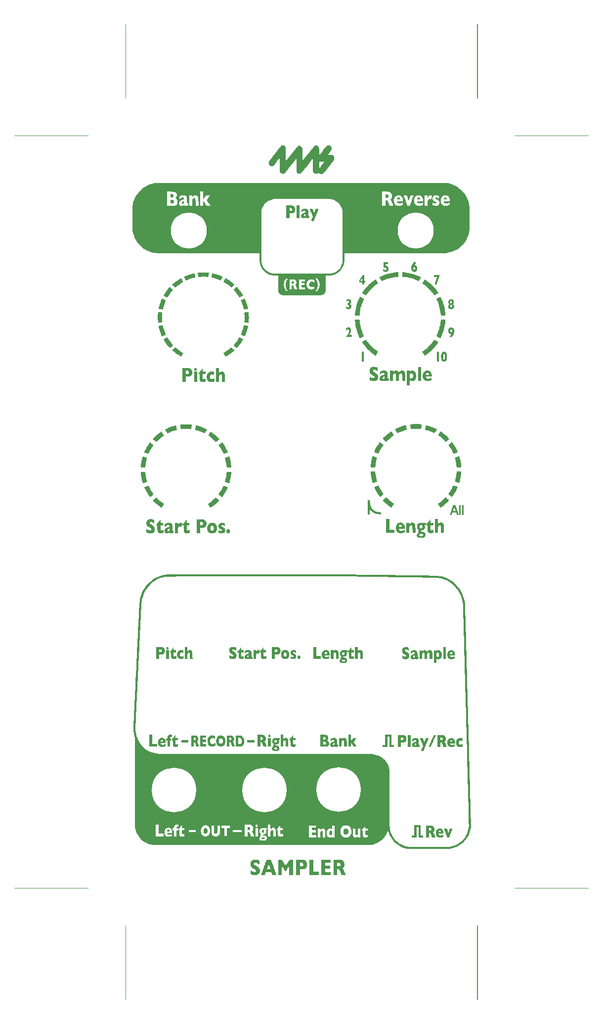
<source format=gbr>
G04 #@! TF.GenerationSoftware,KiCad,Pcbnew,7.0.6-0*
G04 #@! TF.CreationDate,2024-04-10T15:20:03-07:00*
G04 #@! TF.ProjectId,Sampler-built,53616d70-6c65-4722-9d62-75696c742e6b,rev?*
G04 #@! TF.SameCoordinates,PXb71b00PY73f50f0*
G04 #@! TF.FileFunction,Legend,Top*
G04 #@! TF.FilePolarity,Positive*
%FSLAX46Y46*%
G04 Gerber Fmt 4.6, Leading zero omitted, Abs format (unit mm)*
G04 Created by KiCad (PCBNEW 7.0.6-0) date 2024-04-10 15:20:03*
%MOMM*%
%LPD*%
G01*
G04 APERTURE LIST*
%ADD10C,7.874000*%
%ADD11C,8.255000*%
%ADD12C,7.620000*%
%ADD13C,6.172200*%
%ADD14O,7.366000X4.191000*%
G04 APERTURE END LIST*
G04 #@! TO.C,G\u002A\u002A\u002A*
G36*
X168299245Y104864095D02*
G01*
X168366672Y104858900D01*
X168429879Y104851051D01*
X168480739Y104841682D01*
X168502164Y104835729D01*
X168569617Y104800108D01*
X168619024Y104746850D01*
X168650099Y104676500D01*
X168662553Y104589600D01*
X168661384Y104535266D01*
X168650639Y104461223D01*
X168628456Y104406014D01*
X168591822Y104364500D01*
X168543786Y104334486D01*
X168513544Y104320928D01*
X168482987Y104311521D01*
X168446031Y104305281D01*
X168396592Y104301223D01*
X168328587Y104298364D01*
X168318462Y104298041D01*
X168156298Y104292989D01*
X168156298Y104582272D01*
X168156298Y104871556D01*
X168299245Y104864095D01*
G37*
G36*
X131562022Y104913778D02*
G01*
X131652019Y104898495D01*
X131721609Y104871553D01*
X131772422Y104831748D01*
X131806089Y104777876D01*
X131824241Y104708733D01*
X131828693Y104639065D01*
X131823751Y104558672D01*
X131807456Y104494288D01*
X131777608Y104444174D01*
X131732004Y104406592D01*
X131668443Y104379804D01*
X131584723Y104362072D01*
X131478641Y104351657D01*
X131463527Y104350773D01*
X131320580Y104342931D01*
X131320580Y104630768D01*
X131320580Y104918605D01*
X131449987Y104918605D01*
X131562022Y104913778D01*
G37*
G36*
X131507999Y103950468D02*
G01*
X131585586Y103947625D01*
X131643123Y103943953D01*
X131685973Y103938729D01*
X131719497Y103931227D01*
X131749059Y103920725D01*
X131758485Y103916645D01*
X131826763Y103878840D01*
X131874806Y103833557D01*
X131905111Y103776623D01*
X131920173Y103703864D01*
X131922984Y103641616D01*
X131916340Y103557331D01*
X131895423Y103488020D01*
X131858748Y103432695D01*
X131804835Y103390367D01*
X131732201Y103360050D01*
X131639365Y103340753D01*
X131524845Y103331490D01*
X131456133Y103330311D01*
X131320580Y103330311D01*
X131320580Y103643189D01*
X131320580Y103956067D01*
X131507999Y103950468D01*
G37*
G36*
X178435776Y104332515D02*
G01*
X178502284Y104312969D01*
X178559912Y104275227D01*
X178593995Y104235387D01*
X178617690Y104188967D01*
X178639536Y104128525D01*
X178656157Y104065288D01*
X178664177Y104010482D01*
X178664452Y104001078D01*
X178664452Y103965628D01*
X178384912Y103965628D01*
X178105373Y103965628D01*
X178105373Y104007794D01*
X178113656Y104072760D01*
X178135819Y104143958D01*
X178167830Y104209591D01*
X178181315Y104230037D01*
X178233160Y104282626D01*
X178296197Y104317278D01*
X178365408Y104333930D01*
X178435776Y104332515D01*
G37*
G36*
X173894992Y104326800D02*
G01*
X173929518Y104316632D01*
X173981925Y104282072D01*
X174027222Y104228070D01*
X174062348Y104160270D01*
X174084238Y104084317D01*
X174090165Y104020501D01*
X174090165Y103965628D01*
X173809433Y103965628D01*
X173528701Y103965628D01*
X173537499Y104032337D01*
X173557973Y104119446D01*
X173593621Y104197371D01*
X173641440Y104261384D01*
X173698427Y104306761D01*
X173718096Y104316568D01*
X173770395Y104329919D01*
X173833541Y104333331D01*
X173894992Y104326800D01*
G37*
G36*
X170451837Y104326673D02*
G01*
X170485344Y104316946D01*
X170539574Y104281460D01*
X170585694Y104226486D01*
X170620769Y104157415D01*
X170641861Y104079640D01*
X170646743Y104020501D01*
X170646743Y103965628D01*
X170367204Y103965628D01*
X170285998Y103966077D01*
X170214066Y103967335D01*
X170155035Y103969266D01*
X170112531Y103971736D01*
X170090180Y103974611D01*
X170087664Y103976001D01*
X170091544Y104011742D01*
X170101476Y104061056D01*
X170114898Y104113608D01*
X170129248Y104159061D01*
X170138532Y104181233D01*
X170171304Y104230112D01*
X170214770Y104275727D01*
X170260668Y104310069D01*
X170282263Y104320627D01*
X170332191Y104331322D01*
X170393009Y104333260D01*
X170451837Y104326673D01*
G37*
G36*
X133615933Y103750326D02*
G01*
X133617885Y103717148D01*
X133619371Y103667027D01*
X133620250Y103604195D01*
X133620430Y103557249D01*
X133620554Y103480106D01*
X133619824Y103423814D01*
X133616592Y103383824D01*
X133609209Y103355588D01*
X133596026Y103334558D01*
X133575393Y103316184D01*
X133545662Y103295917D01*
X133519468Y103278775D01*
X133458228Y103247752D01*
X133403465Y103240850D01*
X133353513Y103258117D01*
X133320560Y103284568D01*
X133287626Y103326680D01*
X133275618Y103368319D01*
X133275512Y103370336D01*
X133277496Y103454373D01*
X133293414Y103521349D01*
X133325914Y103576972D01*
X133377643Y103626949D01*
X133403400Y103646002D01*
X133442961Y103671986D01*
X133488883Y103699711D01*
X133535131Y103725838D01*
X133575670Y103747027D01*
X133604465Y103759940D01*
X133613655Y103762327D01*
X133615933Y103750326D01*
G37*
G36*
X153416928Y101881786D02*
G01*
X153416928Y100801746D01*
X153175508Y100801746D01*
X152934087Y100801746D01*
X152934087Y101881786D01*
X152934087Y102961826D01*
X153175508Y102961826D01*
X153416928Y102961826D01*
X153416928Y101881786D01*
G37*
G36*
X151772972Y102961688D02*
G01*
X151887936Y102961085D01*
X151983033Y102959738D01*
X152061037Y102957366D01*
X152124721Y102953689D01*
X152176857Y102948425D01*
X152220219Y102941295D01*
X152257579Y102932019D01*
X152291710Y102920314D01*
X152325386Y102905902D01*
X152361379Y102888502D01*
X152361659Y102888363D01*
X152450603Y102830399D01*
X152529335Y102751927D01*
X152594957Y102656778D01*
X152644575Y102548780D01*
X152662714Y102490257D01*
X152677902Y102404880D01*
X152684101Y102306100D01*
X152681321Y102204281D01*
X152669575Y102109784D01*
X152662235Y102075821D01*
X152622949Y101964719D01*
X152564648Y101863713D01*
X152490455Y101776977D01*
X152403496Y101708685D01*
X152375245Y101692343D01*
X152322520Y101666377D01*
X152271500Y101646759D01*
X152217357Y101632665D01*
X152155266Y101623272D01*
X152080400Y101617759D01*
X151987934Y101615302D01*
X151921262Y101614953D01*
X151688864Y101614953D01*
X151688864Y101208350D01*
X151688864Y100801746D01*
X151409325Y100801746D01*
X151129785Y100801746D01*
X151129785Y101881786D01*
X151129785Y102542517D01*
X151688864Y102542517D01*
X151688864Y102286590D01*
X151688864Y102030664D01*
X151826272Y102037177D01*
X151906805Y102042981D01*
X151967343Y102052221D01*
X152013171Y102065761D01*
X152020959Y102069027D01*
X152069226Y102099125D01*
X152101568Y102141517D01*
X152119716Y102199736D01*
X152125402Y102277313D01*
X152125389Y102282037D01*
X152117117Y102367499D01*
X152093263Y102433250D01*
X152053563Y102479852D01*
X152024403Y102497753D01*
X151977754Y102513705D01*
X151913667Y102527224D01*
X151840089Y102537030D01*
X151764967Y102541841D01*
X151749220Y102542101D01*
X151688864Y102542517D01*
X151129785Y102542517D01*
X151129785Y102961826D01*
X151635369Y102961826D01*
X151772972Y102961688D01*
G37*
G36*
X154458528Y102416377D02*
G01*
X154554073Y102400694D01*
X154637398Y102378217D01*
X154647976Y102374415D01*
X154720343Y102335928D01*
X154789069Y102278708D01*
X154847671Y102209276D01*
X154889664Y102134154D01*
X154891570Y102129467D01*
X154899714Y102108113D01*
X154906309Y102087338D01*
X154911569Y102064170D01*
X154915710Y102035641D01*
X154918946Y101998779D01*
X154921493Y101950616D01*
X154923566Y101888182D01*
X154925379Y101808506D01*
X154927149Y101708619D01*
X154928579Y101618558D01*
X154930519Y101500669D01*
X154932402Y101405603D01*
X154934387Y101330769D01*
X154936637Y101273580D01*
X154939313Y101231445D01*
X154942576Y101201775D01*
X154946588Y101181981D01*
X154951510Y101169473D01*
X154957026Y101162131D01*
X154976967Y101150491D01*
X155005705Y101150188D01*
X155048008Y101161802D01*
X155090990Y101178468D01*
X155098007Y101175429D01*
X155102754Y101157429D01*
X155105563Y101121426D01*
X155106767Y101064375D01*
X155106873Y101032948D01*
X155106873Y100880841D01*
X155008399Y100841307D01*
X154888219Y100800942D01*
X154777747Y100780882D01*
X154676507Y100779987D01*
X154609400Y100790890D01*
X154559839Y100813850D01*
X154521336Y100852669D01*
X154502670Y100881894D01*
X154476606Y100927886D01*
X154405433Y100877395D01*
X154359048Y100847475D01*
X154311120Y100821223D01*
X154279021Y100807071D01*
X154228284Y100794310D01*
X154163453Y100785607D01*
X154092985Y100781313D01*
X154025340Y100781777D01*
X153968973Y100787349D01*
X153944242Y100793237D01*
X153862192Y100827375D01*
X153799800Y100870410D01*
X153751673Y100926964D01*
X153719386Y100985988D01*
X153705466Y101020306D01*
X153696699Y101054983D01*
X153691987Y101097401D01*
X153690234Y101154943D01*
X153690115Y101182937D01*
X153691994Y101234936D01*
X154148298Y101234936D01*
X154159210Y101177510D01*
X154185385Y101132197D01*
X154224584Y101103051D01*
X154268861Y101093992D01*
X154308441Y101100417D01*
X154351884Y101121832D01*
X154380810Y101141641D01*
X154445757Y101189290D01*
X154445950Y101371216D01*
X154446143Y101553141D01*
X154368332Y101510986D01*
X154278287Y101454915D01*
X154211638Y101397173D01*
X154169147Y101338509D01*
X154154885Y101300422D01*
X154148298Y101234936D01*
X153691994Y101234936D01*
X153693210Y101268593D01*
X153704140Y101336469D01*
X153725373Y101393625D01*
X153759376Y101447119D01*
X153798592Y101493284D01*
X153831842Y101526104D01*
X153869930Y101556467D01*
X153916221Y101586214D01*
X153974076Y101617184D01*
X154046857Y101651219D01*
X154137928Y101690160D01*
X154217429Y101722556D01*
X154439790Y101811901D01*
X154443922Y101855215D01*
X154440324Y101910543D01*
X154421976Y101964624D01*
X154392735Y102008824D01*
X154365574Y102030511D01*
X154319965Y102044749D01*
X154258854Y102050631D01*
X154190723Y102048205D01*
X154124053Y102037516D01*
X154093677Y102029009D01*
X154012353Y101992997D01*
X153925961Y101938751D01*
X153841072Y101870631D01*
X153807921Y101839402D01*
X153773301Y101805926D01*
X153745797Y101780741D01*
X153730132Y101768126D01*
X153728507Y101767429D01*
X153726357Y101779456D01*
X153724499Y101812820D01*
X153723054Y101863445D01*
X153722143Y101927256D01*
X153721881Y101988815D01*
X153721881Y102210200D01*
X153807649Y102266233D01*
X153914264Y102327663D01*
X154022961Y102372476D01*
X154140913Y102403058D01*
X154274903Y102421761D01*
X154361794Y102423866D01*
X154458528Y102416377D01*
G37*
G36*
X155774206Y102031086D02*
G01*
X155805211Y101938582D01*
X155833945Y101853843D01*
X155859357Y101779884D01*
X155880402Y101719718D01*
X155896029Y101676362D01*
X155905191Y101652829D01*
X155906880Y101649557D01*
X155913378Y101658516D01*
X155927698Y101688530D01*
X155948699Y101736876D01*
X155975242Y101800828D01*
X156006187Y101877662D01*
X156040394Y101964653D01*
X156061031Y102018041D01*
X156206387Y102396394D01*
X156438071Y102399857D01*
X156511616Y102400446D01*
X156575527Y102399984D01*
X156625823Y102398580D01*
X156658523Y102396342D01*
X156669668Y102393504D01*
X156665163Y102380510D01*
X156652089Y102345459D01*
X156631075Y102289981D01*
X156602747Y102215711D01*
X156567733Y102124279D01*
X156526660Y102017320D01*
X156480155Y101896466D01*
X156428845Y101763348D01*
X156373357Y101619600D01*
X156314319Y101466854D01*
X156252358Y101306743D01*
X156226553Y101240116D01*
X155783523Y100096544D01*
X155539029Y100093088D01*
X155452338Y100092160D01*
X155388219Y100092277D01*
X155343845Y100093596D01*
X155316392Y100096274D01*
X155303035Y100100470D01*
X155300943Y100106328D01*
X155306870Y100121590D01*
X155320973Y100157819D01*
X155342196Y100212305D01*
X155369485Y100282340D01*
X155401782Y100365213D01*
X155438032Y100458215D01*
X155477180Y100558637D01*
X155481595Y100569962D01*
X155655840Y101016898D01*
X155400391Y101693939D01*
X155353346Y101818899D01*
X155309106Y101936938D01*
X155268472Y102045883D01*
X155232245Y102143560D01*
X155201226Y102227796D01*
X155176217Y102296417D01*
X155158018Y102347250D01*
X155147430Y102378122D01*
X155144967Y102386864D01*
X155150966Y102392568D01*
X155170629Y102396835D01*
X155206488Y102399822D01*
X155261071Y102401690D01*
X155336910Y102402597D01*
X155397660Y102402747D01*
X155650328Y102402747D01*
X155774206Y102031086D01*
G37*
G36*
X152213002Y89973489D02*
G01*
X152300148Y89965314D01*
X152365285Y89948588D01*
X152410995Y89921176D01*
X152439858Y89880939D01*
X152454455Y89825739D01*
X152457599Y89770946D01*
X152452532Y89705697D01*
X152435612Y89656592D01*
X152404259Y89621696D01*
X152355892Y89599079D01*
X152287933Y89586809D01*
X152206648Y89583003D01*
X152095468Y89582037D01*
X152095468Y89780501D01*
X152095468Y89978965D01*
X152213002Y89973489D01*
G37*
G36*
X137382395Y-3615014D02*
G01*
X137457728Y-3642140D01*
X137521116Y-3689473D01*
X137575109Y-3758751D01*
X137608940Y-3821786D01*
X137622469Y-3852539D01*
X137631715Y-3880767D01*
X137637484Y-3912366D01*
X137640580Y-3953231D01*
X137641810Y-4009258D01*
X137641991Y-4063786D01*
X137640672Y-4141899D01*
X137636979Y-4209905D01*
X137631309Y-4262267D01*
X137625935Y-4288147D01*
X137595206Y-4358426D01*
X137548934Y-4427316D01*
X137494332Y-4484771D01*
X137472561Y-4501753D01*
X137442533Y-4520995D01*
X137414512Y-4532923D01*
X137380427Y-4539604D01*
X137332205Y-4543109D01*
X137307379Y-4544076D01*
X137248687Y-4544966D01*
X137207039Y-4542016D01*
X137174206Y-4534039D01*
X137143013Y-4520386D01*
X137078274Y-4474747D01*
X137021214Y-4409439D01*
X136976565Y-4330039D01*
X136971899Y-4318922D01*
X136960099Y-4286636D01*
X136952012Y-4254643D01*
X136946964Y-4217088D01*
X136944280Y-4168119D01*
X136943285Y-4101881D01*
X136943208Y-4070140D01*
X136943512Y-3997903D01*
X136944992Y-3945375D01*
X136948404Y-3906857D01*
X136954505Y-3876648D01*
X136964053Y-3849049D01*
X136976192Y-3821786D01*
X137025092Y-3735978D01*
X137081585Y-3673339D01*
X137148224Y-3632134D01*
X137227559Y-3610625D01*
X137292566Y-3606358D01*
X137382395Y-3615014D01*
G37*
G36*
X144666920Y-3418290D02*
G01*
X144734419Y-3422468D01*
X144783912Y-3428911D01*
X144822790Y-3439024D01*
X144858445Y-3454209D01*
X144859822Y-3454898D01*
X144907011Y-3483923D01*
X144938713Y-3518363D01*
X144957228Y-3563260D01*
X144964855Y-3623658D01*
X144964718Y-3684954D01*
X144962125Y-3739640D01*
X144957743Y-3775841D01*
X144949703Y-3800485D01*
X144936138Y-3820500D01*
X144924821Y-3832906D01*
X144895331Y-3857388D01*
X144857504Y-3875764D01*
X144806988Y-3889223D01*
X144739430Y-3898956D01*
X144659075Y-3905605D01*
X144535188Y-3913682D01*
X144535188Y-3663057D01*
X144535188Y-3412431D01*
X144666920Y-3418290D01*
G37*
G36*
X130972096Y-3864907D02*
G01*
X131036531Y-3886790D01*
X131084761Y-3923383D01*
X131124170Y-3979907D01*
X131152086Y-4051634D01*
X131163834Y-4112205D01*
X131171644Y-4178144D01*
X130933169Y-4178144D01*
X130694695Y-4178144D01*
X130703418Y-4111435D01*
X130722655Y-4034707D01*
X130757241Y-3966601D01*
X130803475Y-3913227D01*
X130837901Y-3889390D01*
X130905530Y-3864886D01*
X130972096Y-3864907D01*
G37*
G36*
X161415558Y-3652400D02*
G01*
X161462592Y-3657801D01*
X161501965Y-3668545D01*
X161529935Y-3680134D01*
X161616805Y-3733198D01*
X161685941Y-3804461D01*
X161737346Y-3893925D01*
X161771022Y-4001593D01*
X161786208Y-4114612D01*
X161785113Y-4239283D01*
X161765419Y-4352831D01*
X161728136Y-4453153D01*
X161674270Y-4538146D01*
X161604827Y-4605706D01*
X161529935Y-4649826D01*
X161465243Y-4669945D01*
X161388348Y-4681029D01*
X161309778Y-4682449D01*
X161240061Y-4673574D01*
X161220832Y-4668293D01*
X161138152Y-4630879D01*
X161068391Y-4575624D01*
X161009008Y-4500068D01*
X160966891Y-4422556D01*
X160953413Y-4392264D01*
X160944034Y-4364996D01*
X160938015Y-4335193D01*
X160934619Y-4297294D01*
X160933106Y-4245739D01*
X160932739Y-4174967D01*
X160932736Y-4165437D01*
X160932947Y-4092873D01*
X160934138Y-4040035D01*
X160937147Y-4001236D01*
X160942813Y-3970790D01*
X160951974Y-3943012D01*
X160965468Y-3912214D01*
X160972160Y-3898002D01*
X161018163Y-3815129D01*
X161069487Y-3752578D01*
X161130772Y-3705269D01*
X161165496Y-3686282D01*
X161205168Y-3668487D01*
X161240928Y-3657812D01*
X161281870Y-3652534D01*
X161337084Y-3650926D01*
X161352046Y-3650894D01*
X161415558Y-3652400D01*
G37*
G36*
X158830740Y-4051827D02*
G01*
X158908208Y-4087796D01*
X158911810Y-4089959D01*
X158982311Y-4132688D01*
X158982311Y-4421119D01*
X158982311Y-4709551D01*
X158941016Y-4744372D01*
X158874510Y-4787831D01*
X158805199Y-4810358D01*
X158737541Y-4811102D01*
X158683712Y-4793479D01*
X158622481Y-4749533D01*
X158576920Y-4688779D01*
X158546243Y-4609676D01*
X158529664Y-4510683D01*
X158527947Y-4487990D01*
X158528962Y-4368375D01*
X158547182Y-4261489D01*
X158581992Y-4170521D01*
X158592973Y-4151038D01*
X158641256Y-4089837D01*
X158697093Y-4052880D01*
X158760311Y-4040199D01*
X158830740Y-4051827D01*
G37*
G36*
X147207836Y-3893767D02*
G01*
X147263036Y-3919482D01*
X147310588Y-3966201D01*
X147314046Y-3970662D01*
X147333216Y-3999329D01*
X147344614Y-4028589D01*
X147350630Y-4067148D01*
X147353294Y-4113622D01*
X147354007Y-4167787D01*
X147350146Y-4205758D01*
X147340135Y-4236578D01*
X147327688Y-4260359D01*
X147282025Y-4318991D01*
X147225941Y-4354619D01*
X147158433Y-4367841D01*
X147147641Y-4367933D01*
X147104629Y-4365437D01*
X147068907Y-4360012D01*
X147057399Y-4356617D01*
X147017504Y-4329097D01*
X146980343Y-4283879D01*
X146956354Y-4238733D01*
X146937786Y-4162788D01*
X146942653Y-4084767D01*
X146969929Y-4009484D01*
X147018590Y-3941755D01*
X147019931Y-3940347D01*
X147051529Y-3909391D01*
X147076727Y-3893101D01*
X147105642Y-3886828D01*
X147138443Y-3885897D01*
X147207836Y-3893767D01*
G37*
G36*
X147198605Y-5182828D02*
G01*
X147267892Y-5187524D01*
X147325556Y-5196295D01*
X147347534Y-5202251D01*
X147399526Y-5226666D01*
X147430241Y-5259917D01*
X147443573Y-5307364D01*
X147444942Y-5336272D01*
X147441612Y-5378831D01*
X147428216Y-5409464D01*
X147406298Y-5434643D01*
X147370956Y-5463099D01*
X147328489Y-5482381D01*
X147273761Y-5493829D01*
X147201638Y-5498787D01*
X147159050Y-5499254D01*
X147089014Y-5497019D01*
X147037084Y-5489937D01*
X146996242Y-5476999D01*
X146992374Y-5475288D01*
X146939808Y-5442654D01*
X146909451Y-5400826D01*
X146898673Y-5345982D01*
X146898569Y-5338923D01*
X146910381Y-5281389D01*
X146943105Y-5233746D01*
X146992672Y-5201221D01*
X147010567Y-5195094D01*
X147060986Y-5186423D01*
X147126651Y-5182398D01*
X147198605Y-5182828D01*
G37*
G36*
X130839396Y27420785D02*
G01*
X130868579Y27412320D01*
X130895622Y27392433D01*
X130914077Y27374621D01*
X130956088Y27318353D01*
X130982790Y27252806D01*
X130990073Y27200196D01*
X130979065Y27134776D01*
X130949073Y27070200D01*
X130914077Y27025770D01*
X130883188Y26997456D01*
X130856630Y26983201D01*
X130822804Y26978277D01*
X130796475Y26977834D01*
X130744133Y26981701D01*
X130707085Y26994869D01*
X130692975Y27004448D01*
X130648082Y27055256D01*
X130619321Y27121958D01*
X130609026Y27199106D01*
X130609025Y27200196D01*
X130619053Y27277447D01*
X130647581Y27344327D01*
X130692270Y27395386D01*
X130692975Y27395943D01*
X130726129Y27414061D01*
X130770462Y27421819D01*
X130796475Y27422557D01*
X130839396Y27420785D01*
G37*
G36*
X163366003Y27028944D02*
G01*
X163366003Y26660743D01*
X163417801Y26716938D01*
X163505170Y26794041D01*
X163603577Y26848442D01*
X163711519Y26879543D01*
X163827494Y26886746D01*
X163842237Y26885952D01*
X163943530Y26870132D01*
X164029089Y26836341D01*
X164100377Y26783313D01*
X164158856Y26709781D01*
X164205990Y26614478D01*
X164227655Y26552172D01*
X164232551Y26532210D01*
X164236693Y26505309D01*
X164240170Y26469166D01*
X164243072Y26421476D01*
X164245490Y26359934D01*
X164247513Y26282238D01*
X164249232Y26186084D01*
X164250738Y26069167D01*
X164252119Y25929183D01*
X164252144Y25926384D01*
X164257109Y25364128D01*
X164034891Y25364128D01*
X163812672Y25364128D01*
X163807478Y25824733D01*
X163805417Y25970603D01*
X163802801Y26091502D01*
X163799609Y26187869D01*
X163795826Y26260139D01*
X163791433Y26308750D01*
X163786956Y26332592D01*
X163759244Y26390897D01*
X163720482Y26435561D01*
X163675569Y26461317D01*
X163664665Y26464054D01*
X163607577Y26464573D01*
X163551626Y26443625D01*
X163495292Y26400186D01*
X163437060Y26333232D01*
X163405941Y26289402D01*
X163366003Y26229934D01*
X163366003Y25797031D01*
X163366003Y25364128D01*
X163143642Y25364128D01*
X162921281Y25364128D01*
X162921281Y26380636D01*
X162921281Y27397144D01*
X163143642Y27397144D01*
X163366003Y27397144D01*
X163366003Y27028944D01*
G37*
G36*
X159711020Y26881667D02*
G01*
X159754230Y26878917D01*
X159787800Y26872367D01*
X159819612Y26860545D01*
X159853232Y26844192D01*
X159928006Y26793468D01*
X159988781Y26724385D01*
X160036251Y26635758D01*
X160071108Y26526403D01*
X160087248Y26444168D01*
X160090235Y26412437D01*
X160092973Y26358538D01*
X160095389Y26285713D01*
X160097411Y26197207D01*
X160098964Y26096263D01*
X160099975Y25986124D01*
X160100372Y25870034D01*
X160100374Y25862852D01*
X160100470Y25364128D01*
X159878109Y25364128D01*
X159655748Y25364128D01*
X159655522Y25742142D01*
X159654828Y25890986D01*
X159652841Y26016517D01*
X159649416Y26120806D01*
X159644409Y26205927D01*
X159637674Y26273952D01*
X159629066Y26326953D01*
X159618441Y26367004D01*
X159610395Y26387049D01*
X159575701Y26433972D01*
X159528239Y26461537D01*
X159472855Y26468704D01*
X159414394Y26454434D01*
X159381365Y26436182D01*
X159351413Y26414905D01*
X159328230Y26394755D01*
X159306408Y26369717D01*
X159280538Y26333777D01*
X159254846Y26295478D01*
X159211026Y26229380D01*
X159211026Y25796754D01*
X159211026Y25364128D01*
X158988664Y25364128D01*
X158766303Y25364128D01*
X158766303Y26113802D01*
X158766303Y26863477D01*
X158988664Y26863477D01*
X159211026Y26863477D01*
X159211026Y26764766D01*
X159211026Y26666054D01*
X159293143Y26744616D01*
X159359541Y26801992D01*
X159423140Y26841697D01*
X159491023Y26866458D01*
X159570275Y26879001D01*
X159650293Y26882088D01*
X159711020Y26881667D01*
G37*
G36*
X156288564Y26628410D02*
G01*
X156288564Y25859675D01*
X156676108Y25859675D01*
X157063652Y25859675D01*
X157063652Y25611901D01*
X157063652Y25364128D01*
X156421981Y25364128D01*
X155780310Y25364128D01*
X155780310Y26380636D01*
X155780310Y27397144D01*
X156034437Y27397144D01*
X156288564Y27397144D01*
X156288564Y26628410D01*
G37*
G36*
X149157124Y27396956D02*
G01*
X149287252Y27396697D01*
X149394626Y27395971D01*
X149481899Y27394684D01*
X149551728Y27392743D01*
X149606766Y27390053D01*
X149649668Y27386522D01*
X149683091Y27382055D01*
X149705491Y27377579D01*
X149821386Y27338099D01*
X149922315Y27278480D01*
X150006968Y27200015D01*
X150074033Y27103999D01*
X150122199Y26991725D01*
X150132442Y26956319D01*
X150143263Y26894912D01*
X150149294Y26818143D01*
X150150527Y26735033D01*
X150146948Y26654599D01*
X150138546Y26585861D01*
X150132936Y26560189D01*
X150090498Y26442703D01*
X150030225Y26343152D01*
X149951513Y26260789D01*
X149853757Y26194870D01*
X149824607Y26180074D01*
X149725733Y26132862D01*
X149462076Y26128575D01*
X149198419Y26124288D01*
X149198419Y25744208D01*
X149198419Y25364128D01*
X148944292Y25364128D01*
X148690165Y25364128D01*
X148690165Y26380636D01*
X148690165Y27005155D01*
X149198419Y27005155D01*
X149198419Y26761148D01*
X149198419Y26517141D01*
X149335013Y26523165D01*
X149410502Y26528536D01*
X149472327Y26537028D01*
X149515002Y26547856D01*
X149518976Y26549445D01*
X149565792Y26578606D01*
X149596704Y26621012D01*
X149613402Y26680034D01*
X149617681Y26746352D01*
X149614253Y26819927D01*
X149602044Y26877092D01*
X149578291Y26920136D01*
X149540235Y26951351D01*
X149485113Y26973029D01*
X149410164Y26987460D01*
X149315953Y26996697D01*
X149198419Y27005155D01*
X148690165Y27005155D01*
X148690165Y27397144D01*
X149157124Y27396956D01*
G37*
G36*
X146433794Y26875140D02*
G01*
X146521298Y26839435D01*
X146524732Y26837492D01*
X146562638Y26813777D01*
X146590855Y26792352D01*
X146602312Y26779364D01*
X146600323Y26763858D01*
X146592057Y26728487D01*
X146578792Y26677649D01*
X146561806Y26615742D01*
X146542379Y26547163D01*
X146521788Y26476310D01*
X146501314Y26407583D01*
X146482233Y26345378D01*
X146465825Y26294094D01*
X146453368Y26258128D01*
X146446142Y26241879D01*
X146446012Y26241734D01*
X146434626Y26246270D01*
X146411921Y26264075D01*
X146399655Y26275254D01*
X146344958Y26318372D01*
X146289948Y26346167D01*
X146244415Y26355223D01*
X146182315Y26342812D01*
X146123390Y26306670D01*
X146069310Y26248434D01*
X146021744Y26169740D01*
X145996494Y26112014D01*
X145958299Y26012971D01*
X145958299Y25688549D01*
X145958299Y25364128D01*
X145735938Y25364128D01*
X145513577Y25364128D01*
X145513577Y26113802D01*
X145513577Y26863477D01*
X145735938Y26863477D01*
X145958299Y26863477D01*
X145958638Y26707824D01*
X145958976Y26552172D01*
X145999708Y26628410D01*
X146042032Y26695254D01*
X146093975Y26758402D01*
X146150452Y26812914D01*
X146206381Y26853850D01*
X146254052Y26875576D01*
X146343212Y26887398D01*
X146433794Y26875140D01*
G37*
G36*
X134192216Y27028944D02*
G01*
X134192216Y26660743D01*
X134244014Y26716938D01*
X134331384Y26794041D01*
X134429790Y26848442D01*
X134537732Y26879543D01*
X134653707Y26886746D01*
X134668450Y26885952D01*
X134769744Y26870132D01*
X134855302Y26836341D01*
X134926590Y26783313D01*
X134985069Y26709781D01*
X135032204Y26614478D01*
X135053868Y26552172D01*
X135058765Y26532210D01*
X135062906Y26505309D01*
X135066383Y26469166D01*
X135069285Y26421476D01*
X135071703Y26359934D01*
X135073726Y26282238D01*
X135075445Y26186084D01*
X135076951Y26069167D01*
X135078332Y25929183D01*
X135078357Y25926384D01*
X135083322Y25364128D01*
X134861104Y25364128D01*
X134638885Y25364128D01*
X134633691Y25824733D01*
X134631631Y25970603D01*
X134629014Y26091502D01*
X134625822Y26187869D01*
X134622039Y26260139D01*
X134617646Y26308750D01*
X134613169Y26332592D01*
X134585457Y26390897D01*
X134546695Y26435561D01*
X134501782Y26461317D01*
X134490878Y26464054D01*
X134433791Y26464573D01*
X134377839Y26443625D01*
X134321505Y26400186D01*
X134263273Y26333232D01*
X134232154Y26289402D01*
X134192216Y26229934D01*
X134192216Y25797031D01*
X134192216Y25364128D01*
X133969855Y25364128D01*
X133747494Y25364128D01*
X133747494Y26380636D01*
X133747494Y27397144D01*
X133969855Y27397144D01*
X134192216Y27397144D01*
X134192216Y27028944D01*
G37*
G36*
X131015628Y26113802D02*
G01*
X131015628Y25364128D01*
X130793267Y25364128D01*
X130570905Y25364128D01*
X130570905Y26113802D01*
X130570905Y26863477D01*
X130793267Y26863477D01*
X131015628Y26863477D01*
X131015628Y26113802D01*
G37*
G36*
X129347919Y27396956D02*
G01*
X129478048Y27396697D01*
X129585421Y27395971D01*
X129672695Y27394684D01*
X129742523Y27392743D01*
X129797561Y27390053D01*
X129840464Y27386522D01*
X129873886Y27382055D01*
X129896286Y27377579D01*
X130012181Y27338099D01*
X130113110Y27278480D01*
X130197763Y27200015D01*
X130264828Y27103999D01*
X130312994Y26991725D01*
X130323237Y26956319D01*
X130334058Y26894912D01*
X130340090Y26818143D01*
X130341322Y26735033D01*
X130337743Y26654599D01*
X130329342Y26585861D01*
X130323732Y26560189D01*
X130281293Y26442703D01*
X130221021Y26343152D01*
X130142309Y26260789D01*
X130044553Y26194870D01*
X130015402Y26180074D01*
X129916528Y26132862D01*
X129652871Y26128575D01*
X129389215Y26124288D01*
X129389215Y25744208D01*
X129389215Y25364128D01*
X129135088Y25364128D01*
X128880960Y25364128D01*
X128880960Y26380636D01*
X128880960Y27005155D01*
X129389215Y27005155D01*
X129389215Y26761148D01*
X129389215Y26517141D01*
X129525808Y26523165D01*
X129601298Y26528536D01*
X129663123Y26537028D01*
X129705798Y26547856D01*
X129709772Y26549445D01*
X129756587Y26578606D01*
X129787500Y26621012D01*
X129804198Y26680034D01*
X129808477Y26746352D01*
X129805049Y26819927D01*
X129792839Y26877092D01*
X129769087Y26920136D01*
X129731030Y26951351D01*
X129675908Y26973029D01*
X129600960Y26987460D01*
X129506748Y26996697D01*
X129389215Y27005155D01*
X128880960Y27005155D01*
X128880960Y27397144D01*
X129347919Y27396956D01*
G37*
G36*
X162285963Y27086682D02*
G01*
X162285963Y26863477D01*
X162495618Y26863477D01*
X162705273Y26863477D01*
X162705273Y26672882D01*
X162705273Y26482287D01*
X162495618Y26482287D01*
X162285963Y26482287D01*
X162286762Y26269455D01*
X162287690Y26188308D01*
X162289712Y26106573D01*
X162292570Y26031719D01*
X162296009Y25971215D01*
X162297794Y25949412D01*
X162303670Y25895689D01*
X162310476Y25860365D01*
X162320660Y25836471D01*
X162336672Y25817038D01*
X162348020Y25806466D01*
X162375980Y25785172D01*
X162404949Y25774414D01*
X162445456Y25770879D01*
X162461548Y25770731D01*
X162505027Y25773151D01*
X162546097Y25782058D01*
X162593465Y25799919D01*
X162639236Y25821099D01*
X162743392Y25871467D01*
X162743392Y25657577D01*
X162743392Y25443687D01*
X162667066Y25410586D01*
X162562558Y25371580D01*
X162461946Y25348690D01*
X162353579Y25339543D01*
X162315895Y25339130D01*
X162226467Y25342702D01*
X162157066Y25353122D01*
X162125005Y25362235D01*
X162044053Y25399433D01*
X161978715Y25451141D01*
X161925921Y25520612D01*
X161882605Y25611099D01*
X161877493Y25624624D01*
X161869506Y25647696D01*
X161863119Y25670946D01*
X161858103Y25697581D01*
X161854230Y25730809D01*
X161851271Y25773835D01*
X161848997Y25829869D01*
X161847180Y25902117D01*
X161845592Y25993786D01*
X161844221Y26091566D01*
X161839035Y26482287D01*
X161738487Y26482287D01*
X161637939Y26482287D01*
X161637939Y26531901D01*
X161638919Y26546096D01*
X161642878Y26561475D01*
X161651350Y26580179D01*
X161665866Y26604349D01*
X161687957Y26636125D01*
X161719156Y26677649D01*
X161760993Y26731059D01*
X161815001Y26798498D01*
X161882712Y26882105D01*
X161931172Y26941681D01*
X162014149Y27043084D01*
X162082774Y27125745D01*
X162138251Y27191018D01*
X162181782Y27240255D01*
X162214573Y27274810D01*
X162237826Y27296035D01*
X162252746Y27305284D01*
X162255184Y27305867D01*
X162285963Y27309888D01*
X162285963Y27086682D01*
G37*
G36*
X158019583Y26882442D02*
G01*
X158138567Y26852973D01*
X158223557Y26815802D01*
X158315571Y26754836D01*
X158393007Y26674750D01*
X158457472Y26573822D01*
X158467480Y26554011D01*
X158500846Y26478904D01*
X158525171Y26406255D01*
X158542032Y26328984D01*
X158553007Y26240014D01*
X158559233Y26142392D01*
X158566808Y25974032D01*
X158132889Y25974032D01*
X158011280Y25973839D01*
X157913040Y25973207D01*
X157836130Y25972063D01*
X157778509Y25970332D01*
X157738137Y25967940D01*
X157712973Y25964810D01*
X157700977Y25960870D01*
X157699249Y25958150D01*
X157710267Y25913108D01*
X157738901Y25861255D01*
X157780616Y25808234D01*
X157830879Y25759690D01*
X157885154Y25721268D01*
X157893079Y25716876D01*
X157960231Y25693886D01*
X158043307Y25686311D01*
X158138434Y25693633D01*
X158241741Y25715328D01*
X158349358Y25750877D01*
X158438772Y25790328D01*
X158524882Y25832885D01*
X158524882Y25657689D01*
X158524882Y25482492D01*
X158426408Y25436325D01*
X158357573Y25405019D01*
X158300062Y25382065D01*
X158247282Y25366041D01*
X158192636Y25355524D01*
X158129530Y25349093D01*
X158051367Y25345323D01*
X157997569Y25343820D01*
X157908665Y25342448D01*
X157840398Y25343346D01*
X157788072Y25346761D01*
X157746992Y25352939D01*
X157725809Y25358068D01*
X157607845Y25403733D01*
X157503357Y25470392D01*
X157413486Y25556821D01*
X157339376Y25661794D01*
X157282169Y25784087D01*
X157257944Y25859675D01*
X157245698Y25924067D01*
X157238016Y26005772D01*
X157234880Y26097108D01*
X157236271Y26190390D01*
X157239674Y26240866D01*
X157686263Y26240866D01*
X157908624Y26240866D01*
X158130985Y26240866D01*
X158130985Y26289428D01*
X158119968Y26367827D01*
X158089214Y26440620D01*
X158042170Y26499710D01*
X158041007Y26500769D01*
X158006695Y26528483D01*
X157976283Y26541820D01*
X157937171Y26545731D01*
X157926391Y26545818D01*
X157878682Y26541734D01*
X157833932Y26531432D01*
X157819503Y26525824D01*
X157771158Y26490246D01*
X157730462Y26436406D01*
X157701161Y26371154D01*
X157687004Y26301339D01*
X157686263Y26282245D01*
X157686263Y26240866D01*
X157239674Y26240866D01*
X157242173Y26277937D01*
X157252567Y26352065D01*
X157259149Y26380636D01*
X157305699Y26507052D01*
X157370912Y26617917D01*
X157453243Y26711722D01*
X157551149Y26786958D01*
X157663087Y26842116D01*
X157760429Y26870504D01*
X157894177Y26888211D01*
X158019583Y26882442D01*
G37*
G36*
X153377470Y25959169D02*
G01*
X153439808Y25925410D01*
X153493451Y25871470D01*
X153526624Y25815722D01*
X153544159Y25770233D01*
X153553472Y25722407D01*
X153556533Y25661515D01*
X153556574Y25652789D01*
X153549090Y25558308D01*
X153525467Y25481673D01*
X153484341Y25420050D01*
X153424350Y25370611D01*
X153419141Y25367369D01*
X153366394Y25346503D01*
X153303336Y25338038D01*
X153240180Y25342175D01*
X153187137Y25359115D01*
X153180848Y25362673D01*
X153130988Y25403130D01*
X153086461Y25456927D01*
X153055278Y25513899D01*
X153050241Y25528323D01*
X153042688Y25566675D01*
X153037442Y25618424D01*
X153035738Y25665927D01*
X153038039Y25722713D01*
X153046813Y25766784D01*
X153064868Y25810571D01*
X153071231Y25823065D01*
X153118813Y25891148D01*
X153177110Y25938737D01*
X153242239Y25965895D01*
X153310320Y25972685D01*
X153377470Y25959169D01*
G37*
G36*
X152449771Y26881597D02*
G01*
X152590480Y26853359D01*
X152702196Y26811996D01*
X152781611Y26776127D01*
X152781611Y26584734D01*
X152781293Y26518258D01*
X152780418Y26461812D01*
X152779101Y26419780D01*
X152777459Y26396543D01*
X152776534Y26393342D01*
X152764165Y26399871D01*
X152737090Y26416855D01*
X152706829Y26436834D01*
X152630620Y26480838D01*
X152553772Y26512111D01*
X152480491Y26529928D01*
X152414983Y26533562D01*
X152361452Y26522286D01*
X152329958Y26501924D01*
X152305569Y26469724D01*
X152299451Y26438327D01*
X152312787Y26406147D01*
X152346758Y26371595D01*
X152402547Y26333086D01*
X152481335Y26289031D01*
X152493037Y26282964D01*
X152604096Y26218604D01*
X152695342Y26150523D01*
X152765167Y26080203D01*
X152811961Y26009128D01*
X152825229Y25976834D01*
X152840358Y25906537D01*
X152845798Y25823252D01*
X152841996Y25736004D01*
X152829401Y25653816D01*
X152808461Y25585713D01*
X152805465Y25579037D01*
X152751247Y25491966D01*
X152678739Y25422423D01*
X152604821Y25378473D01*
X152573296Y25364766D01*
X152543731Y25355296D01*
X152510159Y25349182D01*
X152466615Y25345546D01*
X152407134Y25343507D01*
X152362301Y25342699D01*
X152293824Y25342601D01*
X152229975Y25344203D01*
X152177396Y25347226D01*
X152142729Y25351393D01*
X152139940Y25351991D01*
X152104676Y25361873D01*
X152054561Y25377948D01*
X151998475Y25397322D01*
X151977934Y25404768D01*
X151866753Y25445651D01*
X151866753Y25639957D01*
X151867234Y25706969D01*
X151868561Y25763984D01*
X151870559Y25806652D01*
X151873053Y25830623D01*
X151874555Y25834263D01*
X151888226Y25828005D01*
X151917850Y25811335D01*
X151957891Y25787410D01*
X151973029Y25778101D01*
X152063005Y25728247D01*
X152142760Y25697440D01*
X152217035Y25684183D01*
X152269427Y25684636D01*
X152315808Y25690955D01*
X152346215Y25702867D01*
X152370018Y25724102D01*
X152370807Y25725015D01*
X152390948Y25754944D01*
X152400332Y25781728D01*
X152400420Y25783704D01*
X152388249Y25818509D01*
X152352365Y25858657D01*
X152293708Y25903333D01*
X152213219Y25951720D01*
X152195422Y25961326D01*
X152084170Y26027434D01*
X151996757Y26095759D01*
X151931612Y26168468D01*
X151887162Y26247725D01*
X151861833Y26335697D01*
X151854047Y26431461D01*
X151864098Y26540947D01*
X151894616Y26635547D01*
X151946154Y26716158D01*
X152019261Y26783675D01*
X152100073Y26832086D01*
X152152169Y26855954D01*
X152197324Y26870891D01*
X152246513Y26879701D01*
X152306790Y26884939D01*
X152449771Y26881597D01*
G37*
G36*
X151080927Y26877642D02*
G01*
X151209472Y26845717D01*
X151323833Y26793417D01*
X151423019Y26721487D01*
X151506042Y26630670D01*
X151571909Y26521709D01*
X151619631Y26395348D01*
X151625645Y26373063D01*
X151641627Y26285585D01*
X151650190Y26183225D01*
X151651325Y26075148D01*
X151645021Y25970520D01*
X151631268Y25878507D01*
X151626199Y25856708D01*
X151581760Y25727092D01*
X151519484Y25613810D01*
X151440542Y25518132D01*
X151346102Y25441329D01*
X151237335Y25384669D01*
X151170883Y25362290D01*
X151105851Y25349664D01*
X151025069Y25341961D01*
X150937044Y25339253D01*
X150850282Y25341612D01*
X150773290Y25349112D01*
X150725797Y25358494D01*
X150606950Y25403089D01*
X150501704Y25468567D01*
X150411355Y25553577D01*
X150337193Y25656769D01*
X150280514Y25776792D01*
X150257949Y25846969D01*
X150246975Y25904152D01*
X150239278Y25979137D01*
X150234955Y26064553D01*
X150234149Y26148385D01*
X150712886Y26148385D01*
X150714137Y26033569D01*
X150727905Y25939511D01*
X150754754Y25864542D01*
X150795253Y25806992D01*
X150841224Y25770282D01*
X150893439Y25750742D01*
X150954981Y25745567D01*
X151014599Y25754801D01*
X151048525Y25769469D01*
X151096425Y25812678D01*
X151133639Y25874273D01*
X151160003Y25949507D01*
X151175353Y26033636D01*
X151179527Y26121913D01*
X151172362Y26209593D01*
X151153694Y26291930D01*
X151123359Y26364179D01*
X151081196Y26421593D01*
X151071273Y26430927D01*
X151011983Y26467296D01*
X150946296Y26480909D01*
X150879655Y26471496D01*
X150823412Y26443156D01*
X150796283Y26416533D01*
X150767391Y26377245D01*
X150752071Y26350931D01*
X150736120Y26316753D01*
X150725508Y26283161D01*
X150718829Y26242880D01*
X150714674Y26188636D01*
X150712886Y26148385D01*
X150234149Y26148385D01*
X150234104Y26153024D01*
X150236822Y26237177D01*
X150243205Y26309640D01*
X150251258Y26355223D01*
X150293897Y26479938D01*
X150356495Y26593992D01*
X150436237Y26692334D01*
X150442416Y26698526D01*
X150537709Y26777452D01*
X150642759Y26834682D01*
X150759710Y26871035D01*
X150890707Y26887331D01*
X150939190Y26888449D01*
X151080927Y26877642D01*
G37*
G36*
X147241641Y27085838D02*
G01*
X147241641Y26863477D01*
X147451296Y26863477D01*
X147660950Y26863477D01*
X147660950Y26672882D01*
X147660950Y26482287D01*
X147451296Y26482287D01*
X147241641Y26482287D01*
X147241712Y26199570D01*
X147242313Y26114316D01*
X147243956Y26034983D01*
X147246463Y25966023D01*
X147249656Y25911888D01*
X147253358Y25877028D01*
X147254856Y25869783D01*
X147273040Y25830420D01*
X147299792Y25797694D01*
X147302434Y25795507D01*
X147347315Y25775152D01*
X147407299Y25770121D01*
X147477556Y25779974D01*
X147553255Y25804274D01*
X147591909Y25821840D01*
X147634996Y25843385D01*
X147669160Y25860346D01*
X147688131Y25869612D01*
X147689540Y25870264D01*
X147692667Y25859688D01*
X147695364Y25827728D01*
X147697447Y25778411D01*
X147698734Y25715763D01*
X147699070Y25659472D01*
X147699070Y25444445D01*
X147664127Y25428180D01*
X147576639Y25391273D01*
X147495259Y25366385D01*
X147410206Y25351273D01*
X147311700Y25343696D01*
X147292466Y25342982D01*
X147224368Y25341171D01*
X147175181Y25341418D01*
X147138438Y25344452D01*
X147107674Y25351004D01*
X147076421Y25361804D01*
X147057399Y25369520D01*
X146978352Y25415171D01*
X146908553Y25480234D01*
X146853525Y25558979D01*
X146833075Y25602192D01*
X146824901Y25623594D01*
X146818360Y25644614D01*
X146813232Y25668358D01*
X146809299Y25697931D01*
X146806343Y25736439D01*
X146804145Y25786987D01*
X146802487Y25852681D01*
X146801149Y25936627D01*
X146799913Y26041929D01*
X146799522Y26078860D01*
X146795305Y26482287D01*
X146694461Y26482287D01*
X146593617Y26482287D01*
X146593811Y26536289D01*
X146594534Y26551222D01*
X146597620Y26566372D01*
X146604610Y26583914D01*
X146617044Y26606023D01*
X146636465Y26634872D01*
X146664413Y26672635D01*
X146702429Y26721488D01*
X146752056Y26783604D01*
X146814834Y26861158D01*
X146886535Y26949245D01*
X146965518Y27045828D01*
X147030297Y27124190D01*
X147082423Y27186049D01*
X147123445Y27233124D01*
X147154914Y27267132D01*
X147178381Y27289793D01*
X147195395Y27302826D01*
X147207508Y27307948D01*
X147210352Y27308200D01*
X147241641Y27308200D01*
X147241641Y27085838D01*
G37*
G36*
X144721348Y26883706D02*
G01*
X144838251Y26865884D01*
X144937739Y26830795D01*
X145020830Y26777981D01*
X145088541Y26706989D01*
X145130066Y26641116D01*
X145163581Y26577584D01*
X145170975Y26158275D01*
X145173351Y26035016D01*
X145175897Y25934827D01*
X145178909Y25855363D01*
X145182685Y25794283D01*
X145187521Y25749242D01*
X145193714Y25717898D01*
X145201562Y25697907D01*
X145211361Y25686926D01*
X145223408Y25682612D01*
X145231307Y25682237D01*
X145258299Y25688696D01*
X145284862Y25700846D01*
X145310852Y25714455D01*
X145328581Y25718161D01*
X145339625Y25708837D01*
X145345558Y25683355D01*
X145347956Y25638588D01*
X145348394Y25574706D01*
X145348394Y25429506D01*
X145243567Y25388294D01*
X145182340Y25366288D01*
X145128000Y25352594D01*
X145068792Y25344804D01*
X145014712Y25341415D01*
X144939491Y25339906D01*
X144884238Y25344503D01*
X144843880Y25356981D01*
X144813343Y25379116D01*
X144787556Y25412684D01*
X144781224Y25423125D01*
X144748692Y25478637D01*
X144710013Y25446091D01*
X144675816Y25421167D01*
X144631419Y25393635D01*
X144606438Y25379901D01*
X144573728Y25364466D01*
X144542194Y25354265D01*
X144504804Y25348021D01*
X144454528Y25344456D01*
X144401771Y25342710D01*
X144324393Y25342299D01*
X144267194Y25345861D01*
X144225193Y25353806D01*
X144211316Y25358385D01*
X144152531Y25391286D01*
X144096537Y25441143D01*
X144051463Y25500065D01*
X144036763Y25527757D01*
X144021704Y25573812D01*
X144010021Y25633805D01*
X144004920Y25680866D01*
X144007050Y25772930D01*
X144446291Y25772930D01*
X144448493Y25729247D01*
X144457766Y25699798D01*
X144477994Y25673606D01*
X144483385Y25668103D01*
X144521012Y25639566D01*
X144559257Y25632696D01*
X144605162Y25646602D01*
X144615233Y25651471D01*
X144653895Y25675333D01*
X144690386Y25704250D01*
X144690840Y25704674D01*
X144705173Y25718893D01*
X144714927Y25733189D01*
X144720985Y25752492D01*
X144724227Y25781735D01*
X144725532Y25825849D01*
X144725782Y25889765D01*
X144725783Y25900386D01*
X144725783Y26063405D01*
X144665428Y26032606D01*
X144579668Y25983607D01*
X144517018Y25934969D01*
X144475343Y25884160D01*
X144452505Y25828647D01*
X144446291Y25772930D01*
X144007050Y25772930D01*
X144007445Y25789999D01*
X144031391Y25885870D01*
X144077410Y25969867D01*
X144146158Y26043378D01*
X144192649Y26078987D01*
X144226833Y26099160D01*
X144279487Y26126053D01*
X144345386Y26157193D01*
X144419310Y26190107D01*
X144490715Y26220154D01*
X144719430Y26313546D01*
X144718450Y26364568D01*
X144709121Y26429928D01*
X144685302Y26481372D01*
X144649168Y26514242D01*
X144648386Y26514652D01*
X144607229Y26526899D01*
X144550401Y26532248D01*
X144486667Y26530771D01*
X144424794Y26522537D01*
X144386529Y26512537D01*
X144301550Y26473936D01*
X144212451Y26415655D01*
X144124929Y26341454D01*
X144119379Y26336120D01*
X144085162Y26303411D01*
X144058673Y26278905D01*
X144044532Y26266849D01*
X144043456Y26266279D01*
X144042186Y26278287D01*
X144041094Y26311519D01*
X144040259Y26361786D01*
X144039755Y26424900D01*
X144039640Y26475854D01*
X144039640Y26685429D01*
X144093642Y26725233D01*
X144208239Y26794821D01*
X144336812Y26844619D01*
X144480544Y26875012D01*
X144586013Y26884715D01*
X144721348Y26883706D01*
G37*
G36*
X143417029Y27086682D02*
G01*
X143417029Y26863477D01*
X143626683Y26863477D01*
X143836338Y26863477D01*
X143836338Y26672882D01*
X143836338Y26482287D01*
X143626683Y26482287D01*
X143417029Y26482287D01*
X143417828Y26269455D01*
X143418755Y26188308D01*
X143420777Y26106573D01*
X143423636Y26031719D01*
X143427074Y25971215D01*
X143428860Y25949412D01*
X143434735Y25895689D01*
X143441541Y25860365D01*
X143451726Y25836471D01*
X143467737Y25817038D01*
X143479086Y25806466D01*
X143507045Y25785172D01*
X143536015Y25774414D01*
X143576522Y25770879D01*
X143592613Y25770731D01*
X143636093Y25773151D01*
X143677163Y25782058D01*
X143724530Y25799919D01*
X143770302Y25821099D01*
X143874457Y25871467D01*
X143874457Y25657577D01*
X143874457Y25443687D01*
X143798131Y25410586D01*
X143693623Y25371580D01*
X143593012Y25348690D01*
X143484645Y25339543D01*
X143446960Y25339130D01*
X143357532Y25342702D01*
X143288131Y25353122D01*
X143256070Y25362235D01*
X143175119Y25399433D01*
X143109780Y25451141D01*
X143056987Y25520612D01*
X143013671Y25611099D01*
X143008558Y25624624D01*
X143000572Y25647696D01*
X142994185Y25670946D01*
X142989169Y25697581D01*
X142985296Y25730809D01*
X142982336Y25773835D01*
X142980063Y25829869D01*
X142978246Y25902117D01*
X142976657Y25993786D01*
X142975287Y26091566D01*
X142970101Y26482287D01*
X142869553Y26482287D01*
X142769005Y26482287D01*
X142769005Y26531901D01*
X142769984Y26546096D01*
X142773944Y26561475D01*
X142782416Y26580179D01*
X142796932Y26604349D01*
X142819023Y26636125D01*
X142850221Y26677649D01*
X142892059Y26731059D01*
X142946067Y26798498D01*
X143013778Y26882105D01*
X143062237Y26941681D01*
X143145215Y27043084D01*
X143213840Y27125745D01*
X143269316Y27191018D01*
X143312848Y27240255D01*
X143345638Y27274810D01*
X143368892Y27296035D01*
X143383812Y27305284D01*
X143386249Y27305867D01*
X143417029Y27309888D01*
X143417029Y27086682D01*
G37*
G36*
X142072633Y27419333D02*
G01*
X142179202Y27408124D01*
X142278559Y27384290D01*
X142378943Y27346112D01*
X142438639Y27317847D01*
X142546643Y27263727D01*
X142550094Y27011045D01*
X142553545Y26758362D01*
X142524682Y26779529D01*
X142424626Y26850186D01*
X142338587Y26904397D01*
X142262774Y26943846D01*
X142193399Y26970220D01*
X142126670Y26985203D01*
X142058799Y26990480D01*
X142050081Y26990541D01*
X141999195Y26989372D01*
X141965402Y26984498D01*
X141940439Y26973865D01*
X141919086Y26958009D01*
X141883173Y26912608D01*
X141869557Y26858798D01*
X141879504Y26802432D01*
X141883494Y26793298D01*
X141895784Y26772394D01*
X141914075Y26751289D01*
X141941301Y26727804D01*
X141980397Y26699762D01*
X142034297Y26664985D01*
X142105935Y26621294D01*
X142153022Y26593232D01*
X142278447Y26514298D01*
X142380985Y26439274D01*
X142462494Y26366298D01*
X142524837Y26293507D01*
X142569873Y26219039D01*
X142597357Y26148335D01*
X142607870Y26094672D01*
X142614099Y26024559D01*
X142616003Y25946600D01*
X142613537Y25869403D01*
X142606662Y25801572D01*
X142599230Y25764378D01*
X142556613Y25651447D01*
X142493831Y25553341D01*
X142412263Y25471410D01*
X142313291Y25407005D01*
X142198293Y25361474D01*
X142182848Y25357174D01*
X142130103Y25347940D01*
X142059853Y25342292D01*
X141979752Y25340224D01*
X141897450Y25341727D01*
X141820602Y25346793D01*
X141756860Y25355416D01*
X141746143Y25357613D01*
X141680746Y25374786D01*
X141604897Y25398815D01*
X141528501Y25426236D01*
X141461462Y25453585D01*
X141431661Y25467597D01*
X141384012Y25491708D01*
X141384012Y25745576D01*
X141384293Y25822773D01*
X141385078Y25890517D01*
X141386278Y25945002D01*
X141387804Y25982423D01*
X141389567Y25998974D01*
X141389928Y25999445D01*
X141402379Y25992938D01*
X141431282Y25975378D01*
X141471876Y25949708D01*
X141504650Y25928522D01*
X141614524Y25863288D01*
X141713292Y25818442D01*
X141803465Y25792913D01*
X141833201Y25788374D01*
X141923058Y25784836D01*
X141995008Y25797088D01*
X142048245Y25824687D01*
X142081965Y25867186D01*
X142095360Y25924141D01*
X142095568Y25933240D01*
X142093736Y25966931D01*
X142085315Y25992542D01*
X142065912Y26018527D01*
X142035213Y26049430D01*
X141997913Y26080044D01*
X141945417Y26116337D01*
X141885512Y26153148D01*
X141843749Y26176249D01*
X141727080Y26241934D01*
X141632008Y26306098D01*
X141555142Y26371851D01*
X141493093Y26442305D01*
X141442470Y26520570D01*
X141419436Y26565599D01*
X141402866Y26601476D01*
X141391387Y26631024D01*
X141384072Y26660183D01*
X141379990Y26694892D01*
X141378213Y26741091D01*
X141377812Y26804719D01*
X141377825Y26831711D01*
X141378371Y26906027D01*
X141380315Y26960863D01*
X141384354Y27002139D01*
X141391188Y27035779D01*
X141401515Y27067705D01*
X141407481Y27083072D01*
X141461246Y27185278D01*
X141534647Y27271673D01*
X141581527Y27311362D01*
X141639186Y27350981D01*
X141696057Y27379719D01*
X141758236Y27399364D01*
X141831818Y27411705D01*
X141922900Y27418530D01*
X141950610Y27419636D01*
X142072633Y27419333D01*
G37*
G36*
X133205094Y26881536D02*
G01*
X133260470Y26879952D01*
X133304282Y26875962D01*
X133343452Y26868718D01*
X133384899Y26857370D01*
X133420305Y26846094D01*
X133531486Y26809651D01*
X133531486Y26595143D01*
X133530952Y26524534D01*
X133529473Y26463726D01*
X133527234Y26416854D01*
X133524417Y26388055D01*
X133521956Y26380798D01*
X133506157Y26384505D01*
X133472608Y26394212D01*
X133427718Y26408042D01*
X133413738Y26412478D01*
X133309177Y26440873D01*
X133221553Y26453475D01*
X133148128Y26450578D01*
X133118648Y26444201D01*
X133054751Y26415541D01*
X132996263Y26369956D01*
X132950478Y26314137D01*
X132929115Y26270328D01*
X132916580Y26214210D01*
X132910215Y26144299D01*
X132910283Y26071516D01*
X132917051Y26006787D01*
X132922160Y25983883D01*
X132949917Y25921733D01*
X132994704Y25861978D01*
X133049043Y25813737D01*
X133074240Y25798412D01*
X133108938Y25782685D01*
X133141924Y25774634D01*
X133182871Y25772745D01*
X133226533Y25774573D01*
X133300130Y25784130D01*
X133385871Y25803473D01*
X133473693Y25830036D01*
X133534969Y25853194D01*
X133543090Y25855135D01*
X133548893Y25850884D01*
X133552679Y25837110D01*
X133554749Y25810479D01*
X133555404Y25767660D01*
X133554945Y25705320D01*
X133554028Y25642261D01*
X133550545Y25421892D01*
X133442541Y25384287D01*
X133395384Y25368715D01*
X133354331Y25357913D01*
X133312400Y25350878D01*
X133262612Y25346604D01*
X133197986Y25344087D01*
X133156648Y25343148D01*
X133054985Y25342947D01*
X132978232Y25346885D01*
X132926226Y25354970D01*
X132921581Y25356237D01*
X132807260Y25402592D01*
X132702924Y25471906D01*
X132648466Y25521423D01*
X132567049Y25618850D01*
X132505599Y25727090D01*
X132463360Y25848227D01*
X132439573Y25984347D01*
X132433297Y26113802D01*
X132434434Y26193053D01*
X132438458Y26255301D01*
X132446296Y26308880D01*
X132458871Y26362126D01*
X132462141Y26373836D01*
X132511229Y26507879D01*
X132576573Y26622422D01*
X132658277Y26717584D01*
X132756444Y26793481D01*
X132871176Y26850232D01*
X132880301Y26853665D01*
X132915474Y26865083D01*
X132952104Y26872918D01*
X132996162Y26877833D01*
X133053620Y26880492D01*
X133130450Y26881560D01*
X133131236Y26881564D01*
X133205094Y26881536D01*
G37*
G36*
X131841541Y27086682D02*
G01*
X131841541Y26863477D01*
X132051196Y26863477D01*
X132260850Y26863477D01*
X132260850Y26672882D01*
X132260850Y26482287D01*
X132051196Y26482287D01*
X131841541Y26482287D01*
X131842340Y26269455D01*
X131843268Y26188308D01*
X131845289Y26106573D01*
X131848148Y26031719D01*
X131851586Y25971215D01*
X131853372Y25949412D01*
X131859247Y25895689D01*
X131866053Y25860365D01*
X131876238Y25836471D01*
X131892249Y25817038D01*
X131903598Y25806466D01*
X131931558Y25785172D01*
X131960527Y25774414D01*
X132001034Y25770879D01*
X132017126Y25770731D01*
X132060605Y25773151D01*
X132101675Y25782058D01*
X132149043Y25799919D01*
X132194814Y25821099D01*
X132298969Y25871467D01*
X132298969Y25657577D01*
X132298969Y25443687D01*
X132222643Y25410586D01*
X132118135Y25371580D01*
X132017524Y25348690D01*
X131909157Y25339543D01*
X131871473Y25339130D01*
X131782045Y25342702D01*
X131712643Y25353122D01*
X131680582Y25362235D01*
X131599631Y25399433D01*
X131534292Y25451141D01*
X131481499Y25520612D01*
X131438183Y25611099D01*
X131433071Y25624624D01*
X131425084Y25647696D01*
X131418697Y25670946D01*
X131413681Y25697581D01*
X131409808Y25730809D01*
X131406849Y25773835D01*
X131404575Y25829869D01*
X131402758Y25902117D01*
X131401170Y25993786D01*
X131399799Y26091566D01*
X131394613Y26482287D01*
X131294065Y26482287D01*
X131193517Y26482287D01*
X131193517Y26531901D01*
X131194496Y26546096D01*
X131198456Y26561475D01*
X131206928Y26580179D01*
X131221444Y26604349D01*
X131243535Y26636125D01*
X131274733Y26677649D01*
X131316571Y26731059D01*
X131370579Y26798498D01*
X131438290Y26882105D01*
X131486750Y26941681D01*
X131569727Y27043084D01*
X131638352Y27125745D01*
X131693829Y27191018D01*
X131737360Y27240255D01*
X131770151Y27274810D01*
X131793404Y27296035D01*
X131808324Y27305284D01*
X131810762Y27305867D01*
X131841541Y27309888D01*
X131841541Y27086682D01*
G37*
G36*
X178473857Y26342517D02*
G01*
X178473857Y25326008D01*
X178251496Y25326008D01*
X178029135Y25326008D01*
X178029135Y26342517D01*
X178029135Y27359025D01*
X178251496Y27359025D01*
X178473857Y27359025D01*
X178473857Y26342517D01*
G37*
G36*
X175806856Y26849368D02*
G01*
X175838906Y26844886D01*
X175867971Y26835402D01*
X175901522Y26819589D01*
X175919543Y26810330D01*
X176001162Y26755129D01*
X176065750Y26682279D01*
X176114518Y26590305D01*
X176126326Y26558525D01*
X176132995Y26538117D01*
X176138542Y26517898D01*
X176143092Y26495357D01*
X176146766Y26467986D01*
X176149687Y26433274D01*
X176151978Y26388712D01*
X176153761Y26331791D01*
X176155161Y26259999D01*
X176156298Y26170829D01*
X176157297Y26061770D01*
X176158279Y25930313D01*
X176158485Y25900971D01*
X176162505Y25326008D01*
X175939542Y25326008D01*
X175716578Y25326008D01*
X175716578Y25768061D01*
X175716288Y25903938D01*
X175715215Y26016899D01*
X175713055Y26109435D01*
X175709504Y26184040D01*
X175704258Y26243204D01*
X175697014Y26289419D01*
X175687468Y26325178D01*
X175675315Y26352973D01*
X175660252Y26375295D01*
X175641975Y26394637D01*
X175639941Y26396519D01*
X175607522Y26420122D01*
X175571382Y26430062D01*
X175541665Y26431377D01*
X175494727Y26426637D01*
X175453113Y26410596D01*
X175412990Y26380314D01*
X175370526Y26332852D01*
X175321887Y26265268D01*
X175318450Y26260152D01*
X175284562Y26209554D01*
X175284562Y25767781D01*
X175284562Y25326008D01*
X175063598Y25326008D01*
X174842633Y25326008D01*
X174836659Y25786614D01*
X174834863Y25912250D01*
X174832962Y26015170D01*
X174830816Y26098070D01*
X174828287Y26163646D01*
X174825236Y26214593D01*
X174821524Y26253609D01*
X174817012Y26283389D01*
X174811562Y26306629D01*
X174809564Y26313229D01*
X174782934Y26372918D01*
X174746693Y26410584D01*
X174697638Y26428798D01*
X174662116Y26431461D01*
X174610182Y26425148D01*
X174563702Y26404278D01*
X174518570Y26365955D01*
X174470678Y26307283D01*
X174455473Y26285739D01*
X174395118Y26198043D01*
X174395118Y25762026D01*
X174395118Y25326008D01*
X174172756Y25326008D01*
X173950395Y25326008D01*
X173950395Y26075683D01*
X173950395Y26825358D01*
X174172756Y26825358D01*
X174395118Y26825358D01*
X174395118Y26728046D01*
X174395118Y26630735D01*
X174477049Y26709410D01*
X174541836Y26766476D01*
X174601617Y26805591D01*
X174664399Y26830159D01*
X174738190Y26843586D01*
X174803671Y26848311D01*
X174875766Y26849648D01*
X174930722Y26845985D01*
X174976440Y26836644D01*
X174990711Y26832244D01*
X175054023Y26801357D01*
X175117528Y26753613D01*
X175173000Y26696130D01*
X175208105Y26644148D01*
X175237661Y26588434D01*
X175327820Y26679401D01*
X175398126Y26745020D01*
X175462653Y26791634D01*
X175528217Y26822309D01*
X175601633Y26840114D01*
X175689718Y26848113D01*
X175703927Y26848636D01*
X175764353Y26850176D01*
X175806856Y26849368D01*
G37*
G36*
X179518530Y26845273D02*
G01*
X179566033Y26839753D01*
X179605924Y26830161D01*
X179647102Y26814586D01*
X179678316Y26800561D01*
X179748198Y26762496D01*
X179807677Y26715725D01*
X179843499Y26679775D01*
X179909722Y26599336D01*
X179961059Y26514284D01*
X179999035Y26420331D01*
X180025176Y26313187D01*
X180041006Y26188563D01*
X180045888Y26110626D01*
X180053096Y25948620D01*
X179619255Y25948620D01*
X179499285Y25948716D01*
X179402534Y25948645D01*
X179326811Y25947863D01*
X179269925Y25945829D01*
X179229685Y25942001D01*
X179203901Y25935837D01*
X179190382Y25926795D01*
X179186935Y25914333D01*
X179191371Y25897909D01*
X179201499Y25876982D01*
X179215127Y25851008D01*
X179216192Y25848917D01*
X179264779Y25777404D01*
X179329462Y25717750D01*
X179402974Y25676605D01*
X179405422Y25675656D01*
X179481621Y25658211D01*
X179572644Y25656881D01*
X179674243Y25670986D01*
X179782170Y25699846D01*
X179892178Y25742778D01*
X179926753Y25759193D01*
X179965492Y25778060D01*
X179994195Y25791376D01*
X180006276Y25796144D01*
X180008118Y25784207D01*
X180009659Y25751477D01*
X180010764Y25702573D01*
X180011297Y25642112D01*
X180011326Y25623784D01*
X180011326Y25451424D01*
X179905482Y25401824D01*
X179847125Y25376213D01*
X179786613Y25352466D01*
X179734946Y25334836D01*
X179724417Y25331806D01*
X179664549Y25320088D01*
X179587842Y25311620D01*
X179501929Y25306601D01*
X179414443Y25305236D01*
X179333016Y25307724D01*
X179265281Y25314269D01*
X179239576Y25318979D01*
X179121489Y25358519D01*
X179014980Y25419732D01*
X178921767Y25500870D01*
X178843572Y25600181D01*
X178782115Y25715915D01*
X178745495Y25821556D01*
X178733048Y25886322D01*
X178725036Y25968257D01*
X178721478Y26059673D01*
X178722393Y26152881D01*
X178726269Y26215453D01*
X179172706Y26215453D01*
X179395068Y26215453D01*
X179617429Y26215453D01*
X179617429Y26270353D01*
X179609074Y26323926D01*
X179587099Y26383176D01*
X179556139Y26438567D01*
X179520828Y26480562D01*
X179511670Y26487991D01*
X179476622Y26505656D01*
X179429945Y26513311D01*
X179402676Y26514053D01*
X179354701Y26511586D01*
X179319893Y26501774D01*
X179286280Y26480996D01*
X179281531Y26477420D01*
X179239057Y26433168D01*
X179203444Y26374529D01*
X179179771Y26311520D01*
X179172830Y26263102D01*
X179172706Y26215453D01*
X178726269Y26215453D01*
X178727802Y26240194D01*
X178737723Y26313923D01*
X178744172Y26342517D01*
X178787608Y26466982D01*
X178846244Y26573200D01*
X178921980Y26664580D01*
X178925966Y26668541D01*
X179012753Y26741555D01*
X179106445Y26794863D01*
X179210481Y26829637D01*
X179328297Y26847047D01*
X179454516Y26848634D01*
X179518530Y26845273D01*
G37*
G36*
X173146411Y26843704D02*
G01*
X173205319Y26842211D01*
X173249232Y26839128D01*
X173283361Y26833907D01*
X173312910Y26825998D01*
X173342359Y26815144D01*
X173429475Y26767744D01*
X173503529Y26702360D01*
X173559330Y26623719D01*
X173565315Y26612075D01*
X173600970Y26539465D01*
X173607943Y26126509D01*
X173610470Y25997793D01*
X173613329Y25893118D01*
X173616592Y25811113D01*
X173620328Y25750409D01*
X173624608Y25709635D01*
X173629502Y25687420D01*
X173630626Y25684963D01*
X173656236Y25661293D01*
X173694436Y25658960D01*
X173739016Y25675511D01*
X173765594Y25688605D01*
X173780411Y25694470D01*
X173780715Y25694493D01*
X173782500Y25682621D01*
X173783415Y25650318D01*
X173783402Y25602551D01*
X173782439Y25545751D01*
X173778859Y25397009D01*
X173670855Y25352523D01*
X173617757Y25331601D01*
X173575467Y25318443D01*
X173534449Y25311238D01*
X173485168Y25308175D01*
X173433626Y25307492D01*
X173359964Y25309313D01*
X173305955Y25317489D01*
X173266061Y25335021D01*
X173234745Y25364905D01*
X173206470Y25410140D01*
X173192391Y25438106D01*
X173181810Y25433583D01*
X173155791Y25417838D01*
X173119754Y25394171D01*
X173116153Y25391730D01*
X173065978Y25361732D01*
X173011395Y25335281D01*
X172972876Y25320928D01*
X172902194Y25307179D01*
X172820797Y25302233D01*
X172739924Y25306121D01*
X172670820Y25318872D01*
X172666664Y25320112D01*
X172595115Y25354527D01*
X172532003Y25408541D01*
X172483644Y25476427D01*
X172475084Y25493815D01*
X172460246Y25530908D01*
X172451082Y25567447D01*
X172446340Y25611438D01*
X172444771Y25670885D01*
X172444727Y25688140D01*
X172445699Y25751670D01*
X172445699Y25751671D01*
X172883062Y25751671D01*
X172891176Y25684520D01*
X172914267Y25637308D01*
X172950461Y25610954D01*
X172997881Y25606378D01*
X173054651Y25624498D01*
X173094506Y25648073D01*
X173156248Y25690597D01*
X173159794Y25857728D01*
X173160472Y25919548D01*
X173159833Y25971038D01*
X173158024Y26007510D01*
X173155195Y26024278D01*
X173154468Y26024858D01*
X173139578Y26019053D01*
X173109503Y26003911D01*
X173074684Y25984894D01*
X173000421Y25940117D01*
X172947174Y25900031D01*
X172911953Y25860996D01*
X172891766Y25819370D01*
X172883622Y25771514D01*
X172883062Y25751671D01*
X172445699Y25751671D01*
X172449360Y25797344D01*
X172456892Y25832670D01*
X172469478Y25865159D01*
X172474111Y25874858D01*
X172505331Y25928520D01*
X172544753Y25976723D01*
X172595193Y26021385D01*
X172659469Y26064421D01*
X172740395Y26107748D01*
X172840789Y26153282D01*
X172946593Y26196353D01*
X173011362Y26222211D01*
X173068448Y26245863D01*
X173113308Y26265359D01*
X173141395Y26278751D01*
X173147932Y26282711D01*
X173157885Y26305564D01*
X173157479Y26343556D01*
X173147642Y26389057D01*
X173129628Y26433796D01*
X173095190Y26474869D01*
X173045259Y26499398D01*
X172982978Y26508117D01*
X172911488Y26501760D01*
X172833935Y26481060D01*
X172753459Y26446750D01*
X172673203Y26399565D01*
X172596311Y26340238D01*
X172553227Y26299251D01*
X172522477Y26269061D01*
X172498205Y26247969D01*
X172486519Y26240866D01*
X172483131Y26252865D01*
X172480230Y26286034D01*
X172478023Y26336134D01*
X172476721Y26398922D01*
X172476458Y26445307D01*
X172476402Y26524400D01*
X172477605Y26582672D01*
X172482129Y26624705D01*
X172492032Y26655077D01*
X172509375Y26678368D01*
X172536218Y26699160D01*
X172574619Y26722030D01*
X172609875Y26741954D01*
X172680294Y26779272D01*
X172745330Y26806624D01*
X172811193Y26825399D01*
X172884096Y26836985D01*
X172970252Y26842768D01*
X173067304Y26844157D01*
X173146411Y26843704D01*
G37*
G36*
X171773792Y27378646D02*
G01*
X171908131Y27344197D01*
X172037469Y27291883D01*
X172059977Y27280542D01*
X172158799Y27229130D01*
X172158799Y26982772D01*
X172158526Y26906787D01*
X172157765Y26840312D01*
X172156603Y26787211D01*
X172155127Y26751347D01*
X172153426Y26736584D01*
X172153218Y26736414D01*
X172141141Y26743336D01*
X172113360Y26761909D01*
X172074726Y26788843D01*
X172051423Y26805444D01*
X171944035Y26875493D01*
X171845486Y26924512D01*
X171752505Y26953808D01*
X171661820Y26964694D01*
X171653314Y26964817D01*
X171584831Y26956229D01*
X171530647Y26931298D01*
X171493504Y26892550D01*
X171476142Y26842515D01*
X171477189Y26802348D01*
X171488671Y26765877D01*
X171512699Y26730634D01*
X171552146Y26693873D01*
X171609886Y26652845D01*
X171675958Y26612292D01*
X171806952Y26532930D01*
X171916137Y26460644D01*
X172005320Y26393129D01*
X172076309Y26328081D01*
X172130912Y26263194D01*
X172170937Y26196162D01*
X172198192Y26124682D01*
X172214485Y26046447D01*
X172221623Y25959154D01*
X172222331Y25915680D01*
X172213412Y25786713D01*
X172186099Y25674058D01*
X172139559Y25575655D01*
X172072959Y25489448D01*
X172035000Y25453008D01*
X171943723Y25389024D01*
X171836118Y25341963D01*
X171715429Y25312541D01*
X171584902Y25301472D01*
X171447783Y25309472D01*
X171409484Y25315088D01*
X171311939Y25336336D01*
X171205621Y25368031D01*
X171102805Y25406387D01*
X171075583Y25418132D01*
X170989815Y25456474D01*
X170989815Y25716003D01*
X170990126Y25806322D01*
X170991167Y25873776D01*
X170993100Y25920909D01*
X170996087Y25950264D01*
X171000288Y25964382D01*
X171005698Y25965912D01*
X171024616Y25953519D01*
X171055972Y25932134D01*
X171078759Y25916311D01*
X171182485Y25849941D01*
X171277724Y25803000D01*
X171369770Y25773564D01*
X171463916Y25759710D01*
X171514352Y25758024D01*
X171565319Y25758589D01*
X171598478Y25761804D01*
X171621429Y25769953D01*
X171641775Y25785320D01*
X171658169Y25801226D01*
X171687123Y25835605D01*
X171699565Y25868353D01*
X171701323Y25893347D01*
X171695187Y25939542D01*
X171675380Y25982266D01*
X171639666Y26023689D01*
X171585809Y26065978D01*
X171511570Y26111303D01*
X171434537Y26151942D01*
X171301306Y26228058D01*
X171192017Y26310520D01*
X171105792Y26400230D01*
X171041751Y26498088D01*
X171002065Y26594806D01*
X170988092Y26659462D01*
X170979633Y26739392D01*
X170976977Y26824998D01*
X170980412Y26906683D01*
X170990228Y26974851D01*
X170990576Y26976378D01*
X171026447Y27078953D01*
X171083052Y27173024D01*
X171156690Y27253920D01*
X171243658Y27316973D01*
X171272653Y27332123D01*
X171383882Y27371966D01*
X171507356Y27392812D01*
X171638763Y27394945D01*
X171773792Y27378646D01*
G37*
G36*
X177241341Y26848146D02*
G01*
X177302942Y26844385D01*
X177348309Y26838094D01*
X177386617Y26827139D01*
X177427041Y26809387D01*
X177443439Y26801147D01*
X177539947Y26737751D01*
X177621412Y26654834D01*
X177687206Y26553802D01*
X177736704Y26436062D01*
X177769278Y26303021D01*
X177784301Y26156085D01*
X177783672Y26037564D01*
X177767527Y25880992D01*
X177735317Y25741481D01*
X177687705Y25619788D01*
X177625352Y25516667D01*
X177548921Y25432874D01*
X177459073Y25369163D01*
X177356470Y25326290D01*
X177241775Y25305011D01*
X177140819Y25304099D01*
X177079066Y25309724D01*
X177030970Y25319650D01*
X176984803Y25336979D01*
X176947047Y25355329D01*
X176860150Y25399913D01*
X176860150Y25026243D01*
X176860150Y24652572D01*
X176637789Y24652572D01*
X176415428Y24652572D01*
X176415428Y25738965D01*
X176415428Y25786086D01*
X176860150Y25786086D01*
X176920505Y25748142D01*
X176964192Y25721570D01*
X176995931Y25706070D01*
X177024876Y25698552D01*
X177060181Y25695923D01*
X177076158Y25695580D01*
X177131023Y25702027D01*
X177168538Y25717872D01*
X177224031Y25767522D01*
X177264684Y25834200D01*
X177291024Y25919298D01*
X177303579Y26024207D01*
X177304872Y26077545D01*
X177297827Y26189614D01*
X177276919Y26281998D01*
X177242488Y26354163D01*
X177194875Y26405573D01*
X177134421Y26435695D01*
X177071263Y26444168D01*
X177011758Y26439323D01*
X176963284Y26421925D01*
X176914747Y26387677D01*
X176906034Y26380171D01*
X176860150Y26339884D01*
X176860150Y26062985D01*
X176860150Y25786086D01*
X176415428Y25786086D01*
X176415428Y26825358D01*
X176637789Y26825358D01*
X176860150Y26825358D01*
X176860150Y26768206D01*
X176860150Y26711054D01*
X176937543Y26768027D01*
X176994446Y26805948D01*
X177047656Y26830855D01*
X177104664Y26844723D01*
X177172956Y26849527D01*
X177241341Y26848146D01*
G37*
G36*
X161612526Y26698295D02*
G01*
X161612526Y26533112D01*
X161516170Y26533112D01*
X161471146Y26531970D01*
X161438736Y26528943D01*
X161424710Y26524633D01*
X161424658Y26523582D01*
X161456512Y26460268D01*
X161478515Y26413101D01*
X161492477Y26375649D01*
X161500207Y26341479D01*
X161503514Y26304160D01*
X161504208Y26257259D01*
X161504178Y26240866D01*
X161503001Y26179309D01*
X161498781Y26134100D01*
X161489870Y26096214D01*
X161474618Y26056624D01*
X161467658Y26041092D01*
X161412369Y25949924D01*
X161337950Y25874063D01*
X161246633Y25815043D01*
X161140647Y25774402D01*
X161055673Y25757272D01*
X160974198Y25743246D01*
X160916454Y25725451D01*
X160880918Y25702954D01*
X160866067Y25674822D01*
X160869361Y25643174D01*
X160877585Y25625835D01*
X160892379Y25612439D01*
X160917747Y25601605D01*
X160957698Y25591951D01*
X161016237Y25582097D01*
X161068053Y25574666D01*
X161169920Y25558798D01*
X161250909Y25541794D01*
X161315551Y25522332D01*
X161368381Y25499090D01*
X161406414Y25476047D01*
X161471568Y25420254D01*
X161518132Y25353974D01*
X161547220Y25274426D01*
X161559947Y25178826D01*
X161559395Y25094293D01*
X161543250Y24986027D01*
X161506941Y24893109D01*
X161450396Y24815466D01*
X161373540Y24753024D01*
X161276302Y24705709D01*
X161158609Y24673445D01*
X161145118Y24670937D01*
X161059035Y24660310D01*
X160958079Y24655277D01*
X160852159Y24655806D01*
X160751184Y24661864D01*
X160670081Y24672489D01*
X160552449Y24702524D01*
X160455057Y24746128D01*
X160378434Y24802793D01*
X160323111Y24872016D01*
X160289618Y24953291D01*
X160278483Y25045787D01*
X160282581Y25079566D01*
X160665903Y25079566D01*
X160676043Y25023723D01*
X160707126Y24980468D01*
X160760151Y24948695D01*
X160794905Y24936854D01*
X160858798Y24925589D01*
X160932667Y24922933D01*
X161007408Y24928330D01*
X161073918Y24941221D01*
X161114849Y24956438D01*
X161165776Y24994039D01*
X161195802Y25042537D01*
X161203002Y25098430D01*
X161201001Y25113196D01*
X161186208Y25155334D01*
X161157400Y25185807D01*
X161110280Y25208092D01*
X161069778Y25219370D01*
X160977896Y25233854D01*
X160889077Y25234631D01*
X160808648Y25222376D01*
X160741934Y25197763D01*
X160705912Y25173246D01*
X160679743Y25145288D01*
X160668221Y25116043D01*
X160665903Y25079566D01*
X160282581Y25079566D01*
X160289626Y25137626D01*
X160321642Y25217446D01*
X160372852Y25282875D01*
X160441572Y25331539D01*
X160496671Y25353613D01*
X160545700Y25368302D01*
X160518307Y25397461D01*
X160485341Y25449500D01*
X160468912Y25513079D01*
X160467999Y25582157D01*
X160481583Y25650688D01*
X160508641Y25712630D01*
X160548156Y25761940D01*
X160583969Y25786337D01*
X160625306Y25806357D01*
X160570324Y25834406D01*
X160513712Y25871730D01*
X160454715Y25924510D01*
X160401003Y25984861D01*
X160360248Y26044901D01*
X160354107Y26056624D01*
X160341506Y26084188D01*
X160332818Y26110464D01*
X160327324Y26140985D01*
X160324307Y26181290D01*
X160323051Y26236915D01*
X160322949Y26265289D01*
X160712115Y26265289D01*
X160712714Y26255253D01*
X160728167Y26181427D01*
X160761093Y26122012D01*
X160808732Y26079650D01*
X160868328Y26056982D01*
X160922046Y26054737D01*
X160966734Y26064852D01*
X161007952Y26083404D01*
X161013271Y26086925D01*
X161065477Y26138593D01*
X161099042Y26202587D01*
X161113564Y26273536D01*
X161108640Y26346069D01*
X161083869Y26414814D01*
X161042068Y26471242D01*
X160985091Y26513996D01*
X160925743Y26531720D01*
X160865660Y26524346D01*
X160806479Y26491806D01*
X160794024Y26481511D01*
X160746148Y26423010D01*
X160718618Y26350306D01*
X160712115Y26265289D01*
X160322949Y26265289D01*
X160322831Y26298045D01*
X160323057Y26369199D01*
X160324338Y26420847D01*
X160327583Y26458897D01*
X160333700Y26489253D01*
X160343597Y26517823D01*
X160358181Y26550514D01*
X160363309Y26561381D01*
X160419406Y26653025D01*
X160492485Y26730231D01*
X160578011Y26788306D01*
X160587122Y26792905D01*
X160627725Y26811359D01*
X160668623Y26826337D01*
X160712970Y26838190D01*
X160763924Y26847267D01*
X160824641Y26853918D01*
X160898278Y26858492D01*
X160987991Y26861341D01*
X161096937Y26862813D01*
X161221806Y26863257D01*
X161612526Y26863477D01*
X161612526Y26698295D01*
G37*
G36*
X148299631Y12381367D02*
G01*
X148351758Y12351713D01*
X148391020Y12300584D01*
X148399121Y12284194D01*
X148419735Y12213958D01*
X148421761Y12140983D01*
X148406469Y12071513D01*
X148375125Y12011793D01*
X148335890Y11972701D01*
X148288251Y11952188D01*
X148230203Y11946154D01*
X148172313Y11954732D01*
X148136422Y11970179D01*
X148094963Y12009227D01*
X148065012Y12065145D01*
X148048609Y12131222D01*
X148047793Y12200743D01*
X148054867Y12238538D01*
X148079764Y12293990D01*
X148118105Y12342831D01*
X148149737Y12371670D01*
X148176961Y12385944D01*
X148211610Y12390632D01*
X148232457Y12390941D01*
X148299631Y12381367D01*
G37*
G36*
X145678759Y11260076D02*
G01*
X145678759Y11082187D01*
X145075208Y11082187D01*
X144471656Y11082187D01*
X144471656Y11260076D01*
X144471656Y11437964D01*
X145075208Y11437964D01*
X145678759Y11437964D01*
X145678759Y11260076D01*
G37*
G36*
X134357399Y11260076D02*
G01*
X134357399Y11082187D01*
X133747494Y11082187D01*
X133137589Y11082187D01*
X133137589Y11260076D01*
X133137589Y11437964D01*
X133747494Y11437964D01*
X134357399Y11437964D01*
X134357399Y11260076D01*
G37*
G36*
X142911951Y12247774D02*
G01*
X143035417Y12245775D01*
X143136751Y12243303D01*
X143219234Y12239930D01*
X143286147Y12235228D01*
X143340772Y12228771D01*
X143386390Y12220130D01*
X143426280Y12208879D01*
X143463725Y12194589D01*
X143502005Y12176834D01*
X143517987Y12168817D01*
X143620414Y12102735D01*
X143711857Y12015170D01*
X143790835Y11908212D01*
X143855867Y11783949D01*
X143905472Y11644467D01*
X143914782Y11609500D01*
X143928536Y11535696D01*
X143938243Y11444855D01*
X143943839Y11343774D01*
X143945255Y11239249D01*
X143942426Y11138075D01*
X143935286Y11047050D01*
X143923767Y10972968D01*
X143921105Y10961476D01*
X143887794Y10858203D01*
X143840661Y10755762D01*
X143783051Y10659239D01*
X143718306Y10573721D01*
X143649770Y10504295D01*
X143593606Y10463250D01*
X143557995Y10443246D01*
X143522947Y10426870D01*
X143485511Y10413766D01*
X143442738Y10403574D01*
X143391680Y10395936D01*
X143329387Y10390494D01*
X143252910Y10386890D01*
X143159300Y10384765D01*
X143045607Y10383762D01*
X142937364Y10383525D01*
X142514877Y10383337D01*
X142514877Y11318344D01*
X142514877Y11873800D01*
X142946893Y11873800D01*
X142946893Y11323646D01*
X142946893Y10773491D01*
X143083209Y10782304D01*
X143156271Y10788506D01*
X143211974Y10797265D01*
X143258353Y10810188D01*
X143293604Y10824362D01*
X143363008Y10863599D01*
X143417671Y10913779D01*
X143458932Y10977572D01*
X143488129Y11057647D01*
X143506600Y11156672D01*
X143515254Y11266429D01*
X143513436Y11407784D01*
X143495085Y11530391D01*
X143459991Y11634979D01*
X143407943Y11722278D01*
X143372364Y11762837D01*
X143325436Y11801713D01*
X143270761Y11830043D01*
X143203365Y11849529D01*
X143118272Y11861869D01*
X143071386Y11865642D01*
X142946893Y11873800D01*
X142514877Y11873800D01*
X142514877Y12253350D01*
X142911951Y12247774D01*
G37*
G36*
X141406248Y12248763D02*
G01*
X141835088Y12244818D01*
X141907544Y12209239D01*
X141991090Y12154676D01*
X142061229Y12081930D01*
X142117416Y11994735D01*
X142159107Y11896826D01*
X142185755Y11791937D01*
X142196816Y11683804D01*
X142191745Y11576160D01*
X142169996Y11472740D01*
X142131025Y11377279D01*
X142074287Y11293510D01*
X142045616Y11263273D01*
X141980925Y11201571D01*
X142020388Y11164115D01*
X142047480Y11132299D01*
X142077461Y11088019D01*
X142098762Y11050421D01*
X142111358Y11022326D01*
X142130028Y10976257D01*
X142153342Y10916150D01*
X142179870Y10845944D01*
X142208183Y10769578D01*
X142236850Y10690990D01*
X142264442Y10614119D01*
X142289527Y10542904D01*
X142310678Y10481282D01*
X142326462Y10433193D01*
X142335451Y10402574D01*
X142336988Y10394289D01*
X142324869Y10390610D01*
X142290828Y10387867D01*
X142238346Y10386181D01*
X142170902Y10385675D01*
X142106790Y10386227D01*
X141876591Y10389690D01*
X141791445Y10637464D01*
X141764004Y10716028D01*
X141737458Y10789682D01*
X141713540Y10853794D01*
X141693982Y10903737D01*
X141680515Y10934880D01*
X141679179Y10937543D01*
X141629926Y11015426D01*
X141575015Y11069139D01*
X141513347Y11099512D01*
X141454305Y11107599D01*
X141409425Y11107599D01*
X141409425Y10745468D01*
X141409425Y10383337D01*
X141193417Y10383337D01*
X140977409Y10383337D01*
X140977409Y11318022D01*
X140977409Y11886269D01*
X141409425Y11886269D01*
X141409425Y11666707D01*
X141409425Y11447146D01*
X141521024Y11453509D01*
X141586996Y11459762D01*
X141640852Y11469736D01*
X141673285Y11480899D01*
X141712749Y11510579D01*
X141737869Y11553393D01*
X141750333Y11613225D01*
X141752449Y11662871D01*
X141746437Y11736466D01*
X141726930Y11792358D01*
X141691587Y11832685D01*
X141638064Y11859589D01*
X141564018Y11875207D01*
X141515054Y11879679D01*
X141409425Y11886269D01*
X140977409Y11886269D01*
X140977409Y12252708D01*
X141406248Y12248763D01*
G37*
G36*
X137432336Y12060576D02*
G01*
X137432336Y11869980D01*
X137127384Y11869980D01*
X136822431Y11869980D01*
X136822431Y11704798D01*
X136822431Y11539615D01*
X137114677Y11539615D01*
X137406923Y11539615D01*
X137406923Y11349020D01*
X137406923Y11158425D01*
X137114677Y11158425D01*
X136822431Y11158425D01*
X136822431Y10961476D01*
X136822431Y10764528D01*
X137133737Y10764528D01*
X137445043Y10764528D01*
X137445043Y10573932D01*
X137445043Y10383337D01*
X136917729Y10383337D01*
X136390415Y10383337D01*
X136390415Y11317254D01*
X136390415Y12251171D01*
X136911376Y12251171D01*
X137432336Y12251171D01*
X137432336Y12060576D01*
G37*
G36*
X135281786Y12248763D02*
G01*
X135710625Y12244818D01*
X135783082Y12209239D01*
X135866628Y12154676D01*
X135936767Y12081930D01*
X135992954Y11994735D01*
X136034645Y11896826D01*
X136061293Y11791937D01*
X136072354Y11683804D01*
X136067283Y11576160D01*
X136045534Y11472740D01*
X136006563Y11377279D01*
X135949825Y11293510D01*
X135921153Y11263273D01*
X135856463Y11201571D01*
X135895926Y11164115D01*
X135923018Y11132299D01*
X135952999Y11088019D01*
X135974300Y11050421D01*
X135986896Y11022326D01*
X136005565Y10976257D01*
X136028880Y10916150D01*
X136055408Y10845944D01*
X136083721Y10769578D01*
X136112388Y10690990D01*
X136139979Y10614119D01*
X136165065Y10542904D01*
X136186215Y10481282D01*
X136202000Y10433193D01*
X136210989Y10402574D01*
X136212526Y10394289D01*
X136200406Y10390610D01*
X136166366Y10387867D01*
X136113884Y10386181D01*
X136046440Y10385675D01*
X135982328Y10386227D01*
X135752129Y10389690D01*
X135666983Y10637464D01*
X135639541Y10716028D01*
X135612996Y10789682D01*
X135589078Y10853794D01*
X135569519Y10903737D01*
X135556053Y10934880D01*
X135554717Y10937543D01*
X135505464Y11015426D01*
X135450553Y11069139D01*
X135388885Y11099512D01*
X135329843Y11107599D01*
X135284962Y11107599D01*
X135284962Y10745468D01*
X135284962Y10383337D01*
X135068954Y10383337D01*
X134852946Y10383337D01*
X134852946Y11318022D01*
X134852946Y11886269D01*
X135284962Y11886269D01*
X135284962Y11666707D01*
X135284962Y11447146D01*
X135396562Y11453509D01*
X135462534Y11459762D01*
X135516390Y11469736D01*
X135548823Y11480899D01*
X135588287Y11510579D01*
X135613407Y11553393D01*
X135625871Y11613225D01*
X135627987Y11662871D01*
X135621975Y11736466D01*
X135602468Y11792358D01*
X135567125Y11832685D01*
X135513602Y11859589D01*
X135439556Y11875207D01*
X135390592Y11879679D01*
X135284962Y11886269D01*
X134852946Y11886269D01*
X134852946Y12252708D01*
X135281786Y12248763D01*
G37*
G36*
X140044907Y12267892D02*
G01*
X140107024Y12257385D01*
X140215845Y12225896D01*
X140312888Y12178367D01*
X140404390Y12111316D01*
X140457825Y12061670D01*
X140544888Y11959327D01*
X140613874Y11843297D01*
X140665391Y11712014D01*
X140700044Y11563910D01*
X140718438Y11397421D01*
X140719060Y11386395D01*
X140718329Y11228301D01*
X140699958Y11073291D01*
X140665031Y10926390D01*
X140614634Y10792625D01*
X140574291Y10715434D01*
X140524253Y10644639D01*
X140459998Y10573618D01*
X140388345Y10508763D01*
X140316114Y10456468D01*
X140272393Y10432385D01*
X140152607Y10389163D01*
X140021900Y10364839D01*
X139887098Y10360119D01*
X139755025Y10375709D01*
X139744892Y10377830D01*
X139628442Y10413904D01*
X139523294Y10470196D01*
X139425276Y10549037D01*
X139407345Y10566526D01*
X139340064Y10640190D01*
X139287327Y10713830D01*
X139244295Y10795491D01*
X139206126Y10893218D01*
X139200136Y10910916D01*
X139160463Y11063821D01*
X139139848Y11223106D01*
X139138637Y11323607D01*
X139586157Y11323607D01*
X139588641Y11225869D01*
X139596972Y11147787D01*
X139612644Y11083980D01*
X139637153Y11029067D01*
X139671996Y10977665D01*
X139687561Y10958745D01*
X139739960Y10907358D01*
X139795868Y10874831D01*
X139861737Y10858577D01*
X139943934Y10856009D01*
X139998837Y10859100D01*
X140036968Y10865039D01*
X140066962Y10876128D01*
X140097454Y10894669D01*
X140102763Y10898347D01*
X140158658Y10948698D01*
X140209004Y11014363D01*
X140246591Y11085301D01*
X140256150Y11111953D01*
X140263020Y11148424D01*
X140268266Y11204239D01*
X140271444Y11273361D01*
X140272203Y11329960D01*
X140271792Y11399714D01*
X140269992Y11450169D01*
X140265945Y11487436D01*
X140258794Y11517623D01*
X140247683Y11546839D01*
X140239152Y11565608D01*
X140189523Y11652123D01*
X140131788Y11715372D01*
X140063920Y11756763D01*
X139983893Y11777703D01*
X139929135Y11781036D01*
X139840833Y11771704D01*
X139765907Y11742768D01*
X139702329Y11692820D01*
X139648072Y11620451D01*
X139619114Y11565608D01*
X139605589Y11534873D01*
X139596349Y11506686D01*
X139590591Y11475151D01*
X139587512Y11434375D01*
X139586310Y11378466D01*
X139586157Y11323607D01*
X139138637Y11323607D01*
X139137906Y11384333D01*
X139154252Y11543065D01*
X139188499Y11694864D01*
X139240262Y11835291D01*
X139288438Y11927325D01*
X139332436Y11988348D01*
X139391149Y12053238D01*
X139457173Y12114890D01*
X139523107Y12166198D01*
X139563255Y12191094D01*
X139669799Y12235719D01*
X139789903Y12263920D01*
X139917097Y12274907D01*
X140044907Y12267892D01*
G37*
G36*
X138506363Y12270430D02*
G01*
X138642160Y12250734D01*
X138778603Y12215186D01*
X138898504Y12169745D01*
X138969805Y12138212D01*
X138969805Y11883940D01*
X138969805Y11629668D01*
X138876619Y11696526D01*
X138799345Y11748841D01*
X138733306Y11785380D01*
X138672031Y11808591D01*
X138609045Y11820925D01*
X138537875Y11824830D01*
X138537563Y11824832D01*
X138480493Y11824122D01*
X138438599Y11819701D01*
X138401690Y11809413D01*
X138359577Y11791100D01*
X138345158Y11784090D01*
X138263565Y11733879D01*
X138197688Y11669637D01*
X138143145Y11586748D01*
X138126589Y11553889D01*
X138109867Y11517235D01*
X138098617Y11486535D01*
X138091757Y11455206D01*
X138088208Y11416667D01*
X138086889Y11364333D01*
X138086713Y11310901D01*
X138087047Y11243649D01*
X138088779Y11195203D01*
X138093003Y11158960D01*
X138100813Y11128315D01*
X138113304Y11096664D01*
X138127191Y11066624D01*
X138183088Y10973967D01*
X138253265Y10899608D01*
X138335255Y10845408D01*
X138426589Y10813224D01*
X138472934Y10806150D01*
X138568099Y10808661D01*
X138669741Y10831075D01*
X138771662Y10871271D01*
X138867659Y10927129D01*
X138902723Y10953153D01*
X138937261Y10979899D01*
X138963569Y10998892D01*
X138975784Y11005948D01*
X138977878Y10993892D01*
X138979706Y10960324D01*
X138981159Y10909145D01*
X138982130Y10844254D01*
X138982510Y10769552D01*
X138982511Y10764248D01*
X138982511Y10522547D01*
X138922777Y10484665D01*
X138813528Y10429043D01*
X138685609Y10388470D01*
X138626733Y10376102D01*
X138565765Y10367972D01*
X138492788Y10362613D01*
X138416713Y10360269D01*
X138346450Y10361183D01*
X138290910Y10365601D01*
X138283662Y10366703D01*
X138161643Y10399474D01*
X138045377Y10454470D01*
X137940164Y10528551D01*
X137851302Y10618574D01*
X137844556Y10627008D01*
X137766195Y10745867D01*
X137706804Y10879242D01*
X137666027Y11028222D01*
X137643507Y11193900D01*
X137639967Y11253722D01*
X137641654Y11430986D01*
X137661652Y11593924D01*
X137699434Y11741678D01*
X137754470Y11873389D01*
X137826231Y11988199D01*
X137914189Y12085249D01*
X138017814Y12163682D01*
X138136578Y12222639D01*
X138259444Y12259087D01*
X138376897Y12273479D01*
X138506363Y12270430D01*
G37*
G36*
X162197049Y11777859D02*
G01*
X162197080Y11190191D01*
X162409881Y11510697D01*
X162622681Y11831203D01*
X162893750Y11831532D01*
X162973334Y11831137D01*
X163043288Y11829846D01*
X163100006Y11827804D01*
X163139881Y11825156D01*
X163159308Y11822048D01*
X163160584Y11820790D01*
X163152552Y11808007D01*
X163131760Y11776941D01*
X163099965Y11730162D01*
X163058929Y11670244D01*
X163010409Y11599759D01*
X162956166Y11521279D01*
X162923769Y11474542D01*
X162867267Y11392681D01*
X162815794Y11317269D01*
X162771067Y11250887D01*
X162734800Y11196116D01*
X162708711Y11155535D01*
X162694516Y11131725D01*
X162692404Y11126659D01*
X162699596Y11114239D01*
X162719382Y11083860D01*
X162749787Y11038387D01*
X162788839Y10980686D01*
X162834564Y10913620D01*
X162884987Y10840054D01*
X162938136Y10762853D01*
X162992037Y10684882D01*
X163044716Y10609004D01*
X163094199Y10538086D01*
X163138514Y10474992D01*
X163175685Y10422585D01*
X163203740Y10383732D01*
X163211084Y10373807D01*
X163241956Y10332512D01*
X162951378Y10332647D01*
X162660800Y10332782D01*
X162428909Y10678065D01*
X162197019Y11023348D01*
X162197019Y10677930D01*
X162197019Y10332512D01*
X161974657Y10332512D01*
X161752296Y10332512D01*
X161752296Y11349020D01*
X161752296Y12365528D01*
X161974657Y12365528D01*
X162197019Y12365528D01*
X162197049Y11777859D01*
G37*
G36*
X161111541Y11849873D02*
G01*
X161158594Y11845964D01*
X161196213Y11837928D01*
X161232363Y11824530D01*
X161240574Y11820892D01*
X161310321Y11777612D01*
X161373679Y11716598D01*
X161423233Y11645508D01*
X161436386Y11618645D01*
X161450664Y11583867D01*
X161462558Y11549660D01*
X161472282Y11513371D01*
X161480054Y11472346D01*
X161486090Y11423928D01*
X161490606Y11365466D01*
X161493819Y11294303D01*
X161495944Y11207786D01*
X161497197Y11103260D01*
X161497796Y10978071D01*
X161497948Y10863002D01*
X161498169Y10332512D01*
X161275808Y10332512D01*
X161053447Y10332512D01*
X161053447Y10774565D01*
X161053119Y10910750D01*
X161051950Y11024020D01*
X161049657Y11116863D01*
X161045958Y11191771D01*
X161040572Y11251234D01*
X161033217Y11297743D01*
X161023613Y11333786D01*
X161011476Y11361856D01*
X160996526Y11384442D01*
X160982738Y11399845D01*
X160957607Y11419757D01*
X160927432Y11429254D01*
X160883810Y11431611D01*
X160825771Y11423926D01*
X160774051Y11399166D01*
X160725020Y11354779D01*
X160675046Y11288208D01*
X160670885Y11281826D01*
X160621431Y11205310D01*
X160621431Y10768911D01*
X160621431Y10332512D01*
X160399070Y10332512D01*
X160176708Y10332512D01*
X160176708Y11082187D01*
X160176708Y11831861D01*
X160399070Y11831861D01*
X160621431Y11831861D01*
X160621431Y11734749D01*
X160621431Y11637636D01*
X160688139Y11704837D01*
X160747236Y11755508D01*
X160814167Y11799346D01*
X160837439Y11811447D01*
X160878534Y11829955D01*
X160913198Y11841574D01*
X160949815Y11847882D01*
X160996772Y11850457D01*
X161047094Y11850889D01*
X161111541Y11849873D01*
G37*
G36*
X157428959Y12362657D02*
G01*
X157556408Y12361413D01*
X157661178Y12360170D01*
X157746004Y12358779D01*
X157813620Y12357090D01*
X157866760Y12354952D01*
X157908157Y12352217D01*
X157940547Y12348733D01*
X157966663Y12344352D01*
X157989238Y12338923D01*
X158011008Y12332297D01*
X158016628Y12330442D01*
X158123975Y12284357D01*
X158209929Y12224624D01*
X158274763Y12150878D01*
X158318749Y12062753D01*
X158342161Y11959883D01*
X158346465Y11888170D01*
X158336785Y11764326D01*
X158306257Y11654752D01*
X158254674Y11558896D01*
X158199103Y11492707D01*
X158170310Y11462895D01*
X158151193Y11441115D01*
X158145977Y11432449D01*
X158157860Y11424477D01*
X158185185Y11406466D01*
X158222110Y11382264D01*
X158223263Y11381511D01*
X158315456Y11307877D01*
X158386664Y11220768D01*
X158421339Y11158425D01*
X158436253Y11123659D01*
X158446364Y11089664D01*
X158452853Y11049586D01*
X158456902Y10996572D01*
X158459231Y10938635D01*
X158460025Y10861335D01*
X158457460Y10793814D01*
X158451854Y10742603D01*
X158449043Y10728981D01*
X158411308Y10625429D01*
X158354138Y10531427D01*
X158281154Y10451963D01*
X158210578Y10400279D01*
X158183414Y10384839D01*
X158156995Y10371948D01*
X158128816Y10361375D01*
X158096371Y10352892D01*
X158057155Y10346268D01*
X158008662Y10341273D01*
X157948388Y10337678D01*
X157873827Y10335253D01*
X157782474Y10333768D01*
X157671823Y10332993D01*
X157539369Y10332699D01*
X157473432Y10332663D01*
X156923882Y10332512D01*
X156923882Y11186389D01*
X157432136Y11186389D01*
X157432136Y10929050D01*
X157432136Y10671710D01*
X157593012Y10680311D01*
X157680469Y10686632D01*
X157745849Y10695272D01*
X157792424Y10706719D01*
X157806263Y10712079D01*
X157856189Y10742760D01*
X157899571Y10784740D01*
X157929062Y10830264D01*
X157935500Y10848425D01*
X157941619Y10900488D01*
X157938594Y10961136D01*
X157927817Y11020399D01*
X157910681Y11068303D01*
X157903008Y11081152D01*
X157870875Y11117099D01*
X157830274Y11143750D01*
X157777273Y11162382D01*
X157707940Y11174274D01*
X157618341Y11180705D01*
X157594142Y11181555D01*
X157432136Y11186389D01*
X156923882Y11186389D01*
X156923882Y11349925D01*
X156923882Y12013081D01*
X157432136Y12013081D01*
X157432136Y11774683D01*
X157432136Y11536284D01*
X157562376Y11542180D01*
X157639067Y11547639D01*
X157697114Y11556790D01*
X157743157Y11570776D01*
X157753347Y11575063D01*
X157807981Y11612201D01*
X157844194Y11666698D01*
X157861795Y11738206D01*
X157863594Y11774683D01*
X157857740Y11829208D01*
X157842949Y11882880D01*
X157838836Y11892765D01*
X157812728Y11934114D01*
X157774940Y11964868D01*
X157722134Y11986409D01*
X157650975Y12000117D01*
X157562376Y12007186D01*
X157432136Y12013081D01*
X156923882Y12013081D01*
X156923882Y12367339D01*
X157428959Y12362657D01*
G37*
G36*
X150608824Y11997328D02*
G01*
X150608824Y11629128D01*
X150660622Y11685322D01*
X150747992Y11762425D01*
X150846398Y11816826D01*
X150954340Y11847927D01*
X151070315Y11855130D01*
X151085059Y11854337D01*
X151186352Y11838516D01*
X151271911Y11804725D01*
X151343198Y11751697D01*
X151401677Y11678165D01*
X151448812Y11582862D01*
X151470476Y11520556D01*
X151475373Y11500594D01*
X151479514Y11473694D01*
X151482991Y11437550D01*
X151485893Y11389860D01*
X151488311Y11328319D01*
X151490335Y11250623D01*
X151492054Y11154468D01*
X151493559Y11037551D01*
X151494940Y10897567D01*
X151494965Y10894768D01*
X151499930Y10332512D01*
X151277712Y10332512D01*
X151055494Y10332512D01*
X151050299Y10793117D01*
X151048239Y10938987D01*
X151045622Y11059886D01*
X151042431Y11156253D01*
X151038647Y11228523D01*
X151034254Y11277134D01*
X151029778Y11300977D01*
X151002066Y11359281D01*
X150963303Y11403945D01*
X150918391Y11429701D01*
X150907486Y11432438D01*
X150850399Y11432957D01*
X150794447Y11412009D01*
X150738113Y11368570D01*
X150679882Y11301616D01*
X150648762Y11257786D01*
X150608824Y11198318D01*
X150608824Y10765415D01*
X150608824Y10332512D01*
X150386463Y10332512D01*
X150164102Y10332512D01*
X150164102Y11349020D01*
X150164102Y12365528D01*
X150386463Y12365528D01*
X150608824Y12365528D01*
X150608824Y11997328D01*
G37*
G36*
X148461451Y11082187D02*
G01*
X148461451Y10332512D01*
X148239090Y10332512D01*
X148016728Y10332512D01*
X148016728Y11082187D01*
X148016728Y11831861D01*
X148239090Y11831861D01*
X148461451Y11831861D01*
X148461451Y11082187D01*
G37*
G36*
X146803498Y12365335D02*
G01*
X146917134Y12364563D01*
X147010829Y12362922D01*
X147087316Y12360125D01*
X147149330Y12355883D01*
X147199606Y12349906D01*
X147240879Y12341906D01*
X147275882Y12331595D01*
X147307351Y12318683D01*
X147338021Y12302881D01*
X147355577Y12292832D01*
X147439168Y12230869D01*
X147513391Y12150591D01*
X147572011Y12058900D01*
X147578198Y12046423D01*
X147611837Y11967207D01*
X147633477Y11891548D01*
X147644673Y11811063D01*
X147646978Y11717368D01*
X147645993Y11680474D01*
X147642504Y11613384D01*
X147636794Y11563763D01*
X147627383Y11523679D01*
X147612792Y11485198D01*
X147607327Y11473092D01*
X147565967Y11395153D01*
X147520273Y11334329D01*
X147463860Y11282402D01*
X147452256Y11273502D01*
X147394670Y11230354D01*
X147450632Y11170526D01*
X147484884Y11128155D01*
X147521425Y11073990D01*
X147552482Y11019573D01*
X147553138Y11018274D01*
X147566470Y10989457D01*
X147586471Y10943208D01*
X147611655Y10883237D01*
X147640534Y10813252D01*
X147671621Y10736959D01*
X147703429Y10658069D01*
X147734471Y10580287D01*
X147763259Y10507323D01*
X147788306Y10442884D01*
X147808125Y10390679D01*
X147821228Y10354416D01*
X147826128Y10337802D01*
X147826133Y10337640D01*
X147814030Y10336163D01*
X147780127Y10335135D01*
X147728033Y10334582D01*
X147661357Y10334535D01*
X147583709Y10335019D01*
X147543966Y10335445D01*
X147261800Y10338865D01*
X147177108Y10569218D01*
X147127150Y10701799D01*
X147082496Y10811884D01*
X147041610Y10901450D01*
X147002957Y10972475D01*
X146965000Y11026938D01*
X146926204Y11066816D01*
X146885034Y11094088D01*
X146839952Y11110732D01*
X146789423Y11118726D01*
X146749270Y11120235D01*
X146695268Y11120306D01*
X146695268Y10726409D01*
X146695268Y10332512D01*
X146441141Y10332512D01*
X146187014Y10332512D01*
X146187014Y11349020D01*
X146187014Y11973913D01*
X146695268Y11973913D01*
X146695268Y11729552D01*
X146695268Y11485191D01*
X146833919Y11491763D01*
X146912453Y11497277D01*
X146970222Y11505739D01*
X147011776Y11517886D01*
X147021338Y11522152D01*
X147066532Y11554209D01*
X147096068Y11600223D01*
X147111434Y11663374D01*
X147114558Y11721312D01*
X147109469Y11793598D01*
X147092694Y11848053D01*
X147062027Y11890422D01*
X147043287Y11906935D01*
X147011084Y11927168D01*
X146970117Y11942338D01*
X146915500Y11953651D01*
X146842348Y11962312D01*
X146806448Y11965330D01*
X146695268Y11973913D01*
X146187014Y11973913D01*
X146187014Y12365528D01*
X146667185Y12365528D01*
X146803498Y12365335D01*
G37*
G36*
X131406198Y12387166D02*
G01*
X131454604Y12382211D01*
X131470217Y12378999D01*
X131523882Y12364549D01*
X131523882Y12172962D01*
X131523882Y11981375D01*
X131488939Y11989131D01*
X131403380Y12003492D01*
X131337000Y12002952D01*
X131287367Y11985979D01*
X131252049Y11951040D01*
X131228612Y11896604D01*
X131214624Y11821138D01*
X131214039Y11815978D01*
X131206001Y11742917D01*
X131320469Y11742917D01*
X131434937Y11742917D01*
X131434937Y11565028D01*
X131434937Y11387139D01*
X131320580Y11387139D01*
X131206223Y11387139D01*
X131206223Y10859825D01*
X131206223Y10332512D01*
X130983862Y10332512D01*
X130761501Y10332512D01*
X130761501Y10859825D01*
X130761501Y11387139D01*
X130659850Y11387139D01*
X130558199Y11387139D01*
X130558199Y11565028D01*
X130558199Y11742917D01*
X130659850Y11742917D01*
X130761501Y11742917D01*
X130761501Y11800631D01*
X130766530Y11867166D01*
X130779993Y11945705D01*
X130799453Y12025374D01*
X130822473Y12095296D01*
X130833113Y12120197D01*
X130881512Y12200351D01*
X130944790Y12272236D01*
X131016341Y12328936D01*
X131051176Y12348482D01*
X131086850Y12364335D01*
X131120559Y12375003D01*
X131159378Y12381782D01*
X131210383Y12385963D01*
X131270091Y12388492D01*
X131342440Y12389366D01*
X131406198Y12387166D01*
G37*
G36*
X128207524Y11596794D02*
G01*
X128207524Y10828060D01*
X128595068Y10828060D01*
X128982611Y10828060D01*
X128982611Y10580286D01*
X128982611Y10332512D01*
X128334587Y10332512D01*
X127686563Y10332512D01*
X127686563Y11349020D01*
X127686563Y12365528D01*
X127947044Y12365528D01*
X128207524Y12365528D01*
X128207524Y11596794D01*
G37*
G36*
X159384479Y11852090D02*
G01*
X159501382Y11834269D01*
X159600871Y11799179D01*
X159683962Y11746366D01*
X159751672Y11675374D01*
X159793198Y11609500D01*
X159826713Y11545968D01*
X159834106Y11126659D01*
X159836483Y11003400D01*
X159839028Y10903211D01*
X159842041Y10823747D01*
X159845816Y10762667D01*
X159850652Y10717626D01*
X159856846Y10686282D01*
X159864694Y10666291D01*
X159874493Y10655310D01*
X159886540Y10650997D01*
X159894439Y10650621D01*
X159921431Y10657080D01*
X159947994Y10669230D01*
X159973984Y10682839D01*
X159991713Y10686545D01*
X160002757Y10677221D01*
X160008690Y10651739D01*
X160011088Y10606973D01*
X160011526Y10543090D01*
X160011526Y10397891D01*
X159906698Y10356679D01*
X159845472Y10334672D01*
X159791132Y10320978D01*
X159731923Y10313189D01*
X159677844Y10309799D01*
X159602623Y10308290D01*
X159547370Y10312887D01*
X159507012Y10325365D01*
X159476475Y10347500D01*
X159450687Y10381068D01*
X159444355Y10391509D01*
X159411823Y10447021D01*
X159373145Y10414475D01*
X159338948Y10389552D01*
X159294551Y10362019D01*
X159269569Y10348285D01*
X159236859Y10332850D01*
X159205325Y10322649D01*
X159167936Y10316405D01*
X159117660Y10312840D01*
X159064902Y10311095D01*
X158987524Y10310684D01*
X158930326Y10314245D01*
X158888324Y10322191D01*
X158874448Y10326769D01*
X158815663Y10359670D01*
X158759668Y10409527D01*
X158714594Y10468449D01*
X158699894Y10496141D01*
X158684836Y10542196D01*
X158673152Y10602189D01*
X158668051Y10649250D01*
X158670182Y10741314D01*
X159109422Y10741314D01*
X159111624Y10697631D01*
X159120897Y10668182D01*
X159141125Y10641990D01*
X159146516Y10636487D01*
X159184143Y10607951D01*
X159222388Y10601080D01*
X159268293Y10614987D01*
X159278365Y10619855D01*
X159317027Y10643718D01*
X159353518Y10672634D01*
X159353972Y10673058D01*
X159368304Y10687277D01*
X159378059Y10701573D01*
X159384117Y10720877D01*
X159387358Y10750119D01*
X159388664Y10794233D01*
X159388914Y10858149D01*
X159388914Y10868770D01*
X159388914Y11031789D01*
X159328559Y11000990D01*
X159242799Y10951991D01*
X159180150Y10903353D01*
X159138475Y10852544D01*
X159115637Y10797032D01*
X159109422Y10741314D01*
X158670182Y10741314D01*
X158670577Y10758383D01*
X158694522Y10854254D01*
X158740541Y10938251D01*
X158809289Y11011762D01*
X158855781Y11047371D01*
X158889965Y11067544D01*
X158942618Y11094437D01*
X159008518Y11125577D01*
X159082441Y11158491D01*
X159153847Y11188538D01*
X159382561Y11281930D01*
X159381581Y11332952D01*
X159372253Y11398312D01*
X159348434Y11449756D01*
X159312300Y11482626D01*
X159311518Y11483036D01*
X159270361Y11495283D01*
X159213532Y11500633D01*
X159149798Y11499155D01*
X159087925Y11490922D01*
X159049661Y11480921D01*
X158964681Y11442320D01*
X158875583Y11384039D01*
X158788061Y11309838D01*
X158782511Y11304504D01*
X158748293Y11271795D01*
X158721805Y11247289D01*
X158707664Y11235233D01*
X158706587Y11234663D01*
X158705317Y11246671D01*
X158704226Y11279903D01*
X158703390Y11330170D01*
X158702886Y11393284D01*
X158702771Y11444238D01*
X158702771Y11653813D01*
X158756773Y11693618D01*
X158871371Y11763205D01*
X158999944Y11813004D01*
X159143676Y11843396D01*
X159249145Y11853099D01*
X159384479Y11852090D01*
G37*
G36*
X152286063Y12055067D02*
G01*
X152286063Y11831861D01*
X152495718Y11831861D01*
X152705373Y11831861D01*
X152705373Y11641266D01*
X152705373Y11450671D01*
X152495718Y11450671D01*
X152286063Y11450671D01*
X152286863Y11237839D01*
X152287790Y11156692D01*
X152289812Y11074957D01*
X152292670Y11000104D01*
X152296109Y10939599D01*
X152297894Y10917796D01*
X152303770Y10864073D01*
X152310576Y10828749D01*
X152320760Y10804855D01*
X152336772Y10785422D01*
X152348120Y10774850D01*
X152376080Y10753556D01*
X152405049Y10742799D01*
X152445556Y10739263D01*
X152461648Y10739115D01*
X152505127Y10741535D01*
X152546197Y10750442D01*
X152593565Y10768303D01*
X152639336Y10789483D01*
X152743492Y10839852D01*
X152743492Y10625962D01*
X152743492Y10412072D01*
X152667166Y10378970D01*
X152562658Y10339964D01*
X152462046Y10317074D01*
X152353679Y10307927D01*
X152315995Y10307514D01*
X152226567Y10311086D01*
X152157166Y10321506D01*
X152125105Y10330619D01*
X152044153Y10367817D01*
X151978815Y10419525D01*
X151926021Y10488997D01*
X151882706Y10579484D01*
X151877593Y10593008D01*
X151869606Y10616080D01*
X151863219Y10639330D01*
X151858203Y10665965D01*
X151854330Y10699193D01*
X151851371Y10742220D01*
X151849097Y10798253D01*
X151847280Y10870501D01*
X151845692Y10962170D01*
X151844321Y11059950D01*
X151839135Y11450671D01*
X151738587Y11450671D01*
X151638039Y11450671D01*
X151638039Y11500286D01*
X151639019Y11514480D01*
X151642978Y11529859D01*
X151651450Y11548563D01*
X151665966Y11572733D01*
X151688057Y11604510D01*
X151719256Y11646033D01*
X151761093Y11699444D01*
X151815101Y11766882D01*
X151882812Y11850490D01*
X151931272Y11910065D01*
X152014249Y12011468D01*
X152082874Y12094130D01*
X152138351Y12159402D01*
X152181882Y12208639D01*
X152214673Y12243194D01*
X152237926Y12264419D01*
X152252846Y12273668D01*
X152255284Y12274251D01*
X152286063Y12278272D01*
X152286063Y12055067D01*
G37*
G36*
X132133787Y12055067D02*
G01*
X132133787Y11831861D01*
X132343442Y11831861D01*
X132553097Y11831861D01*
X132553097Y11641266D01*
X132553097Y11450671D01*
X132343442Y11450671D01*
X132133787Y11450671D01*
X132134586Y11237839D01*
X132135514Y11156692D01*
X132137536Y11074957D01*
X132140394Y11000104D01*
X132143832Y10939599D01*
X132145618Y10917796D01*
X132151494Y10864073D01*
X132158299Y10828749D01*
X132168484Y10804855D01*
X132184495Y10785422D01*
X132195844Y10774850D01*
X132223804Y10753556D01*
X132252773Y10742799D01*
X132293280Y10739263D01*
X132309372Y10739115D01*
X132352851Y10741535D01*
X132393921Y10750442D01*
X132441289Y10768303D01*
X132487060Y10789483D01*
X132591216Y10839852D01*
X132591216Y10625962D01*
X132591216Y10412072D01*
X132514890Y10378970D01*
X132410381Y10339964D01*
X132309770Y10317074D01*
X132201403Y10307927D01*
X132163719Y10307514D01*
X132074291Y10311086D01*
X132004890Y10321506D01*
X131972829Y10330619D01*
X131891877Y10367817D01*
X131826538Y10419525D01*
X131773745Y10488997D01*
X131730429Y10579484D01*
X131725317Y10593008D01*
X131717330Y10616080D01*
X131710943Y10639330D01*
X131705927Y10665965D01*
X131702054Y10699193D01*
X131699095Y10742220D01*
X131696821Y10798253D01*
X131695004Y10870501D01*
X131693416Y10962170D01*
X131692045Y11059950D01*
X131686859Y11450671D01*
X131586311Y11450671D01*
X131485763Y11450671D01*
X131485763Y11500286D01*
X131486742Y11514480D01*
X131490702Y11529859D01*
X131499174Y11548563D01*
X131513690Y11572733D01*
X131535781Y11604510D01*
X131566980Y11646033D01*
X131608817Y11699444D01*
X131662825Y11766882D01*
X131730536Y11850490D01*
X131778996Y11910065D01*
X131861973Y12011468D01*
X131930598Y12094130D01*
X131986075Y12159402D01*
X132029606Y12208639D01*
X132062397Y12243194D01*
X132085650Y12264419D01*
X132100570Y12273668D01*
X132103008Y12274251D01*
X132133787Y12278272D01*
X132133787Y12055067D01*
G37*
G36*
X130016640Y11834135D02*
G01*
X130124998Y11793363D01*
X130141098Y11784961D01*
X130210109Y11736959D01*
X130278093Y11670984D01*
X130338846Y11593944D01*
X130386163Y11512745D01*
X130386707Y11511597D01*
X130426884Y11409852D01*
X130453143Y11301669D01*
X130466689Y11180857D01*
X130469255Y11087709D01*
X130469255Y10942417D01*
X130038010Y10942417D01*
X129606765Y10942417D01*
X129627293Y10882169D01*
X129659552Y10819606D01*
X129709775Y10759332D01*
X129770928Y10708195D01*
X129835974Y10673038D01*
X129845897Y10669478D01*
X129924378Y10654757D01*
X130017473Y10656463D01*
X130121070Y10673845D01*
X130231057Y10706151D01*
X130343319Y10752631D01*
X130368272Y10764865D01*
X130444564Y10803377D01*
X130441026Y10628300D01*
X130437489Y10453222D01*
X130339299Y10405126D01*
X130247036Y10364349D01*
X130158968Y10335894D01*
X130067459Y10318173D01*
X129964873Y10309600D01*
X129873200Y10308235D01*
X129796583Y10310059D01*
X129727176Y10314175D01*
X129671364Y10320095D01*
X129639419Y10326168D01*
X129521713Y10371340D01*
X129416013Y10438887D01*
X129358547Y10489924D01*
X129282102Y10578748D01*
X129223893Y10676398D01*
X129182858Y10785861D01*
X129157933Y10910123D01*
X129148057Y11052170D01*
X129147794Y11082187D01*
X129154387Y11209250D01*
X129592516Y11209250D01*
X129822868Y11209250D01*
X130053219Y11209250D01*
X130044676Y11275958D01*
X130024786Y11362182D01*
X129990272Y11430577D01*
X129942507Y11479608D01*
X129882865Y11507741D01*
X129831427Y11514203D01*
X129761579Y11505250D01*
X129705311Y11476694D01*
X129661987Y11432198D01*
X129634150Y11385335D01*
X129610646Y11327539D01*
X129595678Y11270496D01*
X129592516Y11238997D01*
X129592516Y11209250D01*
X129154387Y11209250D01*
X129155607Y11232761D01*
X129179492Y11365061D01*
X129220117Y11481024D01*
X129278150Y11582589D01*
X129349325Y11666817D01*
X129440092Y11740388D01*
X129545039Y11796580D01*
X129659666Y11834722D01*
X129779475Y11854143D01*
X129899966Y11854171D01*
X130016640Y11834135D01*
G37*
G36*
X177629111Y12327216D02*
G01*
X177742747Y12326443D01*
X177836441Y12324803D01*
X177912928Y12322006D01*
X177974943Y12317764D01*
X178025219Y12311787D01*
X178066491Y12303787D01*
X178101495Y12293476D01*
X178132964Y12280564D01*
X178163634Y12264762D01*
X178181190Y12254713D01*
X178264781Y12192750D01*
X178339004Y12112472D01*
X178397624Y12020781D01*
X178403811Y12008304D01*
X178437449Y11929088D01*
X178459090Y11853429D01*
X178470286Y11772944D01*
X178472591Y11679249D01*
X178471605Y11642355D01*
X178468117Y11575265D01*
X178462407Y11525644D01*
X178452996Y11485560D01*
X178438404Y11447079D01*
X178432940Y11434973D01*
X178391580Y11357034D01*
X178345886Y11296210D01*
X178289473Y11244283D01*
X178277869Y11235382D01*
X178220283Y11192235D01*
X178276245Y11132407D01*
X178310497Y11090036D01*
X178347037Y11035871D01*
X178378094Y10981454D01*
X178378751Y10980155D01*
X178392083Y10951337D01*
X178412084Y10905089D01*
X178437268Y10845118D01*
X178466147Y10775133D01*
X178497234Y10698840D01*
X178529042Y10619949D01*
X178560084Y10542168D01*
X178588872Y10469204D01*
X178613919Y10404765D01*
X178633737Y10352560D01*
X178646841Y10316297D01*
X178651741Y10299683D01*
X178651746Y10299521D01*
X178639643Y10298044D01*
X178605740Y10297015D01*
X178553646Y10296463D01*
X178486970Y10296416D01*
X178409322Y10296900D01*
X178369579Y10297326D01*
X178087413Y10300746D01*
X178002721Y10531099D01*
X177952763Y10663680D01*
X177908108Y10773765D01*
X177867223Y10863331D01*
X177828569Y10934356D01*
X177790613Y10988819D01*
X177751817Y11028697D01*
X177710647Y11055969D01*
X177665565Y11072613D01*
X177615036Y11080607D01*
X177574882Y11082116D01*
X177520880Y11082187D01*
X177520880Y10688290D01*
X177520880Y10294393D01*
X177266753Y10294393D01*
X177012626Y10294393D01*
X177012626Y11310901D01*
X177012626Y11935794D01*
X177520880Y11935794D01*
X177520880Y11691433D01*
X177520880Y11447072D01*
X177659532Y11453644D01*
X177738066Y11459158D01*
X177795835Y11467620D01*
X177837389Y11479767D01*
X177846951Y11484033D01*
X177892145Y11516090D01*
X177921681Y11562104D01*
X177937046Y11625255D01*
X177940170Y11683193D01*
X177935082Y11755479D01*
X177918307Y11809934D01*
X177887640Y11852303D01*
X177868900Y11868815D01*
X177836697Y11889048D01*
X177795730Y11904219D01*
X177741113Y11915532D01*
X177667961Y11924193D01*
X177632061Y11927211D01*
X177520880Y11935794D01*
X177012626Y11935794D01*
X177012626Y12327409D01*
X177492798Y12327409D01*
X177629111Y12327216D01*
G37*
G36*
X172425633Y11310901D02*
G01*
X172425633Y10294393D01*
X172203272Y10294393D01*
X171980910Y10294393D01*
X171980910Y11310901D01*
X171980910Y12327409D01*
X172203272Y12327409D01*
X172425633Y12327409D01*
X172425633Y11310901D01*
G37*
G36*
X170745218Y12327221D02*
G01*
X170875346Y12326962D01*
X170982720Y12326236D01*
X171069993Y12324949D01*
X171139822Y12323008D01*
X171194860Y12320319D01*
X171237762Y12316787D01*
X171271185Y12312320D01*
X171293585Y12307844D01*
X171409480Y12268364D01*
X171510409Y12208745D01*
X171595062Y12130281D01*
X171662127Y12034264D01*
X171710293Y11921991D01*
X171720536Y11886584D01*
X171731357Y11825177D01*
X171737388Y11748408D01*
X171738621Y11665298D01*
X171735042Y11584864D01*
X171726640Y11516126D01*
X171721030Y11490454D01*
X171678592Y11372968D01*
X171618319Y11273417D01*
X171539608Y11191055D01*
X171441851Y11125135D01*
X171412701Y11110339D01*
X171313827Y11063127D01*
X171050170Y11058840D01*
X170786513Y11054553D01*
X170786513Y10674473D01*
X170786513Y10294393D01*
X170532386Y10294393D01*
X170278259Y10294393D01*
X170278259Y11310901D01*
X170278259Y11935420D01*
X170786513Y11935420D01*
X170786513Y11691413D01*
X170786513Y11447407D01*
X170923107Y11453430D01*
X170998596Y11458801D01*
X171060421Y11467293D01*
X171103096Y11478121D01*
X171107070Y11479710D01*
X171153886Y11508871D01*
X171184798Y11551277D01*
X171201496Y11610300D01*
X171205775Y11676617D01*
X171202347Y11750192D01*
X171190138Y11807357D01*
X171166385Y11850401D01*
X171128329Y11881617D01*
X171073207Y11903294D01*
X170998258Y11917725D01*
X170904047Y11926962D01*
X170786513Y11935420D01*
X170278259Y11935420D01*
X170278259Y12327409D01*
X170745218Y12327221D01*
G37*
G36*
X180993688Y11811801D02*
G01*
X181049064Y11810217D01*
X181092877Y11806227D01*
X181132046Y11798983D01*
X181173493Y11787635D01*
X181208899Y11776359D01*
X181320080Y11739916D01*
X181320080Y11525408D01*
X181319546Y11454799D01*
X181318068Y11393991D01*
X181315828Y11347119D01*
X181313011Y11318320D01*
X181310550Y11311063D01*
X181294752Y11314770D01*
X181261202Y11324477D01*
X181216312Y11338307D01*
X181202333Y11342743D01*
X181097772Y11371138D01*
X181010147Y11383740D01*
X180936722Y11380843D01*
X180907243Y11374466D01*
X180843346Y11345806D01*
X180784858Y11300222D01*
X180739072Y11244402D01*
X180717709Y11200593D01*
X180705174Y11144475D01*
X180698809Y11074564D01*
X180698877Y11001782D01*
X180705645Y10937052D01*
X180710755Y10914148D01*
X180738511Y10851998D01*
X180783298Y10792243D01*
X180837638Y10744002D01*
X180862834Y10728677D01*
X180897532Y10712950D01*
X180930519Y10704899D01*
X180971465Y10703010D01*
X181015128Y10704838D01*
X181088724Y10714395D01*
X181174465Y10733738D01*
X181262287Y10760301D01*
X181323563Y10783459D01*
X181331684Y10785400D01*
X181337487Y10781149D01*
X181341273Y10767375D01*
X181343343Y10740744D01*
X181343998Y10697925D01*
X181343540Y10635585D01*
X181342623Y10572526D01*
X181339140Y10352157D01*
X181231136Y10314552D01*
X181183979Y10298980D01*
X181142925Y10288178D01*
X181100994Y10281143D01*
X181051206Y10276869D01*
X180986581Y10274352D01*
X180945243Y10273414D01*
X180843579Y10273212D01*
X180766826Y10277150D01*
X180714820Y10285235D01*
X180710175Y10286502D01*
X180595855Y10332857D01*
X180491519Y10402172D01*
X180437061Y10451688D01*
X180355643Y10549115D01*
X180294194Y10657355D01*
X180251954Y10778493D01*
X180228167Y10914612D01*
X180221892Y11044068D01*
X180223028Y11123318D01*
X180227053Y11185566D01*
X180234890Y11239146D01*
X180247466Y11292391D01*
X180250736Y11304102D01*
X180299823Y11438144D01*
X180365167Y11552688D01*
X180446872Y11647849D01*
X180545038Y11723747D01*
X180659770Y11780498D01*
X180668896Y11783930D01*
X180704068Y11795348D01*
X180740698Y11803183D01*
X180784756Y11808098D01*
X180842214Y11810757D01*
X180919044Y11811825D01*
X180919830Y11811829D01*
X180993688Y11811801D01*
G37*
G36*
X179596830Y11796016D02*
G01*
X179705188Y11755244D01*
X179721288Y11746842D01*
X179790299Y11698840D01*
X179858283Y11632865D01*
X179919036Y11555825D01*
X179966353Y11474626D01*
X179966897Y11473478D01*
X180007074Y11371733D01*
X180033333Y11263550D01*
X180046879Y11142737D01*
X180049445Y11049590D01*
X180049445Y10904298D01*
X179618200Y10904298D01*
X179186955Y10904298D01*
X179207484Y10844050D01*
X179239742Y10781487D01*
X179289965Y10721213D01*
X179351118Y10670076D01*
X179416164Y10634919D01*
X179426087Y10631359D01*
X179504568Y10616638D01*
X179597663Y10618344D01*
X179701260Y10635726D01*
X179811247Y10668032D01*
X179923509Y10714512D01*
X179948462Y10726746D01*
X180024754Y10765258D01*
X180021216Y10590181D01*
X180017679Y10415103D01*
X179919489Y10367007D01*
X179827226Y10326230D01*
X179739158Y10297775D01*
X179647649Y10280054D01*
X179545063Y10271481D01*
X179453390Y10270116D01*
X179376773Y10271940D01*
X179307366Y10276056D01*
X179251554Y10281976D01*
X179219610Y10288049D01*
X179101903Y10333221D01*
X178996203Y10400768D01*
X178938737Y10451805D01*
X178862292Y10540629D01*
X178804083Y10638279D01*
X178763048Y10747742D01*
X178738123Y10872004D01*
X178728247Y11014050D01*
X178727984Y11044068D01*
X178734577Y11171131D01*
X179172706Y11171131D01*
X179403058Y11171131D01*
X179633409Y11171131D01*
X179624866Y11237839D01*
X179604976Y11324063D01*
X179570462Y11392458D01*
X179522697Y11441489D01*
X179463055Y11469622D01*
X179411617Y11476084D01*
X179341769Y11467130D01*
X179285501Y11438575D01*
X179242177Y11394078D01*
X179214340Y11347216D01*
X179190836Y11289420D01*
X179175868Y11232377D01*
X179172706Y11200877D01*
X179172706Y11171131D01*
X178734577Y11171131D01*
X178735797Y11194642D01*
X178759682Y11326942D01*
X178800307Y11442905D01*
X178858340Y11544470D01*
X178929515Y11628698D01*
X179020282Y11702269D01*
X179125229Y11758461D01*
X179239856Y11796603D01*
X179359665Y11816024D01*
X179480156Y11816052D01*
X179596830Y11796016D01*
G37*
G36*
X176751767Y12351143D02*
G01*
X176770169Y12350227D01*
X176771206Y12349844D01*
X176766197Y12337939D01*
X176751657Y12304442D01*
X176728313Y12251009D01*
X176696894Y12179297D01*
X176658127Y12090963D01*
X176612740Y11987664D01*
X176561461Y11871057D01*
X176505019Y11742799D01*
X176444141Y11604546D01*
X176379556Y11457957D01*
X176314660Y11310741D01*
X175858115Y10275333D01*
X175685696Y10271798D01*
X175622829Y10270767D01*
X175570224Y10270398D01*
X175532496Y10270683D01*
X175514261Y10271618D01*
X175513277Y10271997D01*
X175518280Y10283910D01*
X175532804Y10317420D01*
X175556123Y10370869D01*
X175587508Y10442601D01*
X175626233Y10530956D01*
X175671569Y10634278D01*
X175722791Y10750909D01*
X175779170Y10879191D01*
X175839979Y11017468D01*
X175904491Y11164081D01*
X175969217Y11311100D01*
X176425157Y12346469D01*
X176598181Y12350004D01*
X176661166Y12351036D01*
X176713897Y12351414D01*
X176751767Y12351143D01*
G37*
G36*
X173496001Y11797374D02*
G01*
X173603004Y11760926D01*
X173615766Y11754938D01*
X173692824Y11707539D01*
X173753724Y11646075D01*
X173803238Y11565566D01*
X173809341Y11552901D01*
X173818380Y11533195D01*
X173825643Y11514755D01*
X173831372Y11494581D01*
X173835810Y11469672D01*
X173839201Y11437028D01*
X173841788Y11393647D01*
X173843814Y11336530D01*
X173845522Y11262675D01*
X173847156Y11169082D01*
X173848744Y11066731D01*
X173850583Y10943674D01*
X173852440Y10843894D01*
X173855034Y10765265D01*
X173859083Y10705663D01*
X173865306Y10662960D01*
X173874422Y10635031D01*
X173887149Y10619751D01*
X173904205Y10614993D01*
X173926311Y10618632D01*
X173954183Y10628542D01*
X173988541Y10642597D01*
X173991691Y10643877D01*
X174001240Y10645803D01*
X174007592Y10639728D01*
X174011390Y10621687D01*
X174013276Y10587713D01*
X174013892Y10533841D01*
X174013927Y10506593D01*
X174013927Y10360296D01*
X173915453Y10317921D01*
X173871014Y10299494D01*
X173834904Y10287347D01*
X173799538Y10280176D01*
X173757325Y10276672D01*
X173700680Y10275531D01*
X173668729Y10275440D01*
X173604536Y10275745D01*
X173560449Y10277355D01*
X173531165Y10281144D01*
X173511380Y10287989D01*
X173495792Y10298766D01*
X173488685Y10305178D01*
X173461071Y10338039D01*
X173441637Y10371848D01*
X173426383Y10408674D01*
X173363986Y10362870D01*
X173296753Y10319347D01*
X173230920Y10290841D01*
X173158445Y10274941D01*
X173071286Y10269234D01*
X173051284Y10269104D01*
X172987605Y10270256D01*
X172941217Y10274420D01*
X172904056Y10282888D01*
X172868059Y10296951D01*
X172863102Y10299231D01*
X172791503Y10343684D01*
X172738329Y10402515D01*
X172702897Y10477136D01*
X172684525Y10568960D01*
X172682262Y10673633D01*
X172685908Y10718259D01*
X173115607Y10718259D01*
X173119857Y10665780D01*
X173136927Y10620164D01*
X173164865Y10585275D01*
X173201719Y10564980D01*
X173245535Y10563143D01*
X173280970Y10575771D01*
X173308018Y10592556D01*
X173343077Y10617489D01*
X173356373Y10627664D01*
X173404022Y10665012D01*
X173404022Y10829127D01*
X173403330Y10890332D01*
X173401438Y10941130D01*
X173398620Y10976797D01*
X173395152Y10992611D01*
X173394492Y10992985D01*
X173373245Y10985377D01*
X173337935Y10965848D01*
X173294348Y10938351D01*
X173248269Y10906834D01*
X173205485Y10875250D01*
X173171779Y10847548D01*
X173153381Y10828341D01*
X173126131Y10773735D01*
X173115607Y10718259D01*
X172685908Y10718259D01*
X172688829Y10754013D01*
X172702490Y10816648D01*
X172726196Y10868869D01*
X172762904Y10918003D01*
X172793853Y10950493D01*
X172825830Y10979622D01*
X172861695Y11006570D01*
X172905005Y11033241D01*
X172959314Y11061537D01*
X173028179Y11093362D01*
X173115154Y11130619D01*
X173181661Y11158069D01*
X173384962Y11241154D01*
X173388832Y11287484D01*
X173384273Y11343965D01*
X173364052Y11397134D01*
X173332125Y11437581D01*
X173322718Y11444642D01*
X173299137Y11455798D01*
X173267173Y11461526D01*
X173220271Y11462629D01*
X173184762Y11461514D01*
X173096704Y11450900D01*
X173015654Y11425404D01*
X172936597Y11382622D01*
X172854517Y11320150D01*
X172814096Y11283889D01*
X172717879Y11194033D01*
X172717904Y11408120D01*
X172717928Y11622207D01*
X172778259Y11663010D01*
X172896022Y11730863D01*
X173019960Y11778100D01*
X173155289Y11806439D01*
X173239399Y11814785D01*
X173375571Y11815205D01*
X173496001Y11797374D01*
G37*
G36*
X169160100Y11520556D02*
G01*
X169160100Y10637464D01*
X169369755Y10637464D01*
X169579410Y10637464D01*
X169579410Y10453222D01*
X169579410Y10268980D01*
X169191866Y10268980D01*
X168804322Y10268980D01*
X168804322Y11158425D01*
X168804322Y12047869D01*
X168626433Y12047869D01*
X168448544Y12047869D01*
X168448544Y11158425D01*
X168448544Y10268980D01*
X168048294Y10268980D01*
X167648044Y10268980D01*
X167648044Y10453222D01*
X167648044Y10637464D01*
X167870405Y10637464D01*
X168092766Y10637464D01*
X168092766Y11520556D01*
X168092766Y12403647D01*
X168626433Y12403647D01*
X169160100Y12403647D01*
X169160100Y11520556D01*
G37*
G36*
X150011626Y11666679D02*
G01*
X150011626Y11501496D01*
X149915269Y11501496D01*
X149870245Y11500354D01*
X149837836Y11497327D01*
X149823809Y11493017D01*
X149823758Y11491966D01*
X149855611Y11428652D01*
X149877615Y11381485D01*
X149891577Y11344033D01*
X149899307Y11309864D01*
X149902614Y11272544D01*
X149903308Y11225643D01*
X149903278Y11209250D01*
X149902100Y11147693D01*
X149897881Y11102484D01*
X149888970Y11064598D01*
X149873718Y11025008D01*
X149866758Y11009476D01*
X149811468Y10918309D01*
X149737050Y10842447D01*
X149645732Y10783427D01*
X149539747Y10742786D01*
X149454773Y10725656D01*
X149373297Y10711630D01*
X149315553Y10693835D01*
X149280017Y10671338D01*
X149265167Y10643206D01*
X149268461Y10611558D01*
X149276685Y10594219D01*
X149291478Y10580823D01*
X149316847Y10569989D01*
X149356797Y10560335D01*
X149415336Y10550481D01*
X149467153Y10543050D01*
X149569020Y10527182D01*
X149650008Y10510178D01*
X149714651Y10490716D01*
X149767481Y10467475D01*
X149805513Y10444432D01*
X149870668Y10388638D01*
X149917231Y10322358D01*
X149946319Y10242810D01*
X149959047Y10147210D01*
X149958494Y10062678D01*
X149942350Y9954411D01*
X149906041Y9861493D01*
X149849495Y9783851D01*
X149772640Y9721409D01*
X149675401Y9674093D01*
X149557708Y9641829D01*
X149544218Y9639322D01*
X149458135Y9628695D01*
X149357178Y9623662D01*
X149251258Y9624190D01*
X149150283Y9630248D01*
X149069181Y9640873D01*
X148951549Y9670909D01*
X148854156Y9714512D01*
X148777534Y9771177D01*
X148722211Y9840400D01*
X148688717Y9921676D01*
X148677583Y10014171D01*
X148681681Y10047950D01*
X149065003Y10047950D01*
X149075142Y9992107D01*
X149106226Y9948852D01*
X149159251Y9917079D01*
X149194005Y9905239D01*
X149257897Y9893973D01*
X149331766Y9891317D01*
X149406507Y9896714D01*
X149473017Y9909606D01*
X149513949Y9924822D01*
X149564875Y9962423D01*
X149594901Y10010921D01*
X149602101Y10066814D01*
X149600100Y10081580D01*
X149585308Y10123718D01*
X149556500Y10154191D01*
X149509380Y10176476D01*
X149468877Y10187754D01*
X149376995Y10202238D01*
X149288177Y10203015D01*
X149207748Y10190760D01*
X149141033Y10166147D01*
X149105011Y10141630D01*
X149078842Y10113672D01*
X149067321Y10084427D01*
X149065003Y10047950D01*
X148681681Y10047950D01*
X148688725Y10106011D01*
X148720742Y10185831D01*
X148771951Y10251259D01*
X148840672Y10299923D01*
X148895771Y10321997D01*
X148944800Y10336686D01*
X148917407Y10365845D01*
X148884441Y10417884D01*
X148868012Y10481464D01*
X148867099Y10550541D01*
X148880682Y10619072D01*
X148907741Y10681014D01*
X148947255Y10730324D01*
X148983068Y10754721D01*
X149024405Y10774741D01*
X148969423Y10802790D01*
X148912811Y10840114D01*
X148853814Y10892894D01*
X148800103Y10953245D01*
X148759348Y11013285D01*
X148753206Y11025008D01*
X148740606Y11052573D01*
X148731917Y11078848D01*
X148726423Y11109370D01*
X148723407Y11149675D01*
X148722151Y11205299D01*
X148722049Y11233673D01*
X149111215Y11233673D01*
X149111813Y11223637D01*
X149127267Y11149812D01*
X149160192Y11090397D01*
X149207832Y11048034D01*
X149267427Y11025366D01*
X149321146Y11023121D01*
X149365834Y11033237D01*
X149407052Y11051789D01*
X149412371Y11055310D01*
X149464576Y11106978D01*
X149498141Y11170971D01*
X149512663Y11241920D01*
X149507740Y11314453D01*
X149482969Y11383199D01*
X149441168Y11439626D01*
X149384190Y11482380D01*
X149324843Y11500104D01*
X149264760Y11492730D01*
X149205579Y11460190D01*
X149193124Y11449895D01*
X149145247Y11391394D01*
X149117718Y11318690D01*
X149111215Y11233673D01*
X148722049Y11233673D01*
X148721931Y11266429D01*
X148722156Y11337583D01*
X148723438Y11389232D01*
X148726683Y11427281D01*
X148732800Y11457637D01*
X148742697Y11486208D01*
X148757281Y11518898D01*
X148762409Y11529765D01*
X148818505Y11621410D01*
X148891584Y11698615D01*
X148977111Y11756691D01*
X148986221Y11761289D01*
X149026825Y11779743D01*
X149067722Y11794721D01*
X149112069Y11806574D01*
X149163023Y11815651D01*
X149223740Y11822302D01*
X149297377Y11826877D01*
X149387091Y11829725D01*
X149496037Y11831198D01*
X149620905Y11831641D01*
X150011626Y11831861D01*
X150011626Y11666679D01*
G37*
G36*
X174650648Y11438014D02*
G01*
X174680987Y11348172D01*
X174708908Y11266665D01*
X174733362Y11196467D01*
X174753298Y11140550D01*
X174767665Y11101888D01*
X174775414Y11083453D01*
X174776308Y11082310D01*
X174782271Y11093712D01*
X174796064Y11125958D01*
X174816519Y11176127D01*
X174842463Y11241298D01*
X174872727Y11318550D01*
X174906140Y11404962D01*
X174917608Y11434862D01*
X175052555Y11787389D01*
X175270210Y11790866D01*
X175352840Y11791780D01*
X175412948Y11791382D01*
X175453396Y11789504D01*
X175477050Y11785978D01*
X175486773Y11780636D01*
X175487413Y11778159D01*
X175482847Y11764183D01*
X175469715Y11728223D01*
X175448669Y11671976D01*
X175420357Y11597141D01*
X175385429Y11505418D01*
X175344535Y11398504D01*
X175298325Y11278098D01*
X175247448Y11145899D01*
X175192555Y11003605D01*
X175134294Y10852915D01*
X175073317Y10695527D01*
X175070510Y10688290D01*
X174654057Y9614603D01*
X174423399Y9611141D01*
X174192740Y9607680D01*
X174222951Y9687379D01*
X174235293Y9719609D01*
X174255406Y9771734D01*
X174281824Y9839976D01*
X174313083Y9920555D01*
X174347718Y10009693D01*
X174384263Y10103609D01*
X174393737Y10127933D01*
X174534313Y10488786D01*
X174293179Y11128083D01*
X174247526Y11249359D01*
X174204697Y11363593D01*
X174165517Y11468557D01*
X174130809Y11562021D01*
X174101396Y11641758D01*
X174078102Y11705538D01*
X174061752Y11751133D01*
X174053168Y11776315D01*
X174052046Y11780562D01*
X174064642Y11785791D01*
X174102053Y11789732D01*
X174163710Y11792352D01*
X174249047Y11793620D01*
X174291694Y11793742D01*
X174531342Y11793742D01*
X174650648Y11438014D01*
G37*
G36*
X178318032Y-3684668D02*
G01*
X178392879Y-3685402D01*
X178399798Y-3685498D01*
X178643399Y-3688949D01*
X178766450Y-4063786D01*
X178802553Y-4172903D01*
X178831876Y-4259448D01*
X178855082Y-4325151D01*
X178872831Y-4371739D01*
X178885788Y-4400940D01*
X178894614Y-4414482D01*
X178899971Y-4414092D01*
X178900403Y-4413211D01*
X178907448Y-4395093D01*
X178922010Y-4356352D01*
X178942886Y-4300233D01*
X178968874Y-4229983D01*
X178998770Y-4148848D01*
X179031371Y-4060075D01*
X179039325Y-4038374D01*
X179167343Y-3688949D01*
X179386033Y-3685472D01*
X179457368Y-3684878D01*
X179518955Y-3685397D01*
X179566696Y-3686909D01*
X179596494Y-3689296D01*
X179604666Y-3691826D01*
X179600292Y-3705144D01*
X179587698Y-3740177D01*
X179567651Y-3794868D01*
X179540915Y-3867160D01*
X179508255Y-3954995D01*
X179470437Y-4056318D01*
X179428225Y-4169070D01*
X179382385Y-4291196D01*
X179333681Y-4420637D01*
X179326905Y-4438624D01*
X179049199Y-5175592D01*
X178875885Y-5179127D01*
X178812845Y-5180081D01*
X178760055Y-5180246D01*
X178722116Y-5179658D01*
X178703634Y-5178350D01*
X178702571Y-5177837D01*
X178698289Y-5165390D01*
X178685943Y-5131149D01*
X178666281Y-5077159D01*
X178640054Y-5005462D01*
X178608011Y-4918099D01*
X178570900Y-4817115D01*
X178529472Y-4704552D01*
X178484475Y-4582452D01*
X178436660Y-4452858D01*
X178429385Y-4433154D01*
X178381210Y-4302598D01*
X178335745Y-4179212D01*
X178293738Y-4065040D01*
X178255938Y-3962130D01*
X178223096Y-3872525D01*
X178195961Y-3798272D01*
X178175282Y-3741416D01*
X178161810Y-3704003D01*
X178156293Y-3688078D01*
X178156198Y-3687672D01*
X178168255Y-3686099D01*
X178201835Y-3685050D01*
X178253056Y-3684562D01*
X178318032Y-3684668D01*
G37*
G36*
X175661434Y-3149351D02*
G01*
X175784755Y-3150596D01*
X175887712Y-3152631D01*
X175969051Y-3155422D01*
X176027517Y-3158937D01*
X176061854Y-3163143D01*
X176062201Y-3163216D01*
X176170202Y-3198678D01*
X176266624Y-3256273D01*
X176350487Y-3335038D01*
X176420811Y-3434008D01*
X176476616Y-3552221D01*
X176486926Y-3580945D01*
X176502042Y-3646094D01*
X176510138Y-3726233D01*
X176511334Y-3812961D01*
X176505746Y-3897877D01*
X176493494Y-3972579D01*
X176480819Y-4014801D01*
X176430706Y-4113999D01*
X176363158Y-4197056D01*
X176315103Y-4239429D01*
X176252269Y-4289097D01*
X176313239Y-4349150D01*
X176339290Y-4377401D01*
X176364582Y-4410973D01*
X176390367Y-4452431D01*
X176417900Y-4504339D01*
X176448434Y-4569260D01*
X176483222Y-4649758D01*
X176523518Y-4748399D01*
X176570576Y-4867746D01*
X176585274Y-4905582D01*
X176692354Y-5181945D01*
X176409836Y-5181945D01*
X176127319Y-5181945D01*
X176041760Y-4950055D01*
X175990886Y-4815855D01*
X175945138Y-4704274D01*
X175903054Y-4613389D01*
X175863172Y-4541273D01*
X175824028Y-4486003D01*
X175784162Y-4445655D01*
X175742111Y-4418303D01*
X175696413Y-4402023D01*
X175645604Y-4394891D01*
X175619385Y-4394152D01*
X175564102Y-4394152D01*
X175564102Y-4788049D01*
X175564102Y-5181945D01*
X175303622Y-5181945D01*
X175043142Y-5181945D01*
X175043142Y-4165437D01*
X175043142Y-3541079D01*
X175564102Y-3541079D01*
X175564102Y-3785039D01*
X175564102Y-4028998D01*
X175695122Y-4023171D01*
X175770828Y-4017927D01*
X175826448Y-4009394D01*
X175867193Y-3996695D01*
X175875367Y-3992917D01*
X175912805Y-3969401D01*
X175943485Y-3941951D01*
X175948317Y-3935975D01*
X175966910Y-3894990D01*
X175977884Y-3838798D01*
X175980308Y-3776709D01*
X175973254Y-3718034D01*
X175970998Y-3708897D01*
X175950895Y-3657824D01*
X175919623Y-3618451D01*
X175874161Y-3589177D01*
X175811488Y-3568403D01*
X175728583Y-3554529D01*
X175668929Y-3548929D01*
X175564102Y-3541079D01*
X175043142Y-3541079D01*
X175043142Y-3148929D01*
X175519004Y-3148929D01*
X175661434Y-3149351D01*
G37*
G36*
X174153697Y-3949429D02*
G01*
X174153697Y-4838874D01*
X174363352Y-4838874D01*
X174573007Y-4838874D01*
X174573007Y-5016763D01*
X174573007Y-5194652D01*
X174185463Y-5194652D01*
X173797919Y-5194652D01*
X173797919Y-4311560D01*
X173797919Y-3428469D01*
X173620030Y-3428469D01*
X173442141Y-3428469D01*
X173442141Y-4311560D01*
X173442141Y-5194652D01*
X173041891Y-5194652D01*
X172641641Y-5194652D01*
X172641641Y-5016763D01*
X172641641Y-4838874D01*
X172864002Y-4838874D01*
X173086363Y-4838874D01*
X173086363Y-3949429D01*
X173086363Y-3059985D01*
X173620030Y-3059985D01*
X174153697Y-3059985D01*
X174153697Y-3949429D01*
G37*
G36*
X177627345Y-3680322D02*
G01*
X177735703Y-3721094D01*
X177751804Y-3729497D01*
X177820814Y-3777499D01*
X177888799Y-3843473D01*
X177949552Y-3920513D01*
X177996868Y-4001712D01*
X177997412Y-4002860D01*
X178037589Y-4104605D01*
X178063848Y-4212788D01*
X178077394Y-4333601D01*
X178079960Y-4426748D01*
X178079960Y-4572041D01*
X177648715Y-4572041D01*
X177217470Y-4572041D01*
X177237999Y-4632288D01*
X177270257Y-4694851D01*
X177320480Y-4755125D01*
X177381633Y-4806263D01*
X177446679Y-4841419D01*
X177456603Y-4844979D01*
X177535083Y-4859700D01*
X177628178Y-4857994D01*
X177731775Y-4840612D01*
X177841762Y-4808306D01*
X177954025Y-4761826D01*
X177978977Y-4749592D01*
X178055269Y-4711080D01*
X178051732Y-4886158D01*
X178048194Y-5061235D01*
X177950005Y-5109331D01*
X177857742Y-5150108D01*
X177769673Y-5178563D01*
X177678164Y-5196284D01*
X177575578Y-5204857D01*
X177483905Y-5206222D01*
X177407288Y-5204398D01*
X177337881Y-5200282D01*
X177282069Y-5194362D01*
X177250125Y-5188289D01*
X177132418Y-5143117D01*
X177026718Y-5075570D01*
X176969252Y-5024533D01*
X176892807Y-4935710D01*
X176834598Y-4838059D01*
X176793563Y-4728596D01*
X176768639Y-4604335D01*
X176758762Y-4462288D01*
X176758499Y-4432271D01*
X176765093Y-4305207D01*
X177203222Y-4305207D01*
X177433573Y-4305207D01*
X177663924Y-4305207D01*
X177655381Y-4238499D01*
X177635492Y-4152275D01*
X177600977Y-4083880D01*
X177553212Y-4034849D01*
X177493570Y-4006716D01*
X177442132Y-4000255D01*
X177372284Y-4009208D01*
X177316016Y-4037763D01*
X177272692Y-4082260D01*
X177244855Y-4129122D01*
X177221352Y-4186918D01*
X177206384Y-4243962D01*
X177203222Y-4275461D01*
X177203222Y-4305207D01*
X176765093Y-4305207D01*
X176766313Y-4281696D01*
X176790198Y-4149396D01*
X176830822Y-4033433D01*
X176888855Y-3931868D01*
X176960030Y-3847640D01*
X177050797Y-3774069D01*
X177155744Y-3717877D01*
X177270371Y-3679735D01*
X177390180Y-3660314D01*
X177510671Y-3660286D01*
X177627345Y-3680322D01*
G37*
G36*
X183937589Y127612152D02*
G01*
X183937589Y121258975D01*
X183886763Y121258975D01*
X183835938Y121258975D01*
X183835938Y127612152D01*
X183835938Y133965328D01*
X183886763Y133965328D01*
X183937589Y133965328D01*
X183937589Y127612152D01*
G37*
G36*
X123671356Y127612152D02*
G01*
X123671356Y121258975D01*
X123620530Y121258975D01*
X123569705Y121258975D01*
X123569705Y127612152D01*
X123569705Y133965328D01*
X123620530Y133965328D01*
X123671356Y133965328D01*
X123671356Y127612152D01*
G37*
G36*
X202946293Y114905798D02*
G01*
X202946293Y114854973D01*
X196593117Y114854973D01*
X190239940Y114854973D01*
X190239940Y114905798D01*
X190239940Y114956624D01*
X196593117Y114956624D01*
X202946293Y114956624D01*
X202946293Y114905798D01*
G37*
G36*
X117267354Y114905798D02*
G01*
X117267354Y114854973D01*
X110914177Y114854973D01*
X104561001Y114854973D01*
X104561001Y114905798D01*
X104561001Y114956624D01*
X110914177Y114956624D01*
X117267354Y114956624D01*
X117267354Y114905798D01*
G37*
G36*
X150545293Y113272423D02*
G01*
X150658464Y113260368D01*
X150759910Y113225857D01*
X150848872Y113169358D01*
X150924593Y113091339D01*
X150980459Y113003749D01*
X150993752Y112978674D01*
X151005456Y112956391D01*
X151015681Y112935198D01*
X151024537Y112913395D01*
X151032134Y112889278D01*
X151038582Y112861146D01*
X151043992Y112827298D01*
X151048473Y112786033D01*
X151052135Y112735648D01*
X151055089Y112674441D01*
X151057444Y112600712D01*
X151059310Y112512759D01*
X151060798Y112408879D01*
X151062017Y112287371D01*
X151063078Y112146534D01*
X151064090Y111984666D01*
X151065163Y111800066D01*
X151065851Y111683111D01*
X151072606Y110550619D01*
X152061741Y111807757D01*
X152225889Y112016182D01*
X152374870Y112204930D01*
X152509041Y112374443D01*
X152628761Y112525164D01*
X152734384Y112657536D01*
X152826269Y112772002D01*
X152904773Y112869004D01*
X152970252Y112948986D01*
X153023063Y113012390D01*
X153063563Y113059660D01*
X153092110Y113091237D01*
X153109060Y113107566D01*
X153110015Y113108293D01*
X153189292Y113156029D01*
X153273548Y113184523D01*
X153369857Y113195940D01*
X153397869Y113196378D01*
X153455995Y113194684D01*
X153500630Y113188171D01*
X153543594Y113174279D01*
X153585609Y113155706D01*
X153680062Y113097509D01*
X153761276Y113018900D01*
X153827458Y112922154D01*
X153876817Y112809546D01*
X153888699Y112770778D01*
X153891787Y112752547D01*
X153894607Y112720398D01*
X153897183Y112673159D01*
X153899540Y112609661D01*
X153901701Y112528733D01*
X153903690Y112429205D01*
X153905531Y112309907D01*
X153907248Y112169668D01*
X153908865Y112007320D01*
X153910407Y111821690D01*
X153911634Y111650835D01*
X153918829Y110587717D01*
X154910643Y111847783D01*
X155073907Y112055015D01*
X155222045Y112242644D01*
X155355467Y112411176D01*
X155474581Y112561119D01*
X155579796Y112692980D01*
X155671523Y112807267D01*
X155750170Y112904488D01*
X155816147Y112985149D01*
X155869862Y113049758D01*
X155911726Y113098823D01*
X155942146Y113132851D01*
X155961534Y113152350D01*
X155965270Y113155450D01*
X156046808Y113206009D01*
X156132867Y113235524D01*
X156230306Y113246181D01*
X156250445Y113246256D01*
X156352855Y113236090D01*
X156442669Y113206367D01*
X156525680Y113154774D01*
X156566489Y113120012D01*
X156610265Y113074089D01*
X156651697Y113021583D01*
X156680010Y112977108D01*
X156697358Y112943891D01*
X156711950Y112913150D01*
X156724024Y112882407D01*
X156733819Y112849179D01*
X156741572Y112810988D01*
X156747522Y112765354D01*
X156751908Y112709794D01*
X156754966Y112641831D01*
X156756936Y112558982D01*
X156758055Y112458769D01*
X156758563Y112338710D01*
X156758696Y112196326D01*
X156758699Y112157807D01*
X156758955Y112009256D01*
X156759712Y111880807D01*
X156760950Y111773320D01*
X156762653Y111687652D01*
X156764803Y111624662D01*
X156767381Y111585209D01*
X156770369Y111570152D01*
X156770953Y111570101D01*
X156780590Y111581074D01*
X156804676Y111610484D01*
X156841974Y111656774D01*
X156891247Y111718388D01*
X156951258Y111793768D01*
X157020770Y111881358D01*
X157098546Y111979600D01*
X157183349Y112086939D01*
X157273942Y112201818D01*
X157369087Y112322679D01*
X157379886Y112336409D01*
X157494099Y112481645D01*
X157593843Y112608321D01*
X157680402Y112717816D01*
X157755059Y112811510D01*
X157819100Y112890782D01*
X157873808Y112957012D01*
X157920468Y113011580D01*
X157960364Y113055867D01*
X157994779Y113091251D01*
X158024998Y113119112D01*
X158052306Y113140831D01*
X158077986Y113157787D01*
X158103323Y113171359D01*
X158129601Y113182928D01*
X158158104Y113193874D01*
X158188164Y113204861D01*
X158234978Y113219348D01*
X158284512Y113228250D01*
X158345158Y113232728D01*
X158397819Y113233843D01*
X158459704Y113233781D01*
X158504106Y113231472D01*
X158538945Y113225492D01*
X158572138Y113214421D01*
X158611602Y113196834D01*
X158616377Y113194578D01*
X158712769Y113136309D01*
X158789173Y113062967D01*
X158845092Y112975785D01*
X158880030Y112875996D01*
X158893489Y112764833D01*
X158884972Y112643530D01*
X158869259Y112566993D01*
X158851550Y112503946D01*
X158830520Y112444579D01*
X158804289Y112385734D01*
X158770977Y112324251D01*
X158728705Y112256973D01*
X158675591Y112180740D01*
X158609757Y112092395D01*
X158529321Y111988777D01*
X158512163Y111967015D01*
X158453890Y111893052D01*
X158401092Y111825662D01*
X158355734Y111767385D01*
X158319783Y111720759D01*
X158295203Y111688321D01*
X158283959Y111672612D01*
X158283462Y111671592D01*
X158295586Y111669928D01*
X158329633Y111668428D01*
X158382110Y111667163D01*
X158449529Y111666205D01*
X158528397Y111665623D01*
X158585238Y111665480D01*
X158700525Y111664827D01*
X158794014Y111662708D01*
X158869297Y111658630D01*
X158929971Y111652101D01*
X158979629Y111642629D01*
X159021867Y111629721D01*
X159060279Y111612885D01*
X159090670Y111596257D01*
X159176192Y111531967D01*
X159247179Y111450025D01*
X159302869Y111354136D01*
X159342500Y111248006D01*
X159365310Y111135338D01*
X159370537Y111019839D01*
X159357419Y110905213D01*
X159325195Y110795165D01*
X159275569Y110697255D01*
X159262060Y110678333D01*
X159234308Y110641447D01*
X159193574Y110588199D01*
X159141119Y110520194D01*
X159078206Y110439036D01*
X159006097Y110346331D01*
X158926051Y110243682D01*
X158839333Y110132693D01*
X158747202Y110014969D01*
X158650921Y109892115D01*
X158551751Y109765734D01*
X158450954Y109637432D01*
X158349791Y109508812D01*
X158249525Y109381478D01*
X158151417Y109257036D01*
X158056728Y109137090D01*
X157966720Y109023244D01*
X157882656Y108917101D01*
X157805795Y108820268D01*
X157737401Y108734348D01*
X157678734Y108660945D01*
X157631057Y108601663D01*
X157595631Y108558109D01*
X157573717Y108531884D01*
X157567161Y108524755D01*
X157505528Y108480075D01*
X157428673Y108436148D01*
X157346383Y108398256D01*
X157302710Y108382022D01*
X157211040Y108359167D01*
X157115854Y108349325D01*
X157025017Y108352671D01*
X156946393Y108369381D01*
X156934216Y108373794D01*
X156887823Y108394110D01*
X156842867Y108417144D01*
X156830142Y108424596D01*
X156801577Y108446013D01*
X156766393Y108477638D01*
X156729496Y108514323D01*
X156695793Y108550921D01*
X156670190Y108582285D01*
X156657592Y108603267D01*
X156657049Y108606196D01*
X156649040Y108604439D01*
X156627839Y108587634D01*
X156597685Y108559227D01*
X156590994Y108552498D01*
X156525762Y108496911D01*
X156452551Y108451356D01*
X156441694Y108446010D01*
X156397239Y108426377D01*
X156359693Y108414582D01*
X156319399Y108408706D01*
X156266695Y108406829D01*
X156244092Y108406762D01*
X156182943Y108408068D01*
X156137832Y108412936D01*
X156099453Y108423051D01*
X156058500Y108440095D01*
X156057624Y108440503D01*
X155962389Y108498707D01*
X155879687Y108577942D01*
X155811235Y108676240D01*
X155764508Y108776009D01*
X155735889Y108851221D01*
X155729510Y109961777D01*
X155726059Y110562721D01*
X156758699Y110562721D01*
X156758699Y109929968D01*
X156758928Y109785860D01*
X156759598Y109658135D01*
X156760682Y109548151D01*
X156762156Y109457264D01*
X156763994Y109386831D01*
X156766170Y109338209D01*
X156768658Y109312754D01*
X156770440Y109309285D01*
X156780280Y109321269D01*
X156804359Y109351400D01*
X156841225Y109397836D01*
X156889423Y109458738D01*
X156947498Y109532264D01*
X157013996Y109616574D01*
X157087464Y109709828D01*
X157166446Y109810183D01*
X157221691Y109880436D01*
X157661201Y110439515D01*
X157308424Y110445868D01*
X157199229Y110447950D01*
X157111910Y110450237D01*
X157042937Y110453352D01*
X156988778Y110457913D01*
X156945899Y110464542D01*
X156910770Y110473859D01*
X156879858Y110486483D01*
X156849632Y110503035D01*
X156816558Y110524136D01*
X156799995Y110535154D01*
X156758699Y110562721D01*
X155726059Y110562721D01*
X155723132Y111072333D01*
X154725683Y109803980D01*
X154554496Y109586534D01*
X154398699Y109389131D01*
X154258201Y109211659D01*
X154132915Y109054006D01*
X154022749Y108916061D01*
X153927613Y108797712D01*
X153847419Y108698848D01*
X153782076Y108619357D01*
X153731494Y108559128D01*
X153695584Y108518048D01*
X153674256Y108496007D01*
X153671056Y108493357D01*
X153606383Y108455560D01*
X153528517Y108424989D01*
X153448709Y108405395D01*
X153391516Y108400146D01*
X153288273Y108412429D01*
X153190516Y108447913D01*
X153100853Y108504552D01*
X153021889Y108580297D01*
X152956229Y108673100D01*
X152906481Y108780915D01*
X152906331Y108781336D01*
X152876908Y108863927D01*
X152870555Y109941978D01*
X152864202Y111020029D01*
X152101821Y110050551D01*
X151987767Y109905520D01*
X151874005Y109760871D01*
X151762066Y109618549D01*
X151653482Y109480501D01*
X151549784Y109348676D01*
X151452504Y109225020D01*
X151363175Y109111479D01*
X151283327Y109010001D01*
X151214492Y108922533D01*
X151158203Y108851022D01*
X151115990Y108797415D01*
X151113781Y108794611D01*
X151029036Y108688362D01*
X150956441Y108601132D01*
X150893507Y108531166D01*
X150837747Y108476711D01*
X150786672Y108436011D01*
X150737794Y108407312D01*
X150688626Y108388859D01*
X150636678Y108378899D01*
X150579464Y108375676D01*
X150521654Y108377074D01*
X150461864Y108381338D01*
X150417228Y108388996D01*
X150377497Y108402630D01*
X150332626Y108424716D01*
X150241694Y108485689D01*
X150166074Y108564020D01*
X150104324Y108661557D01*
X150055002Y108780150D01*
X150054604Y108781336D01*
X150050522Y108794782D01*
X150046918Y108810311D01*
X150043753Y108829581D01*
X150040983Y108854248D01*
X150038567Y108885970D01*
X150036464Y108926404D01*
X150034631Y108977208D01*
X150033027Y109040039D01*
X150031609Y109116555D01*
X150030337Y109208412D01*
X150029168Y109317269D01*
X150028061Y109444783D01*
X150026974Y109592610D01*
X150025864Y109762409D01*
X150024691Y109955837D01*
X150024598Y109971590D01*
X150017979Y111091958D01*
X149547844Y110492643D01*
X149461286Y110382533D01*
X149377644Y110276575D01*
X149298533Y110176788D01*
X149225571Y110085189D01*
X149160373Y110003799D01*
X149104557Y109934635D01*
X149059738Y109879717D01*
X149027533Y109841063D01*
X149011061Y109822265D01*
X148936663Y109754597D01*
X148858735Y109709028D01*
X148770964Y109682646D01*
X148688391Y109673343D01*
X148597574Y109673933D01*
X148521140Y109687531D01*
X148450351Y109716611D01*
X148381178Y109760246D01*
X148303491Y109830928D01*
X148240551Y109918899D01*
X148193161Y110020203D01*
X148162124Y110130884D01*
X148148241Y110246985D01*
X148152317Y110364551D01*
X148175153Y110479626D01*
X148214436Y110581974D01*
X148226170Y110599946D01*
X148252508Y110636342D01*
X148292277Y110689664D01*
X148344305Y110758415D01*
X148407419Y110841096D01*
X148480446Y110936209D01*
X148562214Y111042256D01*
X148651550Y111157739D01*
X148747281Y111281160D01*
X148848236Y111411021D01*
X148953241Y111545823D01*
X149061123Y111684069D01*
X149170711Y111824261D01*
X149280830Y111964900D01*
X149390310Y112104489D01*
X149497977Y112241529D01*
X149602658Y112374522D01*
X149703182Y112501971D01*
X149798374Y112622376D01*
X149887064Y112734241D01*
X149968077Y112836066D01*
X150040242Y112926354D01*
X150102386Y113003608D01*
X150153335Y113066327D01*
X150191919Y113113016D01*
X150216963Y113142174D01*
X150225175Y113150790D01*
X150261875Y113179058D01*
X150310668Y113209867D01*
X150354697Y113233382D01*
X150400162Y113253689D01*
X150438329Y113265565D01*
X150479497Y113271120D01*
X150533966Y113272462D01*
X150545293Y113272423D01*
G37*
G36*
X173238839Y93239016D02*
G01*
X173297417Y93215086D01*
X173346927Y93194599D01*
X173382910Y93179420D01*
X173400909Y93171413D01*
X173402081Y93170747D01*
X173395993Y93160338D01*
X173376144Y93134821D01*
X173345665Y93098074D01*
X173309072Y93055558D01*
X173274336Y93014112D01*
X173235028Y92964480D01*
X173194209Y92910872D01*
X173154939Y92857496D01*
X173120279Y92808563D01*
X173093288Y92768281D01*
X173077029Y92740858D01*
X173073662Y92731796D01*
X173085318Y92729337D01*
X173116068Y92727417D01*
X173159593Y92726408D01*
X173165783Y92726364D01*
X173228877Y92723091D01*
X173278787Y92712497D01*
X173321099Y92695263D01*
X173404036Y92641700D01*
X173472143Y92570661D01*
X173525157Y92485497D01*
X173562813Y92389558D01*
X173584847Y92286195D01*
X173590993Y92178756D01*
X173580988Y92070594D01*
X173554567Y91965057D01*
X173511465Y91865495D01*
X173451418Y91775259D01*
X173398232Y91718579D01*
X173309560Y91653188D01*
X173211621Y91611106D01*
X173106268Y91592795D01*
X172995358Y91598716D01*
X172951466Y91607579D01*
X172853634Y91643662D01*
X172768369Y91700061D01*
X172696328Y91774644D01*
X172638166Y91865280D01*
X172594539Y91969835D01*
X172566102Y92086178D01*
X172556843Y92178853D01*
X172897395Y92178853D01*
X172909547Y92108263D01*
X172938907Y92045057D01*
X172985086Y91994730D01*
X172996121Y91986816D01*
X173040360Y91963764D01*
X173080311Y91960474D01*
X173126662Y91976175D01*
X173128915Y91977242D01*
X173174742Y92012059D01*
X173211488Y92064784D01*
X173236648Y92128778D01*
X173247716Y92197402D01*
X173242187Y92264015D01*
X173240160Y92272029D01*
X173213317Y92334616D01*
X173173895Y92381996D01*
X173126089Y92412503D01*
X173074095Y92424473D01*
X173022106Y92416240D01*
X172974319Y92386141D01*
X172968113Y92379993D01*
X172926287Y92320213D01*
X172902845Y92251335D01*
X172897395Y92178853D01*
X172556843Y92178853D01*
X172553513Y92212178D01*
X172557426Y92345701D01*
X172578497Y92484616D01*
X172617383Y92626792D01*
X172628311Y92658068D01*
X172695969Y92812074D01*
X172785080Y92963754D01*
X172891907Y93107411D01*
X172999824Y93224849D01*
X173080010Y93303530D01*
X173238839Y93239016D01*
G37*
G36*
X168601021Y93108330D02*
G01*
X168601021Y92937074D01*
X168362776Y92933618D01*
X168124532Y92930161D01*
X168120954Y92788788D01*
X168117376Y92647414D01*
X168228958Y92641764D01*
X168299058Y92635832D01*
X168351519Y92625255D01*
X168393925Y92608486D01*
X168395115Y92607874D01*
X168483143Y92548641D01*
X168553460Y92471816D01*
X168605385Y92378672D01*
X168638234Y92270480D01*
X168651326Y92148513D01*
X168651544Y92129660D01*
X168641781Y92004313D01*
X168613219Y91893162D01*
X168566951Y91797538D01*
X168504071Y91718773D01*
X168425671Y91658198D01*
X168332845Y91617145D01*
X168226684Y91596945D01*
X168213477Y91596008D01*
X168118706Y91596319D01*
X168033255Y91607862D01*
X168030897Y91608390D01*
X167968250Y91626564D01*
X167900232Y91652587D01*
X167835566Y91682609D01*
X167782973Y91712780D01*
X167765201Y91725678D01*
X167753666Y91736182D01*
X167745801Y91748722D01*
X167741028Y91767806D01*
X167738771Y91797939D01*
X167738452Y91843630D01*
X167739493Y91909386D01*
X167739788Y91924068D01*
X167743342Y92098988D01*
X167787814Y92065646D01*
X167853814Y92022368D01*
X167927181Y91984342D01*
X167999925Y91955106D01*
X168064059Y91938200D01*
X168080225Y91936080D01*
X168149502Y91937285D01*
X168202139Y91956143D01*
X168241105Y91994148D01*
X168258668Y92025676D01*
X168281227Y92101740D01*
X168280640Y92175269D01*
X168258096Y92242415D01*
X168214782Y92299330D01*
X168162651Y92336720D01*
X168122556Y92349243D01*
X168066382Y92355579D01*
X168002689Y92355768D01*
X167940036Y92349850D01*
X167886983Y92337866D01*
X167879935Y92335381D01*
X167825933Y92315030D01*
X167825933Y92797307D01*
X167825933Y93279585D01*
X168213477Y93279585D01*
X168601021Y93279585D01*
X168601021Y93108330D01*
G37*
G36*
X137037105Y91495071D02*
G01*
X137205270Y91492545D01*
X137364759Y91487533D01*
X137509936Y91480035D01*
X137629285Y91470625D01*
X137705063Y91462919D01*
X137772044Y91455401D01*
X137826152Y91448587D01*
X137863316Y91442990D01*
X137879462Y91439127D01*
X137879656Y91438978D01*
X137879667Y91425232D01*
X137876062Y91390336D01*
X137869443Y91338201D01*
X137860411Y91272738D01*
X137849569Y91197857D01*
X137837519Y91117470D01*
X137824862Y91035487D01*
X137812200Y90955819D01*
X137800135Y90882376D01*
X137789269Y90819069D01*
X137780204Y90769809D01*
X137773542Y90738507D01*
X137770396Y90729068D01*
X137756495Y90728309D01*
X137721570Y90729785D01*
X137669882Y90733219D01*
X137605696Y90738338D01*
X137550878Y90743214D01*
X137276011Y90763541D01*
X137009494Y90772240D01*
X136743222Y90769256D01*
X136469093Y90754533D01*
X136237191Y90734113D01*
X136090320Y90719177D01*
X136033501Y91074994D01*
X136016878Y91180036D01*
X136004232Y91262702D01*
X135995288Y91325671D01*
X135989770Y91371621D01*
X135987403Y91403230D01*
X135987913Y91423178D01*
X135991023Y91434142D01*
X135996129Y91438675D01*
X136014373Y91442288D01*
X136053686Y91447701D01*
X136109828Y91454408D01*
X136178559Y91461907D01*
X136255641Y91469694D01*
X136263352Y91470440D01*
X136390376Y91480332D01*
X136536899Y91487741D01*
X136697284Y91492668D01*
X136865898Y91495111D01*
X137037105Y91495071D01*
G37*
G36*
X138470646Y91355417D02*
G01*
X138525945Y91344932D01*
X138596639Y91329703D01*
X138679716Y91310482D01*
X138772164Y91288022D01*
X138870972Y91263073D01*
X138973128Y91236390D01*
X139075620Y91208723D01*
X139175438Y91180825D01*
X139269568Y91153448D01*
X139355000Y91127344D01*
X139385740Y91117531D01*
X139476889Y91087217D01*
X139574656Y91053301D01*
X139675897Y91017005D01*
X139777469Y90979545D01*
X139876231Y90942142D01*
X139969039Y90906015D01*
X140052750Y90872382D01*
X140124222Y90842462D01*
X140180312Y90817475D01*
X140217877Y90798639D01*
X140232003Y90789283D01*
X140229456Y90775643D01*
X140216378Y90743267D01*
X140194580Y90695632D01*
X140165876Y90636215D01*
X140132077Y90568494D01*
X140094996Y90495947D01*
X140056443Y90422051D01*
X140018233Y90350284D01*
X139982176Y90284122D01*
X139950084Y90227043D01*
X139923771Y90182525D01*
X139905047Y90154046D01*
X139896275Y90145011D01*
X139878225Y90148922D01*
X139842169Y90161384D01*
X139793259Y90180478D01*
X139736646Y90204286D01*
X139734065Y90205409D01*
X139614826Y90255088D01*
X139479090Y90307770D01*
X139335052Y90360445D01*
X139190906Y90410107D01*
X139071456Y90448624D01*
X139011108Y90466440D01*
X138932200Y90488392D01*
X138840393Y90513028D01*
X138741347Y90538898D01*
X138640725Y90564552D01*
X138544187Y90588540D01*
X138457395Y90609411D01*
X138386011Y90625714D01*
X138352966Y90632694D01*
X138301560Y90643017D01*
X138358062Y90998795D01*
X138372753Y91090662D01*
X138386281Y91174047D01*
X138398111Y91245738D01*
X138407705Y91302525D01*
X138414527Y91341196D01*
X138418041Y91358541D01*
X138418278Y91359147D01*
X138433753Y91360406D01*
X138470646Y91355417D01*
G37*
G36*
X135443452Y91345878D02*
G01*
X135444806Y91345087D01*
X135449327Y91330414D01*
X135456710Y91294775D01*
X135466352Y91242076D01*
X135477647Y91176225D01*
X135489991Y91101128D01*
X135502779Y91020693D01*
X135515406Y90938827D01*
X135527269Y90859436D01*
X135537761Y90786428D01*
X135546280Y90723709D01*
X135552219Y90675187D01*
X135554974Y90644769D01*
X135554527Y90636125D01*
X135539540Y90631018D01*
X135504219Y90621737D01*
X135453087Y90609392D01*
X135390668Y90595091D01*
X135354847Y90587163D01*
X135080330Y90520222D01*
X134796181Y90437942D01*
X134510721Y90342965D01*
X134232273Y90237938D01*
X134149924Y90204271D01*
X134087089Y90178235D01*
X134032936Y90156082D01*
X133991604Y90139482D01*
X133967229Y90130105D01*
X133962519Y90128631D01*
X133955584Y90139544D01*
X133938638Y90170268D01*
X133913182Y90217960D01*
X133880719Y90279775D01*
X133842750Y90352871D01*
X133800776Y90434402D01*
X133791972Y90451591D01*
X133749769Y90534677D01*
X133711986Y90610267D01*
X133680024Y90675463D01*
X133655279Y90727371D01*
X133639151Y90763092D01*
X133633038Y90779732D01*
X133633143Y90780518D01*
X133648306Y90788817D01*
X133682999Y90804719D01*
X133733107Y90826516D01*
X133794514Y90852498D01*
X133863105Y90880958D01*
X133934765Y90910186D01*
X134005378Y90938473D01*
X134070831Y90964110D01*
X134122331Y90983657D01*
X134188846Y91007728D01*
X134271140Y91036551D01*
X134360759Y91067219D01*
X134449252Y91096822D01*
X134491070Y91110522D01*
X134573091Y91136207D01*
X134664789Y91163287D01*
X134763117Y91191013D01*
X134865026Y91218633D01*
X134967469Y91245400D01*
X135067397Y91270563D01*
X135161761Y91293372D01*
X135247514Y91313078D01*
X135321608Y91328932D01*
X135380994Y91340183D01*
X135422625Y91346081D01*
X135443452Y91345878D01*
G37*
G36*
X171081234Y91550103D02*
G01*
X171144577Y91546144D01*
X171223102Y91540091D01*
X171311780Y91532390D01*
X171405585Y91523487D01*
X171499489Y91513828D01*
X171588463Y91503858D01*
X171625133Y91499442D01*
X172058817Y91433085D01*
X172488124Y91341706D01*
X172912968Y91225330D01*
X173333264Y91083982D01*
X173748924Y90917689D01*
X174055223Y90777748D01*
X174113345Y90748892D01*
X174162226Y90722963D01*
X174197751Y90702273D01*
X174215801Y90689135D01*
X174217229Y90686721D01*
X174211177Y90672816D01*
X174194266Y90640562D01*
X174168364Y90593209D01*
X174135340Y90534007D01*
X174097061Y90466206D01*
X174055395Y90393055D01*
X174012211Y90317805D01*
X173969377Y90243704D01*
X173928760Y90174003D01*
X173892228Y90111951D01*
X173861651Y90060798D01*
X173838895Y90023794D01*
X173825830Y90004188D01*
X173823574Y90001908D01*
X173809333Y90007694D01*
X173781034Y90021651D01*
X173766153Y90029417D01*
X173707034Y90059140D01*
X173629541Y90095679D01*
X173539003Y90136684D01*
X173440746Y90179804D01*
X173340101Y90222689D01*
X173242394Y90262991D01*
X173181661Y90287207D01*
X172811774Y90419826D01*
X172432092Y90531860D01*
X172046640Y90622384D01*
X171659446Y90690470D01*
X171274538Y90735192D01*
X171212856Y90740161D01*
X171002521Y90756044D01*
X171002521Y91153782D01*
X171002521Y91551521D01*
X171038100Y91551521D01*
X171081234Y91550103D01*
G37*
G36*
X170303672Y91153202D02*
G01*
X170303672Y90754883D01*
X170167079Y90746526D01*
X169801507Y90712788D01*
X169430371Y90656487D01*
X169057575Y90578641D01*
X168687020Y90480272D01*
X168322607Y90362400D01*
X167968239Y90226045D01*
X167674684Y90094866D01*
X167610320Y90064195D01*
X167554489Y90037748D01*
X167510982Y90017308D01*
X167483590Y90004659D01*
X167475833Y90001346D01*
X167468958Y90011920D01*
X167450956Y90041884D01*
X167423372Y90088602D01*
X167387753Y90149438D01*
X167345645Y90221754D01*
X167298593Y90302916D01*
X167273784Y90345839D01*
X167225069Y90430518D01*
X167180918Y90507863D01*
X167142825Y90575212D01*
X167112281Y90629903D01*
X167090778Y90669275D01*
X167079808Y90690667D01*
X167078739Y90693787D01*
X167094566Y90703148D01*
X167129386Y90721070D01*
X167179067Y90745573D01*
X167239479Y90774676D01*
X167306492Y90806396D01*
X167375975Y90838753D01*
X167443797Y90869766D01*
X167473226Y90883002D01*
X167879234Y91051357D01*
X168289560Y91195223D01*
X168705674Y91314981D01*
X169129045Y91411008D01*
X169561144Y91483685D01*
X169986013Y91531882D01*
X170062213Y91538331D01*
X170132924Y91543888D01*
X170192864Y91548171D01*
X170236756Y91550797D01*
X170256023Y91551449D01*
X170303672Y91551521D01*
X170303672Y91153202D01*
G37*
G36*
X164509575Y90560426D02*
G01*
X164509575Y90052172D01*
X164592166Y90052172D01*
X164674757Y90052172D01*
X164674757Y89913008D01*
X164674757Y89773844D01*
X164595343Y89770062D01*
X164515928Y89766279D01*
X164512403Y89585213D01*
X164508877Y89404148D01*
X164338039Y89404148D01*
X164167201Y89404148D01*
X164163676Y89585213D01*
X164160150Y89766279D01*
X163890140Y89769708D01*
X163620130Y89773137D01*
X163620130Y89930309D01*
X163620130Y90064415D01*
X163838256Y90064415D01*
X163848535Y90059305D01*
X163881438Y90055422D01*
X163934196Y90052975D01*
X164000262Y90052172D01*
X164166503Y90052172D01*
X164166503Y90312652D01*
X164166061Y90390861D01*
X164164828Y90459630D01*
X164162939Y90515211D01*
X164160534Y90553857D01*
X164157749Y90571819D01*
X164156973Y90572639D01*
X164148504Y90562285D01*
X164129099Y90533894D01*
X164101055Y90491126D01*
X164066667Y90437641D01*
X164028231Y90377101D01*
X163988042Y90313164D01*
X163948395Y90249492D01*
X163911586Y90189744D01*
X163879911Y90137581D01*
X163855664Y90096663D01*
X163841141Y90070650D01*
X163838256Y90064415D01*
X163620130Y90064415D01*
X163620130Y90087482D01*
X163921906Y90577567D01*
X164223682Y91067653D01*
X164366628Y91068166D01*
X164509575Y91068680D01*
X164509575Y90560426D01*
G37*
G36*
X177040292Y91068565D02*
G01*
X177146356Y91068170D01*
X177231329Y91067418D01*
X177297371Y91066233D01*
X177346641Y91064540D01*
X177381301Y91062263D01*
X177403509Y91059325D01*
X177415426Y91055650D01*
X177419213Y91051162D01*
X177419230Y91050791D01*
X177415183Y91036826D01*
X177403599Y91001280D01*
X177385311Y90946564D01*
X177361152Y90875091D01*
X177331954Y90789274D01*
X177298552Y90691525D01*
X177261778Y90584257D01*
X177222465Y90469883D01*
X177181447Y90350814D01*
X177139556Y90229465D01*
X177097626Y90108246D01*
X177056489Y89989572D01*
X177016980Y89875854D01*
X176979930Y89769505D01*
X176946174Y89672937D01*
X176916544Y89588564D01*
X176891874Y89518798D01*
X176872996Y89466051D01*
X176860743Y89432735D01*
X176858283Y89426384D01*
X176846019Y89401750D01*
X176836372Y89392043D01*
X176822148Y89396788D01*
X176789262Y89409273D01*
X176742573Y89427616D01*
X176686940Y89449934D01*
X176685438Y89450542D01*
X176630439Y89473456D01*
X176585260Y89493493D01*
X176554456Y89508546D01*
X176542578Y89516510D01*
X176542561Y89516649D01*
X176546570Y89529945D01*
X176558040Y89564933D01*
X176576180Y89619269D01*
X176600198Y89690608D01*
X176629303Y89776606D01*
X176662702Y89874920D01*
X176699605Y89983205D01*
X176739219Y90099118D01*
X176743793Y90112479D01*
X176783507Y90228987D01*
X176820362Y90338075D01*
X176853595Y90437411D01*
X176882439Y90524662D01*
X176906132Y90597497D01*
X176923907Y90653583D01*
X176935001Y90690589D01*
X176938649Y90706183D01*
X176938553Y90706501D01*
X176924492Y90708414D01*
X176888866Y90710099D01*
X176835524Y90711465D01*
X176768313Y90712421D01*
X176691082Y90712876D01*
X176667437Y90712902D01*
X176402721Y90712902D01*
X176402721Y90890791D01*
X176402721Y91068680D01*
X176910975Y91068680D01*
X177040292Y91068565D01*
G37*
G36*
X140729596Y90541553D02*
G01*
X140760506Y90525864D01*
X140806718Y90500460D01*
X140865075Y90467164D01*
X140932421Y90427804D01*
X141005601Y90384203D01*
X141081458Y90338189D01*
X141156837Y90291586D01*
X141161651Y90288576D01*
X141344122Y90169480D01*
X141535677Y90035405D01*
X141729676Y89891337D01*
X141919480Y89742261D01*
X142098449Y89593161D01*
X142163741Y89536203D01*
X142276386Y89436532D01*
X142014848Y89178919D01*
X141947677Y89113102D01*
X141886209Y89053533D01*
X141832800Y89002443D01*
X141789804Y88962060D01*
X141759575Y88934614D01*
X141744468Y88922334D01*
X141743373Y88921890D01*
X141729994Y88930208D01*
X141703219Y88951799D01*
X141668138Y88982496D01*
X141657199Y88992450D01*
X141516243Y89115948D01*
X141357039Y89245119D01*
X141184899Y89376115D01*
X141005138Y89505089D01*
X140823068Y89628192D01*
X140644002Y89741579D01*
X140526333Y89811358D01*
X140473273Y89841898D01*
X140428795Y89867562D01*
X140397204Y89885862D01*
X140382807Y89894306D01*
X140382432Y89894544D01*
X140387170Y89905814D01*
X140401895Y89936171D01*
X140424839Y89982176D01*
X140454233Y90040386D01*
X140488307Y90107360D01*
X140525293Y90179657D01*
X140563421Y90253834D01*
X140600924Y90326451D01*
X140636030Y90394067D01*
X140666973Y90453238D01*
X140691982Y90500525D01*
X140709288Y90532486D01*
X140717124Y90545679D01*
X140717143Y90545699D01*
X140729596Y90541553D01*
G37*
G36*
X133156209Y90532723D02*
G01*
X133163313Y90520094D01*
X133180147Y90488407D01*
X133204881Y90441208D01*
X133235686Y90382044D01*
X133270734Y90314461D01*
X133308195Y90242004D01*
X133346240Y90168219D01*
X133383040Y90096653D01*
X133416767Y90030851D01*
X133445590Y89974360D01*
X133467681Y89930726D01*
X133481211Y89903494D01*
X133484632Y89896006D01*
X133475051Y89886533D01*
X133447032Y89866776D01*
X133404184Y89839089D01*
X133350115Y89805829D01*
X133309125Y89781433D01*
X133107508Y89658477D01*
X132907120Y89527745D01*
X132717568Y89395588D01*
X132646948Y89343760D01*
X132585969Y89297406D01*
X132518328Y89244524D01*
X132447634Y89188086D01*
X132377498Y89131065D01*
X132311531Y89076436D01*
X132253342Y89027171D01*
X132206542Y88986244D01*
X132174742Y88956627D01*
X132166760Y88948312D01*
X132144625Y88928787D01*
X132128641Y88921975D01*
X132116296Y88930703D01*
X132088281Y88955033D01*
X132047016Y88992717D01*
X131994922Y89041509D01*
X131934417Y89099162D01*
X131867923Y89163429D01*
X131854247Y89176753D01*
X131593767Y89430861D01*
X131663652Y89495893D01*
X131782286Y89601644D01*
X131919025Y89715437D01*
X132069336Y89833769D01*
X132228685Y89953136D01*
X132392538Y90070037D01*
X132514977Y90153534D01*
X132593801Y90205374D01*
X132676830Y90258553D01*
X132761258Y90311410D01*
X132844278Y90362289D01*
X132923085Y90409528D01*
X132994874Y90451468D01*
X133056838Y90486451D01*
X133106172Y90512818D01*
X133140069Y90528908D01*
X133155724Y90533063D01*
X133156209Y90532723D01*
G37*
G36*
X154489481Y106832847D02*
G01*
X155178094Y106832831D01*
X155865665Y106832802D01*
X156551722Y106832760D01*
X157235792Y106832705D01*
X157917404Y106832637D01*
X158596085Y106832556D01*
X159271362Y106832462D01*
X159942765Y106832356D01*
X160609819Y106832236D01*
X161272053Y106832103D01*
X161928995Y106831958D01*
X162580173Y106831799D01*
X163225113Y106831628D01*
X163863345Y106831443D01*
X164494395Y106831246D01*
X165117791Y106831035D01*
X165733061Y106830812D01*
X166339733Y106830575D01*
X166937335Y106830326D01*
X167525394Y106830063D01*
X168103437Y106829788D01*
X168670994Y106829499D01*
X169227591Y106829198D01*
X169772755Y106828883D01*
X170306016Y106828556D01*
X170826900Y106828215D01*
X171334936Y106827861D01*
X171829650Y106827495D01*
X172310571Y106827115D01*
X172777227Y106826722D01*
X173229145Y106826317D01*
X173665853Y106825898D01*
X174086878Y106825466D01*
X174491749Y106825021D01*
X174879992Y106824563D01*
X175251137Y106824092D01*
X175604710Y106823608D01*
X175940239Y106823111D01*
X176257252Y106822600D01*
X176555277Y106822077D01*
X176833842Y106821540D01*
X177092473Y106820991D01*
X177330700Y106820428D01*
X177548049Y106819852D01*
X177744048Y106819264D01*
X177918225Y106818662D01*
X178070108Y106818046D01*
X178199225Y106817418D01*
X178305103Y106816777D01*
X178387269Y106816123D01*
X178445253Y106815455D01*
X178478581Y106814774D01*
X178486563Y106814357D01*
X178804920Y106765877D01*
X179106739Y106701053D01*
X179395837Y106618762D01*
X179676025Y106517882D01*
X179951119Y106397290D01*
X180024032Y106361695D01*
X180324491Y106198424D01*
X180607887Y106016608D01*
X180874604Y105815896D01*
X181125029Y105595936D01*
X181359545Y105356377D01*
X181578538Y105096868D01*
X181782395Y104817057D01*
X181877884Y104670831D01*
X181920855Y104598514D01*
X181970596Y104508093D01*
X182024418Y104405049D01*
X182079634Y104294867D01*
X182133558Y104183028D01*
X182183501Y104075016D01*
X182226776Y103976314D01*
X182260696Y103892405D01*
X182264902Y103881188D01*
X182354652Y103611367D01*
X182430311Y103326618D01*
X182490109Y103034239D01*
X182523308Y102815703D01*
X182526492Y102789644D01*
X182529369Y102762416D01*
X182531954Y102732675D01*
X182534263Y102699073D01*
X182536311Y102660264D01*
X182538113Y102614901D01*
X182539686Y102561639D01*
X182541044Y102499130D01*
X182542204Y102426028D01*
X182543179Y102340987D01*
X182543987Y102242660D01*
X182544641Y102129701D01*
X182545159Y102000763D01*
X182545554Y101854500D01*
X182545843Y101689566D01*
X182546041Y101504613D01*
X182546164Y101298296D01*
X182546226Y101069268D01*
X182546243Y100816182D01*
X182546243Y100814453D01*
X182546243Y100558703D01*
X182546216Y100326947D01*
X182546127Y100117766D01*
X182545939Y99929740D01*
X182545613Y99761450D01*
X182545113Y99611477D01*
X182544402Y99478402D01*
X182543444Y99360805D01*
X182542200Y99257269D01*
X182540634Y99166373D01*
X182538708Y99086698D01*
X182536386Y99016826D01*
X182533631Y98955336D01*
X182530406Y98900811D01*
X182526673Y98851830D01*
X182522395Y98806975D01*
X182517536Y98764827D01*
X182512058Y98723966D01*
X182505924Y98682974D01*
X182499097Y98640431D01*
X182491541Y98594917D01*
X182487674Y98571781D01*
X182420292Y98245000D01*
X182328557Y97924149D01*
X182213121Y97610637D01*
X182074638Y97305875D01*
X181913761Y97011275D01*
X181731144Y96728244D01*
X181527440Y96458195D01*
X181483791Y96405348D01*
X181409239Y96320279D01*
X181320841Y96225668D01*
X181223610Y96126430D01*
X181122561Y96027479D01*
X181022708Y95933728D01*
X180929065Y95850093D01*
X180849945Y95784105D01*
X180579039Y95583112D01*
X180300318Y95405168D01*
X180012497Y95249732D01*
X179714295Y95116267D01*
X179404425Y95004233D01*
X179081606Y94913091D01*
X178744552Y94842302D01*
X178524682Y94807963D01*
X178513254Y94806548D01*
X178499764Y94805194D01*
X178483643Y94803901D01*
X178464320Y94802665D01*
X178441227Y94801486D01*
X178413793Y94800362D01*
X178381450Y94799291D01*
X178343628Y94798272D01*
X178299758Y94797302D01*
X178249270Y94796381D01*
X178191594Y94795506D01*
X178126162Y94794676D01*
X178052403Y94793890D01*
X177969748Y94793145D01*
X177877627Y94792439D01*
X177775472Y94791773D01*
X177662713Y94791143D01*
X177538780Y94790548D01*
X177403104Y94789986D01*
X177255114Y94789456D01*
X177094243Y94788956D01*
X176919920Y94788485D01*
X176731576Y94788040D01*
X176528641Y94787621D01*
X176310546Y94787224D01*
X176076721Y94786850D01*
X175826598Y94786496D01*
X175559605Y94786161D01*
X175275175Y94785842D01*
X174972737Y94785538D01*
X174651722Y94785248D01*
X174311561Y94784971D01*
X173951684Y94784703D01*
X173571521Y94784444D01*
X173170503Y94784192D01*
X172748061Y94783945D01*
X172303625Y94783702D01*
X171836626Y94783461D01*
X171346494Y94783220D01*
X170832659Y94782978D01*
X170294553Y94782733D01*
X169731606Y94782484D01*
X169729634Y94782483D01*
X161093415Y94778697D01*
X161088347Y94057730D01*
X161087059Y93889485D01*
X161085587Y93744065D01*
X161083714Y93618887D01*
X161081220Y93511362D01*
X161077889Y93418905D01*
X161073502Y93338930D01*
X161067840Y93268851D01*
X161060686Y93206081D01*
X161051821Y93148034D01*
X161041028Y93092125D01*
X161028088Y93035766D01*
X161012783Y92976372D01*
X160994895Y92911357D01*
X160990263Y92894878D01*
X160908704Y92651031D01*
X160805456Y92419205D01*
X160681763Y92200471D01*
X160538871Y91995902D01*
X160378023Y91806569D01*
X160200463Y91633546D01*
X160007437Y91477904D01*
X159800189Y91340715D01*
X159579963Y91223051D01*
X159348003Y91125985D01*
X159105555Y91050589D01*
X158853862Y90997933D01*
X158775182Y90986529D01*
X158695173Y90978412D01*
X158596228Y90972525D01*
X158476420Y90968791D01*
X158333826Y90967133D01*
X158282412Y90967029D01*
X158174464Y90966755D01*
X158089687Y90965866D01*
X158025844Y90964260D01*
X157980697Y90961833D01*
X157952010Y90958485D01*
X157937545Y90954112D01*
X157934815Y90951146D01*
X157933941Y90936476D01*
X157932700Y90898121D01*
X157931126Y90837806D01*
X157929254Y90757257D01*
X157927118Y90658197D01*
X157924753Y90542351D01*
X157922194Y90411445D01*
X157919476Y90267204D01*
X157916632Y90111351D01*
X157913698Y89945613D01*
X157910709Y89771713D01*
X157908805Y89658275D01*
X157905717Y89478901D01*
X157902529Y89305770D01*
X157899287Y89140692D01*
X157896036Y88985479D01*
X157892819Y88841941D01*
X157889683Y88711890D01*
X157886671Y88597136D01*
X157883827Y88499490D01*
X157881198Y88420763D01*
X157878828Y88362767D01*
X157876761Y88327313D01*
X157875712Y88317754D01*
X157836686Y88173873D01*
X157776511Y88042230D01*
X157696851Y87924622D01*
X157599369Y87822848D01*
X157485727Y87738705D01*
X157357590Y87673992D01*
X157246503Y87637609D01*
X157236033Y87635026D01*
X157224934Y87632628D01*
X157212276Y87630407D01*
X157197125Y87628357D01*
X157178553Y87626471D01*
X157155626Y87624743D01*
X157127413Y87623166D01*
X157092984Y87621733D01*
X157051406Y87620439D01*
X157001748Y87619276D01*
X156943080Y87618237D01*
X156874470Y87617317D01*
X156794985Y87616508D01*
X156703696Y87615805D01*
X156599670Y87615199D01*
X156481976Y87614686D01*
X156349683Y87614257D01*
X156201860Y87613907D01*
X156037575Y87613630D01*
X155855896Y87613417D01*
X155655893Y87613263D01*
X155436633Y87613162D01*
X155197187Y87613106D01*
X154936621Y87613090D01*
X154654006Y87613105D01*
X154348409Y87613147D01*
X154018899Y87613208D01*
X153805616Y87613251D01*
X153460759Y87613328D01*
X153140386Y87613413D01*
X152843569Y87613513D01*
X152569379Y87613635D01*
X152316888Y87613784D01*
X152085167Y87613969D01*
X151873288Y87614194D01*
X151680322Y87614468D01*
X151505341Y87614796D01*
X151347416Y87615185D01*
X151205619Y87615643D01*
X151079022Y87616174D01*
X150966695Y87616787D01*
X150867711Y87617487D01*
X150781141Y87618281D01*
X150706056Y87619176D01*
X150641529Y87620179D01*
X150586629Y87621296D01*
X150540430Y87622533D01*
X150502002Y87623898D01*
X150470417Y87625396D01*
X150444747Y87627035D01*
X150424063Y87628822D01*
X150407436Y87630761D01*
X150393939Y87632862D01*
X150382642Y87635129D01*
X150372617Y87637569D01*
X150372139Y87637694D01*
X150235466Y87686135D01*
X150110756Y87755538D01*
X150000134Y87843673D01*
X149905726Y87948307D01*
X149829657Y88067210D01*
X149774052Y88198149D01*
X149749263Y88291703D01*
X149745787Y88310465D01*
X149742815Y88331318D01*
X149740348Y88355944D01*
X149738385Y88386024D01*
X149736928Y88423239D01*
X149735978Y88469272D01*
X149735536Y88525803D01*
X149735602Y88594514D01*
X149736177Y88677086D01*
X149737262Y88775201D01*
X149738858Y88890540D01*
X149740965Y89024784D01*
X149743584Y89179615D01*
X149746717Y89356715D01*
X149748120Y89434154D01*
X150736648Y89434154D01*
X150737369Y89338603D01*
X150740505Y89248698D01*
X150746050Y89172177D01*
X150749457Y89143246D01*
X150785914Y88954863D01*
X150840395Y88784242D01*
X150912867Y88631459D01*
X151003297Y88496587D01*
X151078433Y88411694D01*
X151134115Y88359075D01*
X151186934Y88315674D01*
X151233192Y88284081D01*
X151269189Y88266882D01*
X151287836Y88265147D01*
X151297787Y88277933D01*
X151312767Y88308407D01*
X151329666Y88350184D01*
X151330937Y88353631D01*
X151362111Y88438734D01*
X151289669Y88514682D01*
X151220102Y88603707D01*
X151159961Y88713970D01*
X151110382Y88842687D01*
X151072498Y88987073D01*
X151053989Y89092842D01*
X151049774Y89135631D01*
X151046155Y89197453D01*
X151043385Y89271933D01*
X151041718Y89352693D01*
X151041344Y89410501D01*
X151042070Y89491846D01*
X151044081Y89571451D01*
X151047122Y89642938D01*
X151050939Y89699931D01*
X151053989Y89728160D01*
X151084554Y89886409D01*
X151128710Y90029870D01*
X151185456Y90156090D01*
X151253787Y90262616D01*
X151279897Y90293592D01*
X151676158Y90293592D01*
X151676158Y89461326D01*
X151676158Y88629060D01*
X151885813Y88629060D01*
X152095468Y88629060D01*
X152095468Y88959425D01*
X152095468Y89289790D01*
X152136763Y89289720D01*
X152189254Y89286460D01*
X152235291Y89275469D01*
X152276533Y89254643D01*
X152314638Y89221874D01*
X152351263Y89175057D01*
X152388066Y89112086D01*
X152426705Y89030856D01*
X152468836Y88929261D01*
X152514289Y88810126D01*
X152581514Y88629060D01*
X152801958Y88629060D01*
X153022403Y88629060D01*
X153289865Y88629060D01*
X153810825Y88629060D01*
X154331786Y88629060D01*
X154331786Y88794243D01*
X154331786Y88959425D01*
X154020480Y88959425D01*
X153709175Y88959425D01*
X153709175Y89143667D01*
X153709175Y89327909D01*
X154001421Y89327909D01*
X154293667Y89327909D01*
X154293667Y89467679D01*
X154620233Y89467679D01*
X154627265Y89319473D01*
X154648555Y89189675D01*
X154685354Y89074863D01*
X154738909Y88971618D01*
X154810471Y88876517D01*
X154852237Y88832103D01*
X154935896Y88756616D01*
X155019027Y88699617D01*
X155106456Y88659368D01*
X155203012Y88634131D01*
X155313523Y88622168D01*
X155437239Y88621560D01*
X155524866Y88626063D01*
X155602531Y88633449D01*
X155663963Y88643048D01*
X155685013Y88648014D01*
X155735994Y88664642D01*
X155796430Y88687997D01*
X155853257Y88713028D01*
X155853372Y88713083D01*
X155945493Y88757079D01*
X155945493Y88965128D01*
X155945493Y89173177D01*
X155862580Y89117578D01*
X155761582Y89061550D01*
X155653666Y89022589D01*
X155543890Y89001547D01*
X155437315Y88999278D01*
X155338998Y89016636D01*
X155313922Y89025023D01*
X155238741Y89064852D01*
X155168397Y89123570D01*
X155109351Y89194705D01*
X155068443Y89270825D01*
X155052165Y89319255D01*
X155042969Y89367562D01*
X155039285Y89425917D01*
X155039015Y89461326D01*
X155045261Y89560468D01*
X155064778Y89642870D01*
X155099974Y89714765D01*
X155153255Y89782386D01*
X155169389Y89799061D01*
X155237731Y89857926D01*
X155308437Y89897617D01*
X155387813Y89920568D01*
X155482166Y89929215D01*
X155507124Y89929434D01*
X155590003Y89925060D01*
X155662672Y89910893D01*
X155733058Y89884347D01*
X155809084Y89842835D01*
X155847724Y89818270D01*
X155933378Y89762012D01*
X155929905Y89979841D01*
X155926433Y90197670D01*
X155831136Y90234421D01*
X155673552Y90284019D01*
X155517348Y90311365D01*
X155364967Y90316460D01*
X155218853Y90299305D01*
X155081448Y90259901D01*
X155021654Y90234214D01*
X154950777Y90190861D01*
X154877573Y90129895D01*
X154808196Y90057658D01*
X154748802Y89980492D01*
X154708961Y89912051D01*
X154672565Y89828146D01*
X154646958Y89747893D01*
X154630682Y89663981D01*
X154622276Y89569099D01*
X154620233Y89467679D01*
X154293667Y89467679D01*
X154293667Y89493092D01*
X154293667Y89658275D01*
X154001421Y89658275D01*
X153709175Y89658275D01*
X153709175Y89810751D01*
X153709175Y89963227D01*
X154014127Y89963227D01*
X154319080Y89963227D01*
X154319080Y90128410D01*
X154319080Y90293592D01*
X153804472Y90293592D01*
X153289865Y90293592D01*
X153289865Y89461326D01*
X153289865Y88629060D01*
X153022403Y88629060D01*
X153011199Y88657649D01*
X153003032Y88678708D01*
X152987516Y88718901D01*
X152966422Y88773638D01*
X152941516Y88838332D01*
X152921818Y88889540D01*
X152878052Y89001378D01*
X152840743Y89091894D01*
X152808460Y89163925D01*
X152779773Y89220308D01*
X152753255Y89263880D01*
X152727475Y89297478D01*
X152704531Y89320805D01*
X152652037Y89368231D01*
X152681881Y89388342D01*
X152761645Y89456299D01*
X152820337Y89538450D01*
X152857934Y89634750D01*
X152874415Y89745154D01*
X152875218Y89772632D01*
X152864870Y89892787D01*
X152832288Y90002821D01*
X152778373Y90100801D01*
X152704027Y90184794D01*
X152669764Y90213286D01*
X152641120Y90234013D01*
X152613028Y90250848D01*
X152582544Y90264193D01*
X152546721Y90274449D01*
X152502616Y90282017D01*
X152447284Y90287299D01*
X152377780Y90290695D01*
X152291159Y90292608D01*
X152184477Y90293438D01*
X152080455Y90293592D01*
X151676158Y90293592D01*
X151279897Y90293592D01*
X151290138Y90305742D01*
X151361192Y90382489D01*
X156189161Y90382489D01*
X156255160Y90314889D01*
X156326653Y90225534D01*
X156388765Y90114258D01*
X156440558Y89983106D01*
X156481097Y89834128D01*
X156486145Y89810388D01*
X156497568Y89736567D01*
X156506181Y89644027D01*
X156511865Y89539319D01*
X156514499Y89428993D01*
X156513963Y89319601D01*
X156510136Y89217692D01*
X156502900Y89129819D01*
X156499162Y89101004D01*
X156467319Y88936526D01*
X156423216Y88790109D01*
X156367449Y88663211D01*
X156300615Y88557292D01*
X156255423Y88504389D01*
X156190310Y88436897D01*
X156223340Y88348736D01*
X156240554Y88306205D01*
X156255652Y88274932D01*
X156265724Y88260841D01*
X156266620Y88260576D01*
X156283201Y88265907D01*
X156313476Y88279413D01*
X156330366Y88287737D01*
X156376667Y88318068D01*
X156431771Y88364764D01*
X156490846Y88422747D01*
X156549055Y88486940D01*
X156601567Y88552266D01*
X156643545Y88613646D01*
X156648389Y88621777D01*
X156728148Y88782622D01*
X156787082Y88956116D01*
X156825470Y89143286D01*
X156843146Y89334263D01*
X156841746Y89523156D01*
X156821338Y89705103D01*
X156782747Y89877738D01*
X156726799Y90038694D01*
X156654319Y90185607D01*
X156566131Y90316110D01*
X156463059Y90427837D01*
X156461315Y90429439D01*
X156421952Y90462752D01*
X156378214Y90495480D01*
X156335032Y90524483D01*
X156297340Y90546621D01*
X156270067Y90558756D01*
X156258520Y90558549D01*
X156252802Y90545361D01*
X156240520Y90514770D01*
X156224209Y90473100D01*
X156222343Y90468281D01*
X156189161Y90382489D01*
X151361192Y90382489D01*
X151361494Y90382815D01*
X151332610Y90462090D01*
X151316346Y90504401D01*
X151302157Y90537268D01*
X151293610Y90552821D01*
X151276589Y90554223D01*
X151245581Y90540941D01*
X151204891Y90515934D01*
X151158826Y90482155D01*
X151111692Y90442563D01*
X151067794Y90400114D01*
X151061638Y90393556D01*
X150964869Y90270882D01*
X150883514Y90129442D01*
X150818494Y89971346D01*
X150770730Y89798701D01*
X150749037Y89677334D01*
X150742476Y89611255D01*
X150738348Y89527617D01*
X150736648Y89434154D01*
X149748120Y89434154D01*
X149749849Y89529579D01*
X149752951Y89701390D01*
X149755908Y89868692D01*
X149758686Y90029362D01*
X149761252Y90181274D01*
X149763571Y90322305D01*
X149765609Y90450332D01*
X149767333Y90563229D01*
X149768708Y90658874D01*
X149769702Y90735141D01*
X149770279Y90789908D01*
X149770417Y90817729D01*
X149770205Y90967029D01*
X149411251Y90967133D01*
X149311227Y90967627D01*
X149213280Y90968964D01*
X149122120Y90971016D01*
X149042459Y90973655D01*
X148979008Y90976754D01*
X148937939Y90980016D01*
X148683295Y91020856D01*
X148437091Y91084897D01*
X148200577Y91171055D01*
X147975005Y91278250D01*
X147761623Y91405399D01*
X147561684Y91551419D01*
X147376437Y91715229D01*
X147207133Y91895746D01*
X147055022Y92091888D01*
X146921355Y92302572D01*
X146807382Y92526718D01*
X146714354Y92763242D01*
X146657705Y92953414D01*
X146641653Y93016919D01*
X146627899Y93075225D01*
X146616244Y93130932D01*
X146606489Y93186637D01*
X146598436Y93244937D01*
X146591886Y93308432D01*
X146586641Y93379718D01*
X146582501Y93461394D01*
X146579269Y93556057D01*
X146576744Y93666306D01*
X146574730Y93794739D01*
X146573026Y93943953D01*
X146571781Y94076909D01*
X146565575Y94778935D01*
X137865578Y94778935D01*
X137221931Y94778952D01*
X136603572Y94779004D01*
X136010375Y94779091D01*
X135442215Y94779212D01*
X134898966Y94779369D01*
X134380504Y94779561D01*
X133886703Y94779788D01*
X133417437Y94780052D01*
X132972583Y94780351D01*
X132552013Y94780686D01*
X132155604Y94781058D01*
X131783230Y94781466D01*
X131434765Y94781910D01*
X131110084Y94782392D01*
X130809062Y94782910D01*
X130531574Y94783466D01*
X130277495Y94784059D01*
X130046699Y94784690D01*
X129839061Y94785358D01*
X129654455Y94786065D01*
X129492757Y94786809D01*
X129353841Y94787592D01*
X129237582Y94788414D01*
X129143854Y94789274D01*
X129072533Y94790173D01*
X129023493Y94791111D01*
X128996609Y94792089D01*
X128994681Y94792223D01*
X128649672Y94831391D01*
X128313055Y94894532D01*
X127985125Y94981528D01*
X127666179Y95092263D01*
X127356514Y95226620D01*
X127056427Y95384481D01*
X126766213Y95565731D01*
X126486170Y95770252D01*
X126460400Y95790653D01*
X126387250Y95852088D01*
X126302199Y95928680D01*
X126209613Y96016062D01*
X126113859Y96109868D01*
X126019304Y96205731D01*
X125930314Y96299285D01*
X125851255Y96386162D01*
X125786495Y96461997D01*
X125775820Y96475233D01*
X125569744Y96753633D01*
X125386596Y97042771D01*
X125226601Y97342076D01*
X125155635Y97502530D01*
X146873142Y97502530D01*
X146873186Y97216127D01*
X146873287Y96931593D01*
X146873444Y96650115D01*
X146873658Y96372879D01*
X146873929Y96101070D01*
X146874257Y95835876D01*
X146874642Y95578482D01*
X146875084Y95330074D01*
X146875583Y95091839D01*
X146876139Y94864962D01*
X146876753Y94650631D01*
X146877424Y94450030D01*
X146878152Y94264347D01*
X146878938Y94094767D01*
X146879782Y93942477D01*
X146880683Y93808663D01*
X146881642Y93694510D01*
X146882659Y93601206D01*
X146883734Y93529936D01*
X146884866Y93481887D01*
X146885842Y93460597D01*
X146916967Y93213886D01*
X146971304Y92977346D01*
X147049094Y92750276D01*
X147150580Y92531973D01*
X147276002Y92321737D01*
X147281241Y92313902D01*
X147426606Y92119777D01*
X147589868Y91942885D01*
X147769381Y91784254D01*
X147963498Y91644914D01*
X148170573Y91525892D01*
X148388960Y91428217D01*
X148617012Y91352917D01*
X148853084Y91301020D01*
X148918879Y91291031D01*
X148933653Y91289558D01*
X148956322Y91288175D01*
X148987573Y91286879D01*
X149028091Y91285669D01*
X149078564Y91284543D01*
X149139677Y91283498D01*
X149212115Y91282533D01*
X149296565Y91281645D01*
X149393712Y91280833D01*
X149504243Y91280096D01*
X149628844Y91279429D01*
X149768200Y91278833D01*
X149922998Y91278305D01*
X150093923Y91277843D01*
X150281661Y91277444D01*
X150486899Y91277108D01*
X150710322Y91276832D01*
X150952616Y91276614D01*
X151214468Y91276452D01*
X151496562Y91276344D01*
X151799586Y91276289D01*
X152124224Y91276284D01*
X152471164Y91276327D01*
X152841091Y91276416D01*
X153234690Y91276550D01*
X153652649Y91276726D01*
X153887064Y91276838D01*
X158734537Y91279222D01*
X158860620Y91307092D01*
X159113666Y91374344D01*
X159349945Y91460622D01*
X159569772Y91566142D01*
X159773466Y91691117D01*
X159961344Y91835762D01*
X160133723Y92000291D01*
X160290920Y92184919D01*
X160410955Y92354909D01*
X160523906Y92551159D01*
X160618519Y92761955D01*
X160693223Y92982747D01*
X160746446Y93208984D01*
X160774051Y93406649D01*
X160775463Y93431480D01*
X160776771Y93475085D01*
X160777976Y93537817D01*
X160779078Y93620031D01*
X160780078Y93722080D01*
X160780978Y93844318D01*
X160781776Y93987099D01*
X160782476Y94150777D01*
X160783076Y94335706D01*
X160783579Y94542240D01*
X160783984Y94770733D01*
X160784293Y95021538D01*
X160784506Y95295009D01*
X160784625Y95591502D01*
X160784649Y95911368D01*
X160784579Y96254963D01*
X160784417Y96622639D01*
X160784164Y97014752D01*
X160783819Y97431655D01*
X160783496Y97764928D01*
X160779190Y101977084D01*
X160751754Y102116854D01*
X160690969Y102364934D01*
X160608672Y102599615D01*
X160504936Y102820757D01*
X160379833Y103028222D01*
X160233437Y103221867D01*
X160093573Y103374238D01*
X159911680Y103538528D01*
X159715860Y103681578D01*
X159506238Y103803323D01*
X159282939Y103903697D01*
X159046089Y103982636D01*
X158836188Y104032441D01*
X158696418Y104059899D01*
X153931536Y104064173D01*
X153469700Y104064560D01*
X153032924Y104064869D01*
X152620852Y104065099D01*
X152233130Y104065249D01*
X151869406Y104065319D01*
X151529324Y104065309D01*
X151212531Y104065217D01*
X150918674Y104065042D01*
X150647397Y104064785D01*
X150398347Y104064444D01*
X150171170Y104064019D01*
X149965512Y104063509D01*
X149781019Y104062914D01*
X149617338Y104062232D01*
X149474114Y104061463D01*
X149350993Y104060606D01*
X149247621Y104059661D01*
X149163645Y104058627D01*
X149098710Y104057503D01*
X149052462Y104056289D01*
X149024549Y104054983D01*
X149020530Y104054656D01*
X148776328Y104019175D01*
X148540464Y103959862D01*
X148313937Y103877176D01*
X148097750Y103771576D01*
X147892902Y103643524D01*
X147700394Y103493479D01*
X147600180Y103401788D01*
X147431163Y103221326D01*
X147284245Y103028392D01*
X147159611Y102823383D01*
X147057447Y102606692D01*
X146977937Y102378715D01*
X146921265Y102139846D01*
X146887617Y101890480D01*
X146886361Y101875523D01*
X146885177Y101848097D01*
X146884048Y101796444D01*
X146882974Y101721750D01*
X146881956Y101625203D01*
X146880993Y101507987D01*
X146880085Y101371290D01*
X146879232Y101216297D01*
X146878435Y101044195D01*
X146877694Y100856169D01*
X146877008Y100653407D01*
X146876377Y100437093D01*
X146875803Y100208415D01*
X146875284Y99968558D01*
X146874822Y99718709D01*
X146874415Y99460053D01*
X146874064Y99193778D01*
X146873770Y98921068D01*
X146873532Y98643111D01*
X146873350Y98361093D01*
X146873224Y98076199D01*
X146873155Y97789616D01*
X146873142Y97502530D01*
X125155635Y97502530D01*
X125089981Y97650973D01*
X124976961Y97968890D01*
X124887763Y98295254D01*
X124822611Y98629492D01*
X124781729Y98971029D01*
X124776673Y99037433D01*
X124774312Y99082934D01*
X124772249Y99147262D01*
X124770483Y99231016D01*
X124769009Y99334797D01*
X124767825Y99459206D01*
X124766928Y99604843D01*
X124766315Y99772308D01*
X124765983Y99962203D01*
X124765930Y100175128D01*
X124766151Y100411682D01*
X124766645Y100672468D01*
X124767378Y100947869D01*
X124768108Y101193786D01*
X124768786Y101415781D01*
X124769459Y101615342D01*
X124770174Y101793962D01*
X124770978Y101953128D01*
X124771917Y102094333D01*
X124773038Y102219064D01*
X124774389Y102328814D01*
X124776015Y102425070D01*
X124777965Y102509324D01*
X124780283Y102583066D01*
X124783019Y102647785D01*
X124786217Y102704971D01*
X124789925Y102756115D01*
X124794190Y102802707D01*
X124799059Y102846236D01*
X124804579Y102888192D01*
X124810795Y102930066D01*
X124817756Y102973347D01*
X124825507Y103019525D01*
X124834053Y103069830D01*
X124900155Y103385210D01*
X124990545Y103697353D01*
X125104119Y104004042D01*
X125239771Y104303057D01*
X125396399Y104592181D01*
X125572896Y104869196D01*
X125768159Y105131883D01*
X125936981Y105327041D01*
X130723382Y105327041D01*
X130723382Y104131098D01*
X130723382Y102935155D01*
X131387289Y102939021D01*
X132051196Y102942887D01*
X132135630Y102975708D01*
X132247987Y103031725D01*
X132341838Y103104990D01*
X132416890Y103195026D01*
X132472847Y103301353D01*
X132481256Y103329442D01*
X132769403Y103329442D01*
X132783562Y103220794D01*
X132787212Y103206246D01*
X132824542Y103108201D01*
X132878989Y103028655D01*
X132949810Y102968026D01*
X133036266Y102926731D01*
X133137614Y102905189D01*
X133253113Y102903817D01*
X133312195Y102910276D01*
X133421131Y102938326D01*
X133526719Y102989476D01*
X133585598Y103029760D01*
X133618625Y103054402D01*
X133642971Y103071236D01*
X133652136Y103076184D01*
X133660787Y103065849D01*
X133674220Y103040426D01*
X133676763Y103034888D01*
X133706777Y102980086D01*
X133742363Y102942380D01*
X133788409Y102919152D01*
X133849802Y102907787D01*
X133918480Y102905507D01*
X134014412Y102911230D01*
X134104352Y102928344D01*
X134128857Y102936414D01*
X134547994Y102936414D01*
X134802121Y102936414D01*
X135056248Y102936414D01*
X135056248Y103450061D01*
X135056248Y103963708D01*
X135122956Y104062938D01*
X135158839Y104111885D01*
X135196846Y104156612D01*
X135230520Y104189728D01*
X135240572Y104197547D01*
X135301931Y104228296D01*
X135367755Y104241351D01*
X135430267Y104235795D01*
X135461948Y104223679D01*
X135489544Y104207429D01*
X135512878Y104188733D01*
X135532306Y104165441D01*
X135548179Y104135406D01*
X135560853Y104096478D01*
X135570681Y104046509D01*
X135578016Y103983350D01*
X135583213Y103904852D01*
X135586626Y103808866D01*
X135588608Y103693245D01*
X135589513Y103555838D01*
X135589694Y103447844D01*
X135589915Y102936414D01*
X135844778Y102936414D01*
X136099640Y102936414D01*
X136094849Y103587614D01*
X136093685Y103735528D01*
X136092495Y103860309D01*
X136091192Y103964238D01*
X136089691Y104049596D01*
X136087907Y104118661D01*
X136085753Y104173715D01*
X136083144Y104217038D01*
X136079994Y104250910D01*
X136076219Y104277611D01*
X136071731Y104299422D01*
X136067519Y104315053D01*
X136027967Y104426421D01*
X135980725Y104515988D01*
X135923582Y104586771D01*
X135854331Y104641782D01*
X135809859Y104666616D01*
X135763422Y104687723D01*
X135722445Y104700910D01*
X135677025Y104708466D01*
X135617260Y104712679D01*
X135608926Y104713057D01*
X135500900Y104711576D01*
X135406986Y104695396D01*
X135321391Y104662269D01*
X135238321Y104609946D01*
X135151982Y104536176D01*
X135151041Y104535283D01*
X135056248Y104445239D01*
X135056248Y104567565D01*
X135056248Y104689890D01*
X134802121Y104689890D01*
X134547994Y104689890D01*
X134547994Y103813152D01*
X134547994Y102936414D01*
X134128857Y102936414D01*
X134197583Y102959047D01*
X134265060Y102987657D01*
X134344692Y103023764D01*
X134344692Y103183391D01*
X134343982Y103243669D01*
X134342042Y103293452D01*
X134339158Y103327959D01*
X134335617Y103342408D01*
X134335163Y103342567D01*
X134318164Y103336489D01*
X134293867Y103323957D01*
X134252258Y103308897D01*
X134209394Y103306804D01*
X134174901Y103317537D01*
X134165183Y103325884D01*
X134160457Y103336393D01*
X134156428Y103357051D01*
X134152992Y103390003D01*
X134150047Y103437393D01*
X134147490Y103501364D01*
X134145216Y103584060D01*
X134143123Y103687626D01*
X134141108Y103814204D01*
X134140868Y103830962D01*
X134139047Y103955166D01*
X134137344Y104056709D01*
X134135583Y104138339D01*
X134133589Y104202807D01*
X134131188Y104252861D01*
X134128205Y104291251D01*
X134124464Y104320726D01*
X134119790Y104344036D01*
X134114008Y104363930D01*
X134106944Y104383157D01*
X134105476Y104386876D01*
X134055689Y104483934D01*
X133989691Y104563098D01*
X133905566Y104626135D01*
X133801395Y104674810D01*
X133787555Y104679736D01*
X133751305Y104691263D01*
X133716614Y104699326D01*
X133677763Y104704514D01*
X133629030Y104707419D01*
X133564697Y104708630D01*
X133506073Y104708785D01*
X133416319Y104707805D01*
X133346149Y104704713D01*
X133289784Y104699031D01*
X133241447Y104690279D01*
X133220180Y104685053D01*
X133128262Y104655532D01*
X133034054Y104616291D01*
X132947042Y104571676D01*
X132882523Y104530372D01*
X132819930Y104484424D01*
X132819930Y104247660D01*
X132819930Y104010896D01*
X132892991Y104081429D01*
X132963909Y104146810D01*
X133026587Y104196946D01*
X133088039Y104236917D01*
X133155278Y104271804D01*
X133156792Y104272513D01*
X133206598Y104293660D01*
X133252341Y104306910D01*
X133304471Y104314639D01*
X133359174Y104318514D01*
X133445804Y104318253D01*
X133511683Y104305954D01*
X133559373Y104279698D01*
X133591432Y104237570D01*
X133610421Y104177651D01*
X133617217Y104125234D01*
X133623551Y104046338D01*
X133561549Y104019666D01*
X133524586Y104004299D01*
X133471352Y103982848D01*
X133409316Y103958298D01*
X133353112Y103936398D01*
X133223273Y103883734D01*
X133115788Y103834361D01*
X133028071Y103786700D01*
X132957532Y103739175D01*
X132901585Y103690206D01*
X132857642Y103638216D01*
X132852765Y103631282D01*
X132804855Y103540203D01*
X132776784Y103437751D01*
X132769403Y103329442D01*
X132481256Y103329442D01*
X132509413Y103423494D01*
X132526294Y103560973D01*
X132527496Y103610357D01*
X132517937Y103744769D01*
X132488333Y103863960D01*
X132437959Y103969222D01*
X132366087Y104061847D01*
X132271990Y104143126D01*
X132202288Y104188319D01*
X132118556Y104237288D01*
X132154761Y104262815D01*
X132237367Y104336293D01*
X132303211Y104427220D01*
X132351035Y104532911D01*
X132379584Y104650681D01*
X132387763Y104760646D01*
X132377582Y104882828D01*
X132346765Y104990417D01*
X132295472Y105083143D01*
X132223863Y105160739D01*
X132132098Y105222938D01*
X132102623Y105237646D01*
X132063756Y105255503D01*
X132028757Y105270466D01*
X131994981Y105282812D01*
X131959785Y105292820D01*
X131920526Y105300766D01*
X131874557Y105306929D01*
X131819237Y105311587D01*
X131751920Y105315015D01*
X131669963Y105317494D01*
X131570722Y105319299D01*
X131451553Y105320709D01*
X131309811Y105322001D01*
X131298344Y105322100D01*
X130936680Y105325208D01*
X136403122Y105325208D01*
X136403122Y104130811D01*
X136403122Y102936414D01*
X136663426Y102936414D01*
X136923730Y102936414D01*
X136927083Y103346194D01*
X136930435Y103755973D01*
X137202722Y103351274D01*
X137263810Y103260864D01*
X137320829Y103177214D01*
X137372156Y103102652D01*
X137416165Y103039504D01*
X137451233Y102990098D01*
X137475736Y102956761D01*
X137488050Y102941821D01*
X137488844Y102941266D01*
X137504915Y102939933D01*
X137542772Y102938996D01*
X137598793Y102938475D01*
X137669353Y102938392D01*
X137750830Y102938766D01*
X137816990Y102939362D01*
X138131301Y102942767D01*
X137807771Y103405459D01*
X137740793Y103501714D01*
X137678813Y103591697D01*
X137623263Y103673258D01*
X137575580Y103744247D01*
X137537197Y103802515D01*
X137509551Y103845911D01*
X137494077Y103872285D01*
X137491300Y103879573D01*
X137500565Y103893279D01*
X137522316Y103924864D01*
X137554494Y103971372D01*
X137595041Y104029841D01*
X137641896Y104097314D01*
X137693002Y104170831D01*
X137746300Y104247435D01*
X137799731Y104324165D01*
X137851236Y104398063D01*
X137898757Y104466171D01*
X137940233Y104525529D01*
X137973608Y104573179D01*
X137996821Y104606162D01*
X137999877Y104610476D01*
X138056231Y104689890D01*
X137746339Y104689890D01*
X137436447Y104689890D01*
X137183441Y104311876D01*
X136930435Y103933862D01*
X136927150Y104629535D01*
X136923865Y105325208D01*
X167559100Y105325208D01*
X167559100Y104130811D01*
X167559100Y102936414D01*
X167857699Y102936414D01*
X168156298Y102936414D01*
X168156298Y103400196D01*
X168156298Y103863977D01*
X168242066Y103863698D01*
X168299466Y103860438D01*
X168350819Y103849852D01*
X168397477Y103830137D01*
X168440792Y103799493D01*
X168482117Y103756117D01*
X168522805Y103698208D01*
X168564207Y103623963D01*
X168607677Y103531581D01*
X168654566Y103419259D01*
X168706227Y103285196D01*
X168735377Y103206424D01*
X168834255Y102936414D01*
X169155438Y102936414D01*
X169476620Y102936414D01*
X169446624Y103015828D01*
X169385661Y103176539D01*
X169332365Y103315279D01*
X169285837Y103434003D01*
X169245178Y103534668D01*
X169209487Y103619228D01*
X169177865Y103689638D01*
X169149414Y103747852D01*
X169123232Y103795827D01*
X169098421Y103835516D01*
X169074082Y103868876D01*
X169057453Y103888335D01*
X169583261Y103888335D01*
X169584378Y103718138D01*
X169605208Y103560876D01*
X169645395Y103417614D01*
X169704585Y103289417D01*
X169782421Y103177352D01*
X169841336Y103115077D01*
X169943815Y103032821D01*
X170055111Y102970995D01*
X170177193Y102929053D01*
X170312029Y102906449D01*
X170461589Y102902635D01*
X170576858Y102910935D01*
X170678632Y102924758D01*
X170767496Y102944366D01*
X170853919Y102972725D01*
X170948368Y103012800D01*
X170966832Y103021393D01*
X171091466Y103080018D01*
X171091466Y103274243D01*
X171091466Y103468469D01*
X170972079Y103411915D01*
X170841252Y103357087D01*
X170719253Y103321574D01*
X170600296Y103303899D01*
X170538739Y103301276D01*
X170477221Y103301995D01*
X170432577Y103306335D01*
X170396370Y103315650D01*
X170364455Y103329194D01*
X170276361Y103384737D01*
X170202694Y103457709D01*
X170152003Y103536011D01*
X170136008Y103566715D01*
X170122955Y103591954D01*
X170114851Y103612259D01*
X170113703Y103628163D01*
X170121519Y103640197D01*
X170140306Y103648891D01*
X170172071Y103654777D01*
X170218822Y103658387D01*
X170282566Y103660251D01*
X170365309Y103660901D01*
X170469061Y103660868D01*
X170595827Y103660684D01*
X170623006Y103660676D01*
X171132936Y103660676D01*
X171126113Y103860801D01*
X171120156Y103973495D01*
X171109756Y104067443D01*
X171093414Y104149144D01*
X171069629Y104225092D01*
X171036902Y104301785D01*
X171013486Y104348681D01*
X170941556Y104461685D01*
X170854224Y104554688D01*
X170752513Y104627080D01*
X170637448Y104678250D01*
X170586905Y104689890D01*
X171244571Y104689890D01*
X171257902Y104654948D01*
X171264475Y104637356D01*
X171279104Y104597962D01*
X171301035Y104538802D01*
X171329515Y104461909D01*
X171363791Y104369321D01*
X171403110Y104263071D01*
X171446717Y104145195D01*
X171493861Y104017727D01*
X171543787Y103882704D01*
X171574197Y103800446D01*
X171625262Y103662329D01*
X171673877Y103530877D01*
X171719305Y103408086D01*
X171760805Y103295952D01*
X171797640Y103196469D01*
X171829069Y103111633D01*
X171854354Y103043440D01*
X171872756Y102993886D01*
X171883536Y102964966D01*
X171886046Y102958327D01*
X171891575Y102949655D01*
X171902778Y102943671D01*
X171923563Y102940004D01*
X171957838Y102938284D01*
X172009511Y102938137D01*
X172082489Y102939193D01*
X172086565Y102939267D01*
X172278198Y102942767D01*
X172599675Y103794093D01*
X172609268Y103819505D01*
X173029331Y103819505D01*
X173031010Y103713397D01*
X173036762Y103625999D01*
X173047890Y103550759D01*
X173065692Y103481126D01*
X173091472Y103410549D01*
X173125714Y103334183D01*
X173194603Y103217866D01*
X173282051Y103116766D01*
X173385281Y103033397D01*
X173501517Y102970274D01*
X173547060Y102952624D01*
X173657609Y102921460D01*
X173771578Y102904775D01*
X173895349Y102902006D01*
X174020280Y102910935D01*
X174122054Y102924758D01*
X174174879Y102936414D01*
X174839840Y102936414D01*
X175093289Y102936414D01*
X175346738Y102936414D01*
X175350593Y103327134D01*
X175354447Y103717854D01*
X175397303Y103817229D01*
X175444636Y103916038D01*
X175492019Y103991562D01*
X175541316Y104045863D01*
X175594393Y104081006D01*
X175651911Y104098853D01*
X175725339Y104098460D01*
X175800320Y104072724D01*
X175868483Y104028415D01*
X175908489Y103999644D01*
X175931946Y103989721D01*
X175938639Y103993749D01*
X175943789Y104010083D01*
X175955232Y104047154D01*
X175971871Y104101384D01*
X175992609Y104169196D01*
X176011705Y104231784D01*
X176191100Y104231784D01*
X176194403Y104120997D01*
X176197047Y104103919D01*
X176222774Y104005889D01*
X176265639Y103917552D01*
X176327454Y103836789D01*
X176410030Y103761479D01*
X176515180Y103689502D01*
X176585564Y103649341D01*
X176675920Y103598707D01*
X176744528Y103555209D01*
X176793331Y103516782D01*
X176824272Y103481364D01*
X176839293Y103446892D01*
X176840336Y103411304D01*
X176834060Y103385438D01*
X176811927Y103346799D01*
X176773048Y103319723D01*
X176714032Y103302120D01*
X176693139Y103298559D01*
X176608650Y103296963D01*
X176515880Y103316642D01*
X176413648Y103357977D01*
X176300770Y103421345D01*
X176291294Y103427346D01*
X176255479Y103449630D01*
X176228906Y103465090D01*
X176218233Y103470081D01*
X176216228Y103458062D01*
X176214500Y103424759D01*
X176213165Y103374299D01*
X176212340Y103310808D01*
X176212126Y103254243D01*
X176212126Y103038406D01*
X176259775Y103018174D01*
X176426286Y102956885D01*
X176584250Y102918389D01*
X176735659Y102902356D01*
X176882508Y102908455D01*
X176904622Y102911308D01*
X177020760Y102939000D01*
X177121610Y102986428D01*
X177205985Y103052188D01*
X177272695Y103134871D01*
X177320553Y103233074D01*
X177348371Y103345388D01*
X177355396Y103444668D01*
X177349818Y103541978D01*
X177331889Y103628555D01*
X177299816Y103706567D01*
X177251807Y103778182D01*
X177202709Y103828509D01*
X177589547Y103828509D01*
X177597173Y103685592D01*
X177623084Y103530630D01*
X177665105Y103394056D01*
X177724066Y103273949D01*
X177800799Y103168388D01*
X177838663Y103127792D01*
X177938921Y103042714D01*
X178049740Y102978047D01*
X178172554Y102933383D01*
X178308794Y102908315D01*
X178459891Y102902436D01*
X178598245Y102911909D01*
X178713757Y102931453D01*
X178834361Y102963748D01*
X178949132Y103005478D01*
X179026583Y103041915D01*
X179102821Y103082537D01*
X179106335Y103277480D01*
X179106939Y103344116D01*
X179106303Y103400300D01*
X179104568Y103441840D01*
X179101875Y103464540D01*
X179099982Y103467452D01*
X178968323Y103404991D01*
X178851571Y103358307D01*
X178745742Y103326181D01*
X178646852Y103307389D01*
X178556448Y103300788D01*
X178496894Y103300802D01*
X178453625Y103304319D01*
X178417587Y103312871D01*
X178379729Y103327993D01*
X178370326Y103332321D01*
X178289110Y103382774D01*
X178218460Y103450989D01*
X178163177Y103531201D01*
X178128063Y103617643D01*
X178126008Y103625733D01*
X178117595Y103660676D01*
X178632444Y103660676D01*
X179147294Y103660676D01*
X179147294Y103765837D01*
X179138555Y103941326D01*
X179112654Y104101175D01*
X179070064Y104244593D01*
X179011257Y104370786D01*
X178936706Y104478963D01*
X178846885Y104568330D01*
X178742265Y104638097D01*
X178623320Y104687470D01*
X178591985Y104696382D01*
X178523067Y104708337D01*
X178438726Y104713911D01*
X178348138Y104713103D01*
X178260479Y104705915D01*
X178202311Y104696365D01*
X178093165Y104663199D01*
X177986956Y104612269D01*
X177889678Y104547397D01*
X177807324Y104472402D01*
X177761390Y104415380D01*
X177687632Y104286171D01*
X177633988Y104143434D01*
X177601085Y103989953D01*
X177589547Y103828509D01*
X177202709Y103828509D01*
X177186069Y103845566D01*
X177100809Y103910889D01*
X176994236Y103976318D01*
X176864557Y104044020D01*
X176856534Y104047942D01*
X176807807Y104073938D01*
X176765623Y104100469D01*
X176737272Y104122830D01*
X176732647Y104127902D01*
X176710074Y104175110D01*
X176710789Y104225325D01*
X176734324Y104272530D01*
X176744815Y104284265D01*
X176767966Y104304743D01*
X176791243Y104315936D01*
X176823483Y104320575D01*
X176864948Y104321406D01*
X176966476Y104309548D01*
X177073869Y104274591D01*
X177184705Y104217463D01*
X177250870Y104173635D01*
X177279460Y104153124D01*
X177279460Y104368801D01*
X177279460Y104584478D01*
X177192841Y104624403D01*
X177081573Y104666920D01*
X176962571Y104696916D01*
X176842298Y104713588D01*
X176727217Y104716134D01*
X176623791Y104703752D01*
X176599670Y104698005D01*
X176489303Y104656808D01*
X176393517Y104597575D01*
X176314059Y104522881D01*
X176252674Y104435301D01*
X176211106Y104337410D01*
X176191100Y104231784D01*
X176011705Y104231784D01*
X176016351Y104247011D01*
X176032949Y104301508D01*
X176061598Y104394653D01*
X176083445Y104466584D01*
X176098111Y104520673D01*
X176105214Y104560294D01*
X176104373Y104588821D01*
X176095206Y104609626D01*
X176077334Y104626083D01*
X176050374Y104641566D01*
X176013945Y104659447D01*
X175991234Y104670762D01*
X175897250Y104706539D01*
X175805490Y104717140D01*
X175716320Y104702549D01*
X175671676Y104685270D01*
X175611232Y104646822D01*
X175548095Y104588237D01*
X175486178Y104513918D01*
X175429392Y104428266D01*
X175406186Y104386495D01*
X175348933Y104276934D01*
X175348514Y104483412D01*
X175348094Y104689890D01*
X175093967Y104689890D01*
X174839840Y104689890D01*
X174839840Y103813152D01*
X174839840Y102936414D01*
X174174879Y102936414D01*
X174210918Y102944366D01*
X174297341Y102972725D01*
X174391790Y103012800D01*
X174410254Y103021393D01*
X174534887Y103080018D01*
X174534887Y103274243D01*
X174534887Y103468469D01*
X174415501Y103411915D01*
X174284134Y103356911D01*
X174161481Y103321322D01*
X174041784Y103303677D01*
X173982161Y103301132D01*
X173922746Y103301573D01*
X173879650Y103305394D01*
X173843842Y103314216D01*
X173806289Y103329657D01*
X173796104Y103334484D01*
X173718023Y103384730D01*
X173648900Y103453656D01*
X173595121Y103534662D01*
X173587477Y103550199D01*
X173574163Y103577484D01*
X173563416Y103599894D01*
X173557292Y103617907D01*
X173557847Y103631998D01*
X173567138Y103642644D01*
X173587222Y103650321D01*
X173620156Y103655504D01*
X173667995Y103658669D01*
X173732796Y103660293D01*
X173816616Y103660852D01*
X173921511Y103660822D01*
X174049539Y103660678D01*
X174064752Y103660676D01*
X174573007Y103660676D01*
X174573007Y103805134D01*
X174564955Y103973783D01*
X174540378Y104124421D01*
X174498638Y104258867D01*
X174439101Y104378943D01*
X174361131Y104486468D01*
X174319213Y104531899D01*
X174225939Y104608994D01*
X174119384Y104665005D01*
X173998941Y104700164D01*
X173864003Y104714699D01*
X173834894Y104715152D01*
X173686216Y104704414D01*
X173550438Y104671796D01*
X173427487Y104617266D01*
X173317286Y104540796D01*
X173254963Y104481964D01*
X173184180Y104397212D01*
X173128169Y104305818D01*
X173083102Y104200814D01*
X173058584Y104124458D01*
X173046957Y104080830D01*
X173038814Y104039738D01*
X173033572Y103995098D01*
X173030648Y103940827D01*
X173029457Y103870841D01*
X173029331Y103819505D01*
X172609268Y103819505D01*
X172652754Y103934699D01*
X172703299Y104068676D01*
X172750578Y104194077D01*
X172793858Y104308956D01*
X172832406Y104411365D01*
X172865490Y104499356D01*
X172892377Y104570984D01*
X172912334Y104624300D01*
X172924629Y104657357D01*
X172928462Y104667926D01*
X172929513Y104675606D01*
X172924841Y104681232D01*
X172911272Y104685051D01*
X172885632Y104687314D01*
X172844746Y104688268D01*
X172785442Y104688163D01*
X172704544Y104687247D01*
X172685319Y104686986D01*
X172434866Y104683537D01*
X172272760Y104241214D01*
X172235840Y104140774D01*
X172201519Y104047976D01*
X172170802Y103965501D01*
X172144697Y103896025D01*
X172124212Y103842229D01*
X172110351Y103806790D01*
X172104123Y103792387D01*
X172104013Y103792249D01*
X172098682Y103802358D01*
X172086373Y103834032D01*
X172067995Y103884681D01*
X172044457Y103951713D01*
X172016666Y104032536D01*
X171985532Y104124559D01*
X171951964Y104225190D01*
X171947806Y104237750D01*
X171798240Y104689890D01*
X171521405Y104689890D01*
X171244571Y104689890D01*
X170586905Y104689890D01*
X170510053Y104707589D01*
X170398969Y104714932D01*
X170251211Y104704957D01*
X170117936Y104674787D01*
X169997383Y104623770D01*
X169887790Y104551254D01*
X169836561Y104506738D01*
X169747301Y104406032D01*
X169677473Y104290369D01*
X169626792Y104159056D01*
X169594975Y104011396D01*
X169583261Y103888335D01*
X169057453Y103888335D01*
X169049314Y103897860D01*
X169032957Y103914883D01*
X168958047Y103989793D01*
X169019924Y104035215D01*
X169110417Y104116487D01*
X169181469Y104213469D01*
X169233606Y104326986D01*
X169256932Y104407174D01*
X169271677Y104514927D01*
X169269496Y104633178D01*
X169251556Y104754581D01*
X169219029Y104871792D01*
X169173082Y104977467D01*
X169163391Y104994843D01*
X169118342Y105059620D01*
X169059843Y105125344D01*
X168994903Y105185229D01*
X168930535Y105232487D01*
X168900427Y105249422D01*
X168864177Y105266505D01*
X168829275Y105280806D01*
X168793120Y105292571D01*
X168753110Y105302046D01*
X168706642Y105309478D01*
X168651115Y105315114D01*
X168583928Y105319198D01*
X168502477Y105321979D01*
X168404161Y105323701D01*
X168286379Y105324612D01*
X168146529Y105324958D01*
X168102296Y105324987D01*
X167559100Y105325208D01*
X136923865Y105325208D01*
X136663493Y105325208D01*
X136403122Y105325208D01*
X130936680Y105325208D01*
X130723382Y105327041D01*
X125936981Y105327041D01*
X125981084Y105378024D01*
X125985690Y105382949D01*
X126231261Y105627055D01*
X126490552Y105849866D01*
X126762968Y106051080D01*
X127047911Y106230398D01*
X127344785Y106387520D01*
X127652993Y106522145D01*
X127971938Y106633974D01*
X128301023Y106722705D01*
X128639653Y106788040D01*
X128830135Y106813936D01*
X128848744Y106814625D01*
X128892287Y106815302D01*
X128960291Y106815965D01*
X129052283Y106816616D01*
X129167792Y106817254D01*
X129306345Y106817879D01*
X129467471Y106818492D01*
X129650695Y106819092D01*
X129855547Y106819679D01*
X130081555Y106820253D01*
X130328245Y106820815D01*
X130595146Y106821364D01*
X130881785Y106821900D01*
X131187690Y106822423D01*
X131512388Y106822934D01*
X131855409Y106823432D01*
X132216278Y106823917D01*
X132594524Y106824389D01*
X132989675Y106824849D01*
X133401259Y106825295D01*
X133828802Y106825729D01*
X134271833Y106826150D01*
X134729880Y106826559D01*
X135202470Y106826954D01*
X135689131Y106827337D01*
X136189391Y106827707D01*
X136702777Y106828064D01*
X137228817Y106828409D01*
X137767039Y106828740D01*
X138316971Y106829059D01*
X138878140Y106829365D01*
X139450074Y106829658D01*
X140032301Y106829938D01*
X140624349Y106830205D01*
X141225744Y106830460D01*
X141836016Y106830701D01*
X142454691Y106830930D01*
X143081298Y106831146D01*
X143715364Y106831349D01*
X144356417Y106831540D01*
X145003984Y106831717D01*
X145657593Y106831881D01*
X146316773Y106832033D01*
X146981050Y106832172D01*
X147649953Y106832298D01*
X148323009Y106832411D01*
X148999746Y106832511D01*
X149679691Y106832598D01*
X150362373Y106832672D01*
X151047319Y106832734D01*
X151734057Y106832782D01*
X152422115Y106832818D01*
X153111019Y106832840D01*
X153800299Y106832850D01*
X154489481Y106832847D01*
G37*
G36*
X174853200Y90323399D02*
G01*
X174887179Y90304422D01*
X174936531Y90273376D01*
X174998826Y90231912D01*
X175071629Y90181681D01*
X175152511Y90124335D01*
X175239039Y90061523D01*
X175328782Y89994899D01*
X175330601Y89993532D01*
X175664424Y89727271D01*
X175985151Y89440271D01*
X176290774Y89134660D01*
X176579284Y88812565D01*
X176848671Y88476115D01*
X177096927Y88127436D01*
X177107786Y88111168D01*
X177140492Y88061085D01*
X177166694Y88019152D01*
X177183862Y87989553D01*
X177189467Y87976471D01*
X177189348Y87976270D01*
X177175151Y87967074D01*
X177142516Y87947547D01*
X177094735Y87919566D01*
X177035099Y87885007D01*
X176966903Y87845747D01*
X176893436Y87803662D01*
X176817993Y87760630D01*
X176743865Y87718528D01*
X176674345Y87679232D01*
X176612724Y87644618D01*
X176562295Y87616564D01*
X176526350Y87596946D01*
X176508182Y87587641D01*
X176506723Y87587139D01*
X176495078Y87597060D01*
X176473692Y87623549D01*
X176446407Y87661698D01*
X176434611Y87679260D01*
X176397452Y87733536D01*
X176348037Y87802749D01*
X176290028Y87882026D01*
X176227083Y87966491D01*
X176162863Y88051270D01*
X176101027Y88131488D01*
X176045235Y88202272D01*
X176002930Y88254223D01*
X175768626Y88520032D01*
X175515789Y88778621D01*
X175249009Y89025811D01*
X174972873Y89257421D01*
X174691969Y89469272D01*
X174595211Y89536726D01*
X174433173Y89647288D01*
X174464049Y89700430D01*
X174478837Y89725971D01*
X174504198Y89769873D01*
X174538020Y89828476D01*
X174578193Y89898120D01*
X174622604Y89975146D01*
X174659354Y90038907D01*
X174704173Y90115993D01*
X174745360Y90185523D01*
X174781093Y90244526D01*
X174809550Y90290031D01*
X174828908Y90319067D01*
X174837026Y90328656D01*
X174853200Y90323399D01*
G37*
G36*
X166471792Y90321189D02*
G01*
X166490996Y90291791D01*
X166518897Y90246776D01*
X166553598Y90189400D01*
X166593202Y90122920D01*
X166635812Y90050591D01*
X166679531Y89975672D01*
X166722461Y89901418D01*
X166762706Y89831087D01*
X166798370Y89767934D01*
X166827554Y89715217D01*
X166848362Y89676193D01*
X166858897Y89654117D01*
X166859811Y89650792D01*
X166849673Y89639565D01*
X166822442Y89617716D01*
X166782342Y89588459D01*
X166736542Y89556977D01*
X166469256Y89366355D01*
X166203216Y89154031D01*
X165942024Y88923604D01*
X165689279Y88678676D01*
X165448583Y88422847D01*
X165223536Y88159719D01*
X165017739Y87892891D01*
X164890412Y87710847D01*
X164857014Y87662494D01*
X164827839Y87623076D01*
X164806143Y87596811D01*
X164795468Y87587881D01*
X164781675Y87593992D01*
X164748738Y87611355D01*
X164699458Y87638410D01*
X164636638Y87673596D01*
X164563077Y87715351D01*
X164481579Y87762114D01*
X164449220Y87780810D01*
X164365985Y87829317D01*
X164290337Y87874030D01*
X164224962Y87913313D01*
X164172544Y87945529D01*
X164135770Y87969039D01*
X164117324Y87982207D01*
X164115678Y87984184D01*
X164122745Y87999532D01*
X164142429Y88032133D01*
X164172458Y88078645D01*
X164210557Y88135729D01*
X164254455Y88200043D01*
X164301876Y88268248D01*
X164350548Y88337003D01*
X164398197Y88402968D01*
X164430271Y88446426D01*
X164590381Y88652742D01*
X164760367Y88855187D01*
X164944503Y89058652D01*
X165147062Y89268027D01*
X165156990Y89277977D01*
X165287893Y89407360D01*
X165407586Y89521824D01*
X165521200Y89625912D01*
X165633870Y89724166D01*
X165750726Y89821128D01*
X165876902Y89921340D01*
X165933325Y89965042D01*
X165993257Y90010367D01*
X166060200Y90059646D01*
X166130952Y90110663D01*
X166202311Y90161204D01*
X166271077Y90209053D01*
X166334048Y90251995D01*
X166388022Y90287813D01*
X166429799Y90314294D01*
X166456177Y90329221D01*
X166463181Y90331711D01*
X166471792Y90321189D01*
G37*
G36*
X142675305Y89034832D02*
G01*
X142704014Y89006072D01*
X142745657Y88961178D01*
X142797132Y88903728D01*
X142855335Y88837300D01*
X142917161Y88765473D01*
X142979508Y88691825D01*
X143039272Y88619935D01*
X143093350Y88553380D01*
X143098811Y88546547D01*
X143201045Y88414510D01*
X143306403Y88271324D01*
X143411243Y88122341D01*
X143511923Y87972917D01*
X143604803Y87828406D01*
X143686240Y87694162D01*
X143726675Y87623333D01*
X143773594Y87538816D01*
X143448352Y87372382D01*
X143364964Y87329785D01*
X143289185Y87291216D01*
X143223887Y87258126D01*
X143171942Y87231966D01*
X143136221Y87214185D01*
X143119597Y87206234D01*
X143118784Y87205948D01*
X143111098Y87216236D01*
X143092469Y87244768D01*
X143065112Y87288046D01*
X143031241Y87342574D01*
X142999567Y87394199D01*
X142772844Y87741332D01*
X142523855Y88076243D01*
X142252657Y88398857D01*
X142206467Y88450144D01*
X142170690Y88490513D01*
X142142911Y88523819D01*
X142126619Y88545758D01*
X142123876Y88551979D01*
X142133480Y88562416D01*
X142158899Y88588335D01*
X142197811Y88627419D01*
X142247896Y88677346D01*
X142306835Y88735799D01*
X142372305Y88800457D01*
X142384498Y88812471D01*
X142641663Y89065767D01*
X142675305Y89034832D01*
G37*
G36*
X131491142Y88803866D02*
G01*
X131757002Y88545
... [204314 chars truncated]
</source>
